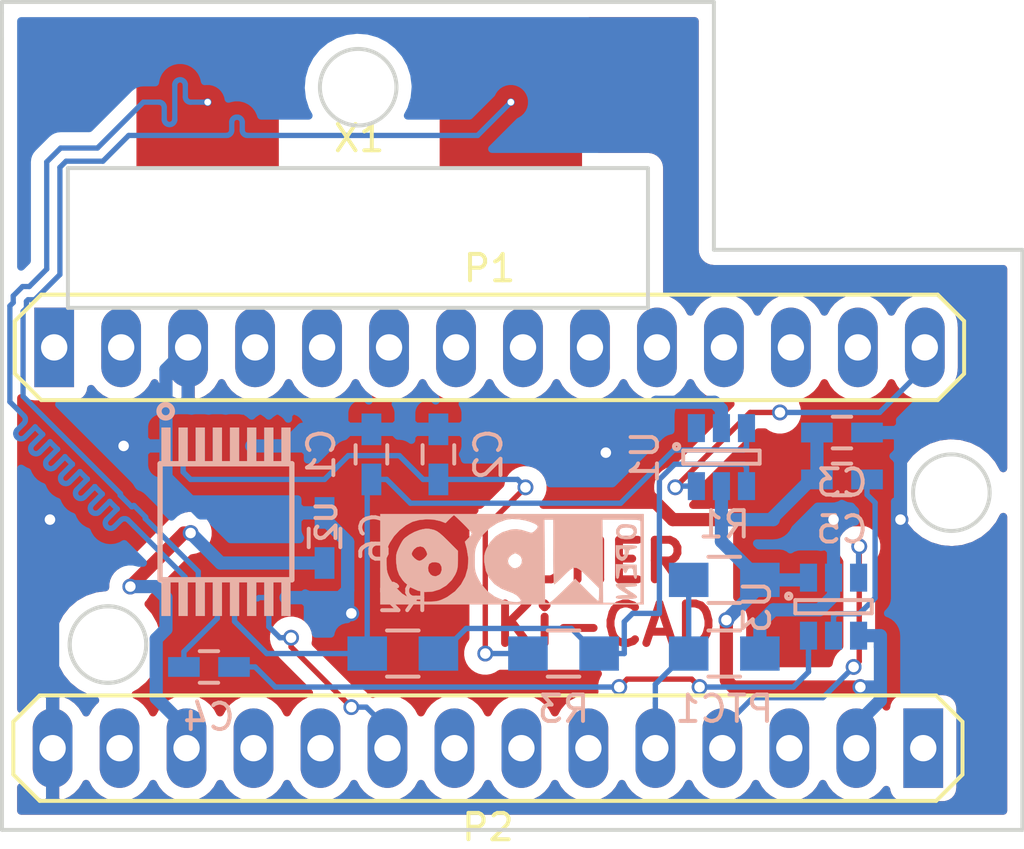
<source format=kicad_pcb>
(kicad_pcb (version 4) (host pcbnew 4.0.2-4+6225~38~ubuntu14.04.1-stable)

  (general
    (links 40)
    (no_connects 1)
    (area 132.724999 83.924999 171.575001 115.475001)
    (thickness 1.6)
    (drawings 20)
    (tracks 576)
    (zones 0)
    (modules 17)
    (nets 39)
  )

  (page A4)
  (title_block
    (title "OpenQCM Diss")
    (date 2016-03-14)
    (rev 2.1)
    (company UNER)
  )

  (layers
    (0 F.Cu signal)
    (31 B.Cu signal)
    (32 B.Adhes user)
    (33 F.Adhes user)
    (34 B.Paste user)
    (35 F.Paste user)
    (36 B.SilkS user)
    (37 F.SilkS user)
    (38 B.Mask user)
    (39 F.Mask user)
    (40 Dwgs.User user)
    (41 Cmts.User user hide)
    (42 Eco1.User user hide)
    (43 Eco2.User user hide)
    (44 Edge.Cuts user)
    (45 Margin user hide)
    (46 B.CrtYd user hide)
    (47 F.CrtYd user hide)
    (48 B.Fab user hide)
    (49 F.Fab user hide)
  )

  (setup
    (last_trace_width 0.2)
    (trace_clearance 0.2)
    (zone_clearance 0.25)
    (zone_45_only yes)
    (trace_min 0.2)
    (segment_width 0.15)
    (edge_width 0.15)
    (via_size 0.5)
    (via_drill 0.4)
    (via_min_size 0.3)
    (via_min_drill 0.25)
    (uvia_size 0.2)
    (uvia_drill 0.1)
    (uvias_allowed yes)
    (uvia_min_size 0.2)
    (uvia_min_drill 0.1)
    (pcb_text_width 0.3)
    (pcb_text_size 1.5 1.5)
    (mod_edge_width 0.15)
    (mod_text_size 1 1)
    (mod_text_width 0.15)
    (pad_size 1.524 1.524)
    (pad_drill 0.762)
    (pad_to_mask_clearance 0.2)
    (aux_axis_origin 0 0)
    (visible_elements 7FFECF7F)
    (pcbplotparams
      (layerselection 0x01030_80000001)
      (usegerberextensions false)
      (excludeedgelayer true)
      (linewidth 0.100000)
      (plotframeref false)
      (viasonmask false)
      (mode 1)
      (useauxorigin false)
      (hpglpennumber 1)
      (hpglpenspeed 20)
      (hpglpendiameter 15)
      (hpglpenoverlay 2)
      (psnegative false)
      (psa4output false)
      (plotreference true)
      (plotvalue true)
      (plotinvisibletext false)
      (padsonsilk false)
      (subtractmaskfromsilk false)
      (outputformat 1)
      (mirror false)
      (drillshape 0)
      (scaleselection 1)
      (outputdirectory ""))
  )

  (net 0 "")
  (net 1 GND)
  (net 2 +3V3)
  (net 3 +5V)
  (net 4 /Arduino/FREQUENCY_IN)
  (net 5 /Arduino/PTC)
  (net 6 /Arduino/DIG_CONTROL)
  (net 7 /Arduino/ENVELOPE_IN)
  (net 8 /SWITCH_ENVELOPE/xtal_N)
  (net 9 /SWITCH_ENVELOPE/xtal_P)
  (net 10 /OSC_DRIVER/Switch_IN+)
  (net 11 /OSC_DRIVER/Switch_IN-)
  (net 12 "Net-(C4-Pad1)")
  (net 13 "Net-(C4-Pad2)")
  (net 14 "Net-(C5-Pad2)")
  (net 15 "Net-(P1-Pad5)")
  (net 16 "Net-(P1-Pad6)")
  (net 17 "Net-(P1-Pad7)")
  (net 18 "Net-(P1-Pad8)")
  (net 19 "Net-(P1-Pad9)")
  (net 20 "Net-(P1-Pad10)")
  (net 21 "Net-(P1-Pad11)")
  (net 22 "Net-(P1-Pad12)")
  (net 23 "Net-(P1-Pad13)")
  (net 24 "Net-(P1-Pad4)")
  (net 25 "Net-(P1-Pad2)")
  (net 26 "Net-(P1-Pad1)")
  (net 27 "Net-(P2-Pad6)")
  (net 28 "Net-(P2-Pad7)")
  (net 29 "Net-(P2-Pad8)")
  (net 30 "Net-(P2-Pad10)")
  (net 31 "Net-(P2-Pad11)")
  (net 32 "Net-(P2-Pad13)")
  (net 33 "Net-(P2-Pad1)")
  (net 34 "Net-(R2-Pad1)")
  (net 35 "Net-(U1-Pad1)")
  (net 36 "Net-(U2-Pad3)")
  (net 37 "Net-(U2-Pad4)")
  (net 38 "Net-(U2-Pad5)")

  (net_class Default "This is the default net class."
    (clearance 0.2)
    (trace_width 0.2)
    (via_dia 0.5)
    (via_drill 0.4)
    (uvia_dia 0.2)
    (uvia_drill 0.1)
    (add_net /Arduino/DIG_CONTROL)
    (add_net /Arduino/PTC)
    (add_net "Net-(C4-Pad1)")
    (add_net "Net-(C4-Pad2)")
    (add_net "Net-(C5-Pad2)")
    (add_net "Net-(P1-Pad1)")
    (add_net "Net-(P1-Pad10)")
    (add_net "Net-(P1-Pad11)")
    (add_net "Net-(P1-Pad12)")
    (add_net "Net-(P1-Pad13)")
    (add_net "Net-(P1-Pad2)")
    (add_net "Net-(P1-Pad4)")
    (add_net "Net-(P1-Pad5)")
    (add_net "Net-(P1-Pad6)")
    (add_net "Net-(P1-Pad7)")
    (add_net "Net-(P1-Pad8)")
    (add_net "Net-(P1-Pad9)")
    (add_net "Net-(P2-Pad1)")
    (add_net "Net-(P2-Pad10)")
    (add_net "Net-(P2-Pad11)")
    (add_net "Net-(P2-Pad13)")
    (add_net "Net-(P2-Pad6)")
    (add_net "Net-(P2-Pad7)")
    (add_net "Net-(P2-Pad8)")
    (add_net "Net-(R2-Pad1)")
    (add_net "Net-(U1-Pad1)")
    (add_net "Net-(U2-Pad3)")
    (add_net "Net-(U2-Pad4)")
    (add_net "Net-(U2-Pad5)")
  )

  (net_class Diff ""
    (clearance 0.2)
    (trace_width 0.2)
    (via_dia 0.3)
    (via_drill 0.25)
    (uvia_dia 0.2)
    (uvia_drill 0.1)
    (add_net /Arduino/ENVELOPE_IN)
    (add_net /Arduino/FREQUENCY_IN)
    (add_net /OSC_DRIVER/Switch_IN+)
    (add_net /OSC_DRIVER/Switch_IN-)
    (add_net /SWITCH_ENVELOPE/xtal_N)
    (add_net /SWITCH_ENVELOPE/xtal_P)
  )

  (net_class PW ""
    (clearance 0.2)
    (trace_width 0.2)
    (via_dia 0.3)
    (via_drill 0.25)
    (uvia_dia 0.3)
    (uvia_drill 0.1)
    (add_net +3V3)
    (add_net +5V)
    (add_net GND)
  )

  (module OpenQCM:XTAL_con locked (layer F.Cu) (tedit 5671B757) (tstamp 5671B1CB)
    (at 146.35 88.17)
    (path /56E762D5/56E7657A)
    (fp_text reference X1 (at 0 1) (layer F.SilkS)
      (effects (font (size 1 1) (thickness 0.15)))
    )
    (fp_text value XTAL (at 0 -2) (layer F.Fab)
      (effects (font (size 1 1) (thickness 0.15)))
    )
    (pad 1 smd rect (at -5.75 -0.37) (size 5.4 5) (layers F.Cu F.Paste F.Mask)
      (net 9 /SWITCH_ENVELOPE/xtal_P))
    (pad 2 smd rect (at 5.75 -0.37) (size 5.4 5) (layers F.Cu F.Paste F.Mask)
      (net 8 /SWITCH_ENVELOPE/xtal_N))
    (model G:/GitRepositories/KiCad/OPENQCM/OpenQCM.3dshapes/contact.wrl
      (at (xyz 0.335 0.15 -0.04))
      (scale (xyz 0.4 0.4 0.4))
      (rotate (xyz -90 0 90))
    )
  )

  (module OpenQCM:PINHEAD1-14 locked (layer F.Cu) (tedit 5671A72C) (tstamp 5671B191)
    (at 151.29 97.1)
    (path /56E73C9A/56E74544)
    (attr virtual)
    (fp_text reference P1 (at 0 -3) (layer F.SilkS)
      (effects (font (size 1 1) (thickness 0.15)))
    )
    (fp_text value CONN_01X14 (at 0 3.81) (layer F.Fab)
      (effects (font (size 1 1) (thickness 0.15)))
    )
    (fp_line (start -18 1) (end -17 2) (layer F.SilkS) (width 0.15))
    (fp_line (start -18 -1) (end -18 1) (layer F.SilkS) (width 0.15))
    (fp_line (start -17 -2) (end -18 -1) (layer F.SilkS) (width 0.15))
    (fp_line (start 17 -2) (end -17 -2) (layer F.SilkS) (width 0.15))
    (fp_line (start 18 -1) (end 17 -2) (layer F.SilkS) (width 0.15))
    (fp_line (start 18 1) (end 18 -1) (layer F.SilkS) (width 0.15))
    (fp_line (start 17 2) (end 18 1) (layer F.SilkS) (width 0.15))
    (fp_line (start -17 2) (end 17 2) (layer F.SilkS) (width 0.15))
    (pad 5 thru_hole oval (at -6.35 0) (size 1.50622 3.01498) (drill 0.99822) (layers *.Cu *.Mask)
      (net 15 "Net-(P1-Pad5)"))
    (pad 6 thru_hole oval (at -3.81 0) (size 1.50622 3.01498) (drill 0.99822) (layers *.Cu *.Mask)
      (net 16 "Net-(P1-Pad6)"))
    (pad 7 thru_hole oval (at -1.27 0) (size 1.50622 3.01498) (drill 0.99822) (layers *.Cu *.Mask)
      (net 17 "Net-(P1-Pad7)"))
    (pad 8 thru_hole oval (at 1.27 0) (size 1.50622 3.01498) (drill 0.99822) (layers *.Cu *.Mask)
      (net 18 "Net-(P1-Pad8)"))
    (pad 9 thru_hole oval (at 3.81 0) (size 1.50622 3.01498) (drill 0.99822) (layers *.Cu *.Mask)
      (net 19 "Net-(P1-Pad9)"))
    (pad 10 thru_hole oval (at 6.35 0) (size 1.50622 3.01498) (drill 0.99822) (layers *.Cu *.Mask)
      (net 20 "Net-(P1-Pad10)"))
    (pad 11 thru_hole oval (at 8.89 0) (size 1.50622 3.01498) (drill 0.99822) (layers *.Cu *.Mask)
      (net 21 "Net-(P1-Pad11)"))
    (pad 12 thru_hole oval (at 11.43 0) (size 1.50622 3.01498) (drill 0.99822) (layers *.Cu *.Mask)
      (net 22 "Net-(P1-Pad12)"))
    (pad 13 thru_hole oval (at 13.97 0) (size 1.50622 3.01498) (drill 0.99822) (layers *.Cu *.Mask)
      (net 23 "Net-(P1-Pad13)"))
    (pad 4 thru_hole oval (at -8.89 0) (size 1.50622 3.01498) (drill 0.99822) (layers *.Cu *.Mask)
      (net 24 "Net-(P1-Pad4)"))
    (pad 3 thru_hole oval (at -11.43 0) (size 1.50622 3.01498) (drill 0.99822) (layers *.Cu *.Mask)
      (net 1 GND))
    (pad 2 thru_hole oval (at -13.97 0) (size 1.50622 3.01498) (drill 0.99822) (layers *.Cu *.Mask)
      (net 25 "Net-(P1-Pad2)"))
    (pad 14 thru_hole oval (at 16.51 0) (size 1.50622 3.01498) (drill 0.99822) (layers *.Cu *.Mask)
      (net 4 /Arduino/FREQUENCY_IN))
    (pad 1 thru_hole rect (at -16.51 0) (size 1.50622 3.01498) (drill 0.99822) (layers *.Cu *.Mask)
      (net 26 "Net-(P1-Pad1)"))
    (model G:/GitRepositories/KiCad/OPENQCM/OpenQCM.3dshapes/Pin_Header_Straight_1x14.wrl
      (at (xyz 0 0 -0.075))
      (scale (xyz 1 1 1))
      (rotate (xyz 180 0 0))
    )
  )

  (module OpenQCM:PINHEAD1-14 locked (layer F.Cu) (tedit 5671A72C) (tstamp 5671B1A3)
    (at 151.23 112.3 180)
    (path /56E73C9A/56E7454B)
    (attr virtual)
    (fp_text reference P2 (at 0 -3 180) (layer F.SilkS)
      (effects (font (size 1 1) (thickness 0.15)))
    )
    (fp_text value CONN_01X14 (at 0 3.81 180) (layer F.Fab)
      (effects (font (size 1 1) (thickness 0.15)))
    )
    (fp_line (start -18 1) (end -17 2) (layer F.SilkS) (width 0.15))
    (fp_line (start -18 -1) (end -18 1) (layer F.SilkS) (width 0.15))
    (fp_line (start -17 -2) (end -18 -1) (layer F.SilkS) (width 0.15))
    (fp_line (start 17 -2) (end -17 -2) (layer F.SilkS) (width 0.15))
    (fp_line (start 18 -1) (end 17 -2) (layer F.SilkS) (width 0.15))
    (fp_line (start 18 1) (end 18 -1) (layer F.SilkS) (width 0.15))
    (fp_line (start 17 2) (end 18 1) (layer F.SilkS) (width 0.15))
    (fp_line (start -17 2) (end 17 2) (layer F.SilkS) (width 0.15))
    (pad 5 thru_hole oval (at -6.35 0 180) (size 1.50622 3.01498) (drill 0.99822) (layers *.Cu *.Mask)
      (net 5 /Arduino/PTC))
    (pad 6 thru_hole oval (at -3.81 0 180) (size 1.50622 3.01498) (drill 0.99822) (layers *.Cu *.Mask)
      (net 27 "Net-(P2-Pad6)"))
    (pad 7 thru_hole oval (at -1.27 0 180) (size 1.50622 3.01498) (drill 0.99822) (layers *.Cu *.Mask)
      (net 28 "Net-(P2-Pad7)"))
    (pad 8 thru_hole oval (at 1.27 0 180) (size 1.50622 3.01498) (drill 0.99822) (layers *.Cu *.Mask)
      (net 29 "Net-(P2-Pad8)"))
    (pad 9 thru_hole oval (at 3.81 0 180) (size 1.50622 3.01498) (drill 0.99822) (layers *.Cu *.Mask)
      (net 6 /Arduino/DIG_CONTROL))
    (pad 10 thru_hole oval (at 6.35 0 180) (size 1.50622 3.01498) (drill 0.99822) (layers *.Cu *.Mask)
      (net 30 "Net-(P2-Pad10)"))
    (pad 11 thru_hole oval (at 8.89 0 180) (size 1.50622 3.01498) (drill 0.99822) (layers *.Cu *.Mask)
      (net 31 "Net-(P2-Pad11)"))
    (pad 12 thru_hole oval (at 11.43 0 180) (size 1.50622 3.01498) (drill 0.99822) (layers *.Cu *.Mask)
      (net 3 +5V))
    (pad 13 thru_hole oval (at 13.97 0 180) (size 1.50622 3.01498) (drill 0.99822) (layers *.Cu *.Mask)
      (net 32 "Net-(P2-Pad13)"))
    (pad 4 thru_hole oval (at -8.89 0 180) (size 1.50622 3.01498) (drill 0.99822) (layers *.Cu *.Mask)
      (net 7 /Arduino/ENVELOPE_IN))
    (pad 3 thru_hole oval (at -11.43 0 180) (size 1.50622 3.01498) (drill 0.99822) (layers *.Cu *.Mask)
      (net 2 +3V3))
    (pad 2 thru_hole oval (at -13.97 0 180) (size 1.50622 3.01498) (drill 0.99822) (layers *.Cu *.Mask)
      (net 2 +3V3))
    (pad 14 thru_hole oval (at 16.51 0 180) (size 1.50622 3.01498) (drill 0.99822) (layers *.Cu *.Mask)
      (net 1 GND))
    (pad 1 thru_hole rect (at -16.51 0 180) (size 1.50622 3.01498) (drill 0.99822) (layers *.Cu *.Mask)
      (net 33 "Net-(P2-Pad1)"))
    (model G:/GitRepositories/KiCad/OPENQCM/OpenQCM.3dshapes/Pin_Header_Straight_1x14.wrl
      (at (xyz 0 0 -0.075))
      (scale (xyz 1 1 1))
      (rotate (xyz 180 0 0))
    )
  )

  (module OpenQCM:openQCM (layer B.Cu) (tedit 56731C84) (tstamp 56731D58)
    (at 152.146 105.156)
    (fp_text reference G*** (at 0 3) (layer B.SilkS) hide
      (effects (font (thickness 0.3)) (justify mirror))
    )
    (fp_text value LOGO (at 0 -3) (layer B.SilkS) hide
      (effects (font (thickness 0.3)) (justify mirror))
    )
    (fp_poly (pts (xy 4.995333 -1.735667) (xy -4.995333 -1.735667) (xy -4.995333 0.022057) (xy -4.7625 0.022057)
      (xy -4.760206 -0.181135) (xy -4.750034 -0.326208) (xy -4.727053 -0.439658) (xy -4.686331 -0.547981)
      (xy -4.637602 -0.648875) (xy -4.479943 -0.891424) (xy -4.268533 -1.119458) (xy -4.027743 -1.310429)
      (xy -3.781941 -1.441789) (xy -3.779714 -1.442658) (xy -3.528966 -1.510018) (xy -3.247042 -1.537663)
      (xy -2.968043 -1.524866) (xy -2.72607 -1.470896) (xy -2.711227 -1.465492) (xy -2.522621 -1.394624)
      (xy -2.373266 -1.543978) (xy -2.283555 -1.629857) (xy -2.219773 -1.683856) (xy -2.202976 -1.693333)
      (xy -2.166329 -1.665307) (xy -2.083118 -1.589363) (xy -1.966394 -1.4777) (xy -1.85302 -1.366243)
      (xy -1.719724 -1.230166) (xy -1.612357 -1.113778) (xy -1.543317 -1.03096) (xy -1.524 -0.997842)
      (xy -1.551236 -0.944725) (xy -1.619881 -0.85922) (xy -1.656488 -0.819838) (xy -1.788975 -0.683145)
      (xy -1.714175 -0.406811) (xy -1.657027 -0.046168) (xy -1.661122 0.022057) (xy -1.418167 0.022057)
      (xy -1.415748 -0.182321) (xy -1.405212 -0.329006) (xy -1.381639 -0.44491) (xy -1.340106 -0.556946)
      (xy -1.294587 -0.65386) (xy -1.101329 -0.954719) (xy -0.846093 -1.208414) (xy -0.543686 -1.402942)
      (xy -0.222423 -1.522964) (xy -0.010914 -1.549088) (xy 0.241328 -1.53896) (xy 0.330807 -1.524)
      (xy 1.226636 -1.524) (xy 1.566333 -1.524) (xy 3.427969 -1.524) (xy 4.148151 -1.524)
      (xy 4.411631 -1.523337) (xy 4.602141 -1.520548) (xy 4.731375 -1.514433) (xy 4.811026 -1.503791)
      (xy 4.852785 -1.487423) (xy 4.868346 -1.464129) (xy 4.869947 -1.449917) (xy 4.870615 -1.37915)
      (xy 4.871223 -1.238488) (xy 4.871767 -1.039752) (xy 4.872239 -0.794765) (xy 4.872634 -0.515349)
      (xy 4.872944 -0.213326) (xy 4.873164 0.099482) (xy 4.873288 0.411252) (xy 4.873308 0.710164)
      (xy 4.873218 0.984393) (xy 4.873013 1.222119) (xy 4.872685 1.411519) (xy 4.872228 1.540772)
      (xy 4.871637 1.598054) (xy 4.871588 1.599107) (xy 4.851688 1.61954) (xy 4.788437 1.633542)
      (xy 4.67219 1.641687) (xy 4.493305 1.644547) (xy 4.242139 1.642697) (xy 4.15925 1.64144)
      (xy 3.450167 1.629833) (xy 3.439068 0.052917) (xy 3.427969 -1.524) (xy 1.566333 -1.524)
      (xy 1.567697 -1.344083) (xy 1.56797 -1.251743) (xy 1.568008 -1.088886) (xy 1.567826 -0.869665)
      (xy 1.567438 -0.60823) (xy 1.56686 -0.318732) (xy 1.566375 -0.116417) (xy 1.566955 0.171351)
      (xy 1.569999 0.428912) (xy 1.575165 0.644877) (xy 1.582112 0.807853) (xy 1.590497 0.906449)
      (xy 1.597821 0.931333) (xy 1.639974 0.903037) (xy 1.727199 0.826541) (xy 1.845635 0.714436)
      (xy 1.947333 0.613833) (xy 2.108993 0.455354) (xy 2.236564 0.350817) (xy 2.345404 0.30139)
      (xy 2.450876 0.308242) (xy 2.568337 0.372544) (xy 2.713149 0.495464) (xy 2.900673 0.678172)
      (xy 2.909621 0.687081) (xy 3.302 1.077828) (xy 3.302 1.322081) (xy 3.296885 1.453119)
      (xy 3.283637 1.541772) (xy 3.269456 1.566333) (xy 3.229412 1.537891) (xy 3.141763 1.459787)
      (xy 3.018135 1.342854) (xy 2.870156 1.197927) (xy 2.815878 1.143715) (xy 2.394845 0.721096)
      (xy 1.920193 1.189399) (xy 1.72805 1.375879) (xy 1.584186 1.507362) (xy 1.479472 1.591088)
      (xy 1.404781 1.634292) (xy 1.350987 1.644213) (xy 1.347187 1.643768) (xy 1.248833 1.629833)
      (xy 1.237735 0.052917) (xy 1.226636 -1.524) (xy 0.330807 -1.524) (xy 0.500082 -1.495699)
      (xy 0.686854 -1.440055) (xy 0.857478 -1.3699) (xy 0.952627 -1.309997) (xy 0.978907 -1.249845)
      (xy 0.942927 -1.178938) (xy 0.887783 -1.120667) (xy 0.801805 -1.045322) (xy 0.734848 -1.021782)
      (xy 0.646981 -1.041086) (xy 0.602807 -1.0567) (xy 0.369349 -1.129342) (xy 0.176029 -1.158736)
      (xy -0.007357 -1.148754) (xy -0.053557 -1.140871) (xy -0.368177 -1.045103) (xy -0.626907 -0.886297)
      (xy -0.833395 -0.661616) (xy -0.963276 -0.432858) (xy -1.020829 -0.292001) (xy -1.049473 -0.167702)
      (xy -1.055176 -0.022481) (xy -1.051945 0.045622) (xy -0.161652 0.045622) (xy -0.125302 -0.078529)
      (xy -0.023146 -0.185507) (xy 0.114425 -0.251316) (xy 0.154429 -0.237857) (xy 0.231856 -0.204409)
      (xy 0.33438 -0.118406) (xy 0.378474 0.001954) (xy 0.365143 0.130733) (xy 0.295394 0.241991)
      (xy 0.212455 0.296007) (xy 0.108264 0.326355) (xy 0.024653 0.306415) (xy -0.020245 0.279664)
      (xy -0.128023 0.170501) (xy -0.161652 0.045622) (xy -1.051945 0.045622) (xy -1.049076 0.106079)
      (xy -0.990464 0.423494) (xy -0.86054 0.697213) (xy -0.663157 0.922507) (xy -0.402169 1.094646)
      (xy -0.169539 1.185272) (xy 0.038861 1.264532) (xy 0.192159 1.358485) (xy 0.224154 1.387941)
      (xy 0.31321 1.491954) (xy 0.338734 1.559171) (xy 0.295522 1.595258) (xy 0.178369 1.605883)
      (xy 0.029434 1.599956) (xy -0.332107 1.536837) (xy -0.657188 1.399098) (xy -0.93866 1.191509)
      (xy -1.169376 0.91884) (xy -1.280586 0.725746) (xy -1.344674 0.588925) (xy -1.38507 0.475836)
      (xy -1.407179 0.358832) (xy -1.416407 0.210268) (xy -1.418167 0.022057) (xy -1.661122 0.022057)
      (xy -1.678137 0.305468) (xy -1.77274 0.637276) (xy -1.936073 0.938438) (xy -2.163372 1.198135)
      (xy -2.449873 1.405546) (xy -2.531003 1.448361) (xy -2.673698 1.514931) (xy -2.79108 1.556116)
      (xy -2.912733 1.57792) (xy -3.068247 1.586346) (xy -3.216691 1.5875) (xy -3.422138 1.584155)
      (xy -3.571797 1.570767) (xy -3.6944 1.542302) (xy -3.818679 1.493729) (xy -3.859748 1.474876)
      (xy -4.173797 1.282313) (xy -4.432657 1.027412) (xy -4.62492 0.725746) (xy -4.689007 0.588925)
      (xy -4.729403 0.475836) (xy -4.751512 0.358832) (xy -4.76074 0.210268) (xy -4.7625 0.022057)
      (xy -4.995333 0.022057) (xy -4.995333 1.693333) (xy 4.995333 1.693333) (xy 4.995333 -1.735667)) (layer B.SilkS) (width 0.01))
    (fp_poly (pts (xy -3.011863 1.203615) (xy -2.741477 1.120419) (xy -2.495035 0.973721) (xy -2.285686 0.765545)
      (xy -2.158874 0.566283) (xy -2.102211 0.438082) (xy -2.069831 0.310367) (xy -2.055701 0.151397)
      (xy -2.05344 0.011578) (xy -2.053167 -0.336678) (xy -2.429853 -0.715225) (xy -2.605123 -0.886594)
      (xy -2.739386 -1.004865) (xy -2.847028 -1.08097) (xy -2.94244 -1.125841) (xy -2.988349 -1.139553)
      (xy -3.139471 -1.172112) (xy -3.260623 -1.178703) (xy -3.392347 -1.158382) (xy -3.513667 -1.127335)
      (xy -3.705992 -1.05431) (xy -3.901392 -0.947268) (xy -4.064319 -0.826928) (xy -4.114939 -0.776926)
      (xy -4.170796 -0.695792) (xy -4.242279 -0.5675) (xy -4.30012 -0.449215) (xy -4.362121 -0.299653)
      (xy -4.380323 -0.2252) (xy -3.81 -0.2252) (xy -3.785372 -0.297889) (xy -3.725754 -0.39197)
      (xy -3.722261 -0.396457) (xy -3.61281 -0.481252) (xy -3.480867 -0.510041) (xy -3.361254 -0.475602)
      (xy -3.299522 -0.40606) (xy -3.242966 -0.30326) (xy -3.217355 -0.214305) (xy -3.217333 -0.212525)
      (xy -3.250767 -0.138557) (xy -3.331274 -0.054403) (xy -3.429166 0.014403) (xy -3.513667 0.042333)
      (xy -3.604816 0.011821) (xy -3.704246 -0.061906) (xy -3.782366 -0.152134) (xy -3.81 -0.2252)
      (xy -4.380323 -0.2252) (xy -4.393069 -0.173067) (xy -4.399703 -0.02985) (xy -4.393591 0.09997)
      (xy -4.365105 0.310175) (xy -3.189314 0.310175) (xy -3.155101 0.180376) (xy -3.134539 0.150423)
      (xy -3.045905 0.100188) (xy -2.920528 0.087242) (xy -2.797644 0.111511) (xy -2.733524 0.151191)
      (xy -2.676095 0.25971) (xy -2.669447 0.393352) (xy -2.711142 0.515139) (xy -2.761086 0.5691)
      (xy -2.891895 0.628862) (xy -3.013937 0.608697) (xy -3.092699 0.55693) (xy -3.167187 0.448578)
      (xy -3.189314 0.310175) (xy -4.365105 0.310175) (xy -4.358 0.362602) (xy -4.281111 0.576117)
      (xy -4.149863 0.771219) (xy -4.069919 0.860837) (xy -3.835222 1.051918) (xy -3.571882 1.171391)
      (xy -3.293047 1.221281) (xy -3.011863 1.203615)) (layer B.SilkS) (width 0.01))
    (fp_poly (pts (xy 4.493287 -0.789801) (xy 4.584481 -0.815944) (xy 4.650247 -0.870953) (xy 4.660407 -0.883106)
      (xy 4.732015 -1.026376) (xy 4.724145 -1.171102) (xy 4.683522 -1.248213) (xy 4.61394 -1.301304)
      (xy 4.489284 -1.333133) (xy 4.376605 -1.344628) (xy 4.225453 -1.349788) (xy 4.128675 -1.334966)
      (xy 4.057115 -1.294014) (xy 4.03225 -1.272009) (xy 3.953792 -1.148584) (xy 3.9477 -1.058333)
      (xy 4.064 -1.058333) (xy 4.092243 -1.147222) (xy 4.1148 -1.176867) (xy 4.195395 -1.21215)
      (xy 4.319719 -1.225989) (xy 4.449595 -1.218386) (xy 4.546845 -1.18934) (xy 4.563533 -1.176867)
      (xy 4.616985 -1.082752) (xy 4.596202 -0.996199) (xy 4.511518 -0.928852) (xy 4.373267 -0.892357)
      (xy 4.308083 -0.889) (xy 4.162988 -0.914351) (xy 4.080407 -0.986735) (xy 4.064 -1.058333)
      (xy 3.9477 -1.058333) (xy 3.944462 -1.010372) (xy 4.004686 -0.885582) (xy 4.026111 -0.863811)
      (xy 4.121152 -0.809204) (xy 4.263143 -0.785423) (xy 4.347351 -0.783167) (xy 4.493287 -0.789801)) (layer B.SilkS) (width 0.01))
    (fp_poly (pts (xy 4.270819 0.004889) (xy 4.357014 -0.08958) (xy 4.411144 -0.214278) (xy 4.417885 -0.254)
      (xy 4.436237 -0.353351) (xy 4.482354 -0.398093) (xy 4.584408 -0.415067) (xy 4.587181 -0.415305)
      (xy 4.702057 -0.440908) (xy 4.741333 -0.489389) (xy 4.724978 -0.518673) (xy 4.666828 -0.537208)
      (xy 4.553258 -0.54706) (xy 4.370641 -0.550291) (xy 4.339167 -0.550333) (xy 3.937 -0.550333)
      (xy 3.937 -0.3199) (xy 3.937675 -0.3048) (xy 4.064 -0.3048) (xy 4.077413 -0.391599)
      (xy 4.13289 -0.421539) (xy 4.169833 -0.423333) (xy 4.242209 -0.411785) (xy 4.271225 -0.360394)
      (xy 4.275667 -0.279696) (xy 4.255113 -0.165653) (xy 4.202829 -0.108664) (xy 4.132877 -0.1208)
      (xy 4.111492 -0.138775) (xy 4.076064 -0.214006) (xy 4.064 -0.3048) (xy 3.937675 -0.3048)
      (xy 3.943443 -0.175839) (xy 3.968542 -0.088598) (xy 4.020949 -0.030923) (xy 4.031086 -0.023567)
      (xy 4.118791 0.026003) (xy 4.174563 0.042333) (xy 4.270819 0.004889)) (layer B.SilkS) (width 0.01))
    (fp_poly (pts (xy 4.717031 0.703047) (xy 4.733698 0.642063) (xy 4.735363 0.520027) (xy 4.73277 0.455083)
      (xy 4.720167 0.1905) (xy 4.328583 0.178328) (xy 3.937 0.166156) (xy 3.937 0.442912)
      (xy 3.941513 0.599245) (xy 3.95724 0.686124) (xy 3.987461 0.718392) (xy 3.99818 0.719667)
      (xy 4.041354 0.687339) (xy 4.066399 0.584289) (xy 4.072264 0.518583) (xy 4.0949 0.391022)
      (xy 4.135331 0.321376) (xy 4.181989 0.317156) (xy 4.223305 0.385873) (xy 4.231425 0.415249)
      (xy 4.270928 0.498174) (xy 4.319702 0.500751) (xy 4.360323 0.42298) (xy 4.362242 0.415249)
      (xy 4.410772 0.335813) (xy 4.489242 0.3175) (xy 4.552875 0.326195) (xy 4.586171 0.366937)
      (xy 4.601903 0.461712) (xy 4.606069 0.518583) (xy 4.62376 0.651589) (xy 4.657611 0.712533)
      (xy 4.682173 0.719667) (xy 4.717031 0.703047)) (layer B.SilkS) (width 0.01))
    (fp_poly (pts (xy 4.554025 1.476223) (xy 4.687004 1.457601) (xy 4.740327 1.422366) (xy 4.71622 1.367081)
      (xy 4.616906 1.288312) (xy 4.5085 1.22015) (xy 4.388458 1.143674) (xy 4.304388 1.081184)
      (xy 4.275667 1.048443) (xy 4.313955 1.030674) (xy 4.412719 1.01889) (xy 4.5085 1.016)
      (xy 4.648912 1.010299) (xy 4.721202 0.990295) (xy 4.741333 0.9525) (xy 4.72694 0.92223)
      (xy 4.674298 0.903074) (xy 4.569214 0.892791) (xy 4.397495 0.88914) (xy 4.339167 0.889)
      (xy 4.151036 0.890657) (xy 4.032248 0.897509) (xy 3.96751 0.912384) (xy 3.941532 0.938105)
      (xy 3.9382 0.963083) (xy 3.974757 1.026425) (xy 4.072889 1.112209) (xy 4.181617 1.185333)
      (xy 4.423833 1.3335) (xy 4.180417 1.346196) (xy 4.032148 1.360524) (xy 3.955447 1.38645)
      (xy 3.937 1.420279) (xy 3.952987 1.449731) (xy 4.010106 1.468373) (xy 4.122096 1.4783)
      (xy 4.302695 1.481611) (xy 4.339167 1.481667) (xy 4.554025 1.476223)) (layer B.SilkS) (width 0.01))
  )

  (module OpenQCM:C_0603_HandSoldering (layer B.Cu) (tedit 541A9B4D) (tstamp 57066D05)
    (at 146.812 101.158 270)
    (descr "Capacitor SMD 0603, hand soldering")
    (tags "capacitor 0603")
    (path /56E7536D/56E75867)
    (attr smd)
    (fp_text reference C1 (at 0 1.9 270) (layer B.SilkS)
      (effects (font (size 1 1) (thickness 0.15)) (justify mirror))
    )
    (fp_text value 33pF (at 0 -1.9 270) (layer B.Fab)
      (effects (font (size 1 1) (thickness 0.15)) (justify mirror))
    )
    (fp_line (start -1.85 0.75) (end 1.85 0.75) (layer B.CrtYd) (width 0.05))
    (fp_line (start -1.85 -0.75) (end 1.85 -0.75) (layer B.CrtYd) (width 0.05))
    (fp_line (start -1.85 0.75) (end -1.85 -0.75) (layer B.CrtYd) (width 0.05))
    (fp_line (start 1.85 0.75) (end 1.85 -0.75) (layer B.CrtYd) (width 0.05))
    (fp_line (start -0.35 0.6) (end 0.35 0.6) (layer B.SilkS) (width 0.15))
    (fp_line (start 0.35 -0.6) (end -0.35 -0.6) (layer B.SilkS) (width 0.15))
    (pad 1 smd rect (at -0.95 0 270) (size 1.2 0.75) (layers B.Cu B.Paste B.Mask)
      (net 1 GND))
    (pad 2 smd rect (at 0.95 0 270) (size 1.2 0.75) (layers B.Cu B.Paste B.Mask)
      (net 10 /OSC_DRIVER/Switch_IN+))
    (model Capacitors_SMD.3dshapes/C_0603_HandSoldering.wrl
      (at (xyz 0 0 0))
      (scale (xyz 1 1 1))
      (rotate (xyz 0 0 0))
    )
  )

  (module OpenQCM:C_0603_HandSoldering (layer B.Cu) (tedit 541A9B4D) (tstamp 57066D11)
    (at 149.352 101.158 90)
    (descr "Capacitor SMD 0603, hand soldering")
    (tags "capacitor 0603")
    (path /56E7536D/56E7586F)
    (attr smd)
    (fp_text reference C2 (at 0 1.9 90) (layer B.SilkS)
      (effects (font (size 1 1) (thickness 0.15)) (justify mirror))
    )
    (fp_text value 33pF (at 0 -1.9 90) (layer B.Fab)
      (effects (font (size 1 1) (thickness 0.15)) (justify mirror))
    )
    (fp_line (start -1.85 0.75) (end 1.85 0.75) (layer B.CrtYd) (width 0.05))
    (fp_line (start -1.85 -0.75) (end 1.85 -0.75) (layer B.CrtYd) (width 0.05))
    (fp_line (start -1.85 0.75) (end -1.85 -0.75) (layer B.CrtYd) (width 0.05))
    (fp_line (start 1.85 0.75) (end 1.85 -0.75) (layer B.CrtYd) (width 0.05))
    (fp_line (start -0.35 0.6) (end 0.35 0.6) (layer B.SilkS) (width 0.15))
    (fp_line (start 0.35 -0.6) (end -0.35 -0.6) (layer B.SilkS) (width 0.15))
    (pad 1 smd rect (at -0.95 0 90) (size 1.2 0.75) (layers B.Cu B.Paste B.Mask)
      (net 11 /OSC_DRIVER/Switch_IN-))
    (pad 2 smd rect (at 0.95 0 90) (size 1.2 0.75) (layers B.Cu B.Paste B.Mask)
      (net 1 GND))
    (model Capacitors_SMD.3dshapes/C_0603_HandSoldering.wrl
      (at (xyz 0 0 0))
      (scale (xyz 1 1 1))
      (rotate (xyz 0 0 0))
    )
  )

  (module OpenQCM:C_0603_HandSoldering (layer B.Cu) (tedit 541A9B4D) (tstamp 57066D1D)
    (at 164.658 100.33)
    (descr "Capacitor SMD 0603, hand soldering")
    (tags "capacitor 0603")
    (path /56E7536D/56E75848)
    (attr smd)
    (fp_text reference C3 (at 0 1.9) (layer B.SilkS)
      (effects (font (size 1 1) (thickness 0.15)) (justify mirror))
    )
    (fp_text value 100nF (at 0 -1.9) (layer B.Fab)
      (effects (font (size 1 1) (thickness 0.15)) (justify mirror))
    )
    (fp_line (start -1.85 0.75) (end 1.85 0.75) (layer B.CrtYd) (width 0.05))
    (fp_line (start -1.85 -0.75) (end 1.85 -0.75) (layer B.CrtYd) (width 0.05))
    (fp_line (start -1.85 0.75) (end -1.85 -0.75) (layer B.CrtYd) (width 0.05))
    (fp_line (start 1.85 0.75) (end 1.85 -0.75) (layer B.CrtYd) (width 0.05))
    (fp_line (start -0.35 0.6) (end 0.35 0.6) (layer B.SilkS) (width 0.15))
    (fp_line (start 0.35 -0.6) (end -0.35 -0.6) (layer B.SilkS) (width 0.15))
    (pad 1 smd rect (at -0.95 0) (size 1.2 0.75) (layers B.Cu B.Paste B.Mask)
      (net 2 +3V3))
    (pad 2 smd rect (at 0.95 0) (size 1.2 0.75) (layers B.Cu B.Paste B.Mask)
      (net 1 GND))
    (model Capacitors_SMD.3dshapes/C_0603_HandSoldering.wrl
      (at (xyz 0 0 0))
      (scale (xyz 1 1 1))
      (rotate (xyz 0 0 0))
    )
  )

  (module OpenQCM:C_0603_HandSoldering (layer B.Cu) (tedit 541A9B4D) (tstamp 57066D29)
    (at 140.65 109.22)
    (descr "Capacitor SMD 0603, hand soldering")
    (tags "capacitor 0603")
    (path /56E762D5/56E765EB)
    (attr smd)
    (fp_text reference C4 (at 0 1.9) (layer B.SilkS)
      (effects (font (size 1 1) (thickness 0.15)) (justify mirror))
    )
    (fp_text value pF (at 0 -1.9) (layer B.Fab)
      (effects (font (size 1 1) (thickness 0.15)) (justify mirror))
    )
    (fp_line (start -1.85 0.75) (end 1.85 0.75) (layer B.CrtYd) (width 0.05))
    (fp_line (start -1.85 -0.75) (end 1.85 -0.75) (layer B.CrtYd) (width 0.05))
    (fp_line (start -1.85 0.75) (end -1.85 -0.75) (layer B.CrtYd) (width 0.05))
    (fp_line (start 1.85 0.75) (end 1.85 -0.75) (layer B.CrtYd) (width 0.05))
    (fp_line (start -0.35 0.6) (end 0.35 0.6) (layer B.SilkS) (width 0.15))
    (fp_line (start 0.35 -0.6) (end -0.35 -0.6) (layer B.SilkS) (width 0.15))
    (pad 1 smd rect (at -0.95 0) (size 1.2 0.75) (layers B.Cu B.Paste B.Mask)
      (net 12 "Net-(C4-Pad1)"))
    (pad 2 smd rect (at 0.95 0) (size 1.2 0.75) (layers B.Cu B.Paste B.Mask)
      (net 13 "Net-(C4-Pad2)"))
    (model Capacitors_SMD.3dshapes/C_0603_HandSoldering.wrl
      (at (xyz 0 0 0))
      (scale (xyz 1 1 1))
      (rotate (xyz 0 0 0))
    )
  )

  (module OpenQCM:C_0603_HandSoldering (layer B.Cu) (tedit 541A9B4D) (tstamp 57066D35)
    (at 164.658 102.108)
    (descr "Capacitor SMD 0603, hand soldering")
    (tags "capacitor 0603")
    (path /56E762D5/56E765F3)
    (attr smd)
    (fp_text reference C5 (at 0 1.9) (layer B.SilkS)
      (effects (font (size 1 1) (thickness 0.15)) (justify mirror))
    )
    (fp_text value pF (at 0 -1.9) (layer B.Fab)
      (effects (font (size 1 1) (thickness 0.15)) (justify mirror))
    )
    (fp_line (start -1.85 0.75) (end 1.85 0.75) (layer B.CrtYd) (width 0.05))
    (fp_line (start -1.85 -0.75) (end 1.85 -0.75) (layer B.CrtYd) (width 0.05))
    (fp_line (start -1.85 0.75) (end -1.85 -0.75) (layer B.CrtYd) (width 0.05))
    (fp_line (start 1.85 0.75) (end 1.85 -0.75) (layer B.CrtYd) (width 0.05))
    (fp_line (start -0.35 0.6) (end 0.35 0.6) (layer B.SilkS) (width 0.15))
    (fp_line (start 0.35 -0.6) (end -0.35 -0.6) (layer B.SilkS) (width 0.15))
    (pad 1 smd rect (at -0.95 0) (size 1.2 0.75) (layers B.Cu B.Paste B.Mask)
      (net 2 +3V3))
    (pad 2 smd rect (at 0.95 0) (size 1.2 0.75) (layers B.Cu B.Paste B.Mask)
      (net 14 "Net-(C5-Pad2)"))
    (model Capacitors_SMD.3dshapes/C_0603_HandSoldering.wrl
      (at (xyz 0 0 0))
      (scale (xyz 1 1 1))
      (rotate (xyz 0 0 0))
    )
  )

  (module OpenQCM:C_0603_HandSoldering (layer B.Cu) (tedit 541A9B4D) (tstamp 57066D41)
    (at 145.034 104.328 90)
    (descr "Capacitor SMD 0603, hand soldering")
    (tags "capacitor 0603")
    (path /56E762D5/56E7658D)
    (attr smd)
    (fp_text reference C6 (at 0 1.9 90) (layer B.SilkS)
      (effects (font (size 1 1) (thickness 0.15)) (justify mirror))
    )
    (fp_text value 100nF (at 0 -1.9 90) (layer B.Fab)
      (effects (font (size 1 1) (thickness 0.15)) (justify mirror))
    )
    (fp_line (start -1.85 0.75) (end 1.85 0.75) (layer B.CrtYd) (width 0.05))
    (fp_line (start -1.85 -0.75) (end 1.85 -0.75) (layer B.CrtYd) (width 0.05))
    (fp_line (start -1.85 0.75) (end -1.85 -0.75) (layer B.CrtYd) (width 0.05))
    (fp_line (start 1.85 0.75) (end 1.85 -0.75) (layer B.CrtYd) (width 0.05))
    (fp_line (start -0.35 0.6) (end 0.35 0.6) (layer B.SilkS) (width 0.15))
    (fp_line (start 0.35 -0.6) (end -0.35 -0.6) (layer B.SilkS) (width 0.15))
    (pad 1 smd rect (at -0.95 0 90) (size 1.2 0.75) (layers B.Cu B.Paste B.Mask)
      (net 3 +5V))
    (pad 2 smd rect (at 0.95 0 90) (size 1.2 0.75) (layers B.Cu B.Paste B.Mask)
      (net 1 GND))
    (model Capacitors_SMD.3dshapes/C_0603_HandSoldering.wrl
      (at (xyz 0 0 0))
      (scale (xyz 1 1 1))
      (rotate (xyz 0 0 0))
    )
  )

  (module OpenQCM:R_0805_HandSoldering (layer B.Cu) (tedit 54189DEE) (tstamp 57066D4D)
    (at 160.194 108.712)
    (descr "Resistor SMD 0805, hand soldering")
    (tags "resistor 0805")
    (path /56E73C9A/56E7458C)
    (attr smd)
    (fp_text reference PTC1 (at 0 2.1) (layer B.SilkS)
      (effects (font (size 1 1) (thickness 0.15)) (justify mirror))
    )
    (fp_text value PTC_HandSoldering (at 0 -2.1) (layer B.Fab)
      (effects (font (size 1 1) (thickness 0.15)) (justify mirror))
    )
    (fp_line (start -2.4 1) (end 2.4 1) (layer B.CrtYd) (width 0.05))
    (fp_line (start -2.4 -1) (end 2.4 -1) (layer B.CrtYd) (width 0.05))
    (fp_line (start -2.4 1) (end -2.4 -1) (layer B.CrtYd) (width 0.05))
    (fp_line (start 2.4 1) (end 2.4 -1) (layer B.CrtYd) (width 0.05))
    (fp_line (start 0.6 -0.875) (end -0.6 -0.875) (layer B.SilkS) (width 0.15))
    (fp_line (start -0.6 0.875) (end 0.6 0.875) (layer B.SilkS) (width 0.15))
    (pad 1 smd rect (at -1.35 0) (size 1.5 1.3) (layers B.Cu B.Paste B.Mask)
      (net 5 /Arduino/PTC))
    (pad 2 smd rect (at 1.35 0) (size 1.5 1.3) (layers B.Cu B.Paste B.Mask)
      (net 1 GND))
    (model Resistors_SMD.3dshapes/R_0805_HandSoldering.wrl
      (at (xyz 0 0 0))
      (scale (xyz 1 1 1))
      (rotate (xyz 0 0 0))
    )
  )

  (module OpenQCM:R_0805_HandSoldering (layer B.Cu) (tedit 54189DEE) (tstamp 57066D59)
    (at 160.194 105.918 180)
    (descr "Resistor SMD 0805, hand soldering")
    (tags "resistor 0805")
    (path /56E73C9A/56E7457E)
    (attr smd)
    (fp_text reference R1 (at 0 2.1 180) (layer B.SilkS)
      (effects (font (size 1 1) (thickness 0.15)) (justify mirror))
    )
    (fp_text value 1K (at 0 -2.1 180) (layer B.Fab)
      (effects (font (size 1 1) (thickness 0.15)) (justify mirror))
    )
    (fp_line (start -2.4 1) (end 2.4 1) (layer B.CrtYd) (width 0.05))
    (fp_line (start -2.4 -1) (end 2.4 -1) (layer B.CrtYd) (width 0.05))
    (fp_line (start -2.4 1) (end -2.4 -1) (layer B.CrtYd) (width 0.05))
    (fp_line (start 2.4 1) (end 2.4 -1) (layer B.CrtYd) (width 0.05))
    (fp_line (start 0.6 -0.875) (end -0.6 -0.875) (layer B.SilkS) (width 0.15))
    (fp_line (start -0.6 0.875) (end 0.6 0.875) (layer B.SilkS) (width 0.15))
    (pad 1 smd rect (at -1.35 0 180) (size 1.5 1.3) (layers B.Cu B.Paste B.Mask)
      (net 2 +3V3))
    (pad 2 smd rect (at 1.35 0 180) (size 1.5 1.3) (layers B.Cu B.Paste B.Mask)
      (net 5 /Arduino/PTC))
    (model Resistors_SMD.3dshapes/R_0805_HandSoldering.wrl
      (at (xyz 0 0 0))
      (scale (xyz 1 1 1))
      (rotate (xyz 0 0 0))
    )
  )

  (module OpenQCM:R_0805_HandSoldering (layer B.Cu) (tedit 54189DEE) (tstamp 57066D65)
    (at 148.002 108.712 180)
    (descr "Resistor SMD 0805, hand soldering")
    (tags "resistor 0805")
    (path /56E7536D/56E75857)
    (attr smd)
    (fp_text reference R2 (at 0 2.1 180) (layer B.SilkS)
      (effects (font (size 1 1) (thickness 0.15)) (justify mirror))
    )
    (fp_text value 2M2 (at 0 -2.1 180) (layer B.Fab)
      (effects (font (size 1 1) (thickness 0.15)) (justify mirror))
    )
    (fp_line (start -2.4 1) (end 2.4 1) (layer B.CrtYd) (width 0.05))
    (fp_line (start -2.4 -1) (end 2.4 -1) (layer B.CrtYd) (width 0.05))
    (fp_line (start -2.4 1) (end -2.4 -1) (layer B.CrtYd) (width 0.05))
    (fp_line (start 2.4 1) (end 2.4 -1) (layer B.CrtYd) (width 0.05))
    (fp_line (start 0.6 -0.875) (end -0.6 -0.875) (layer B.SilkS) (width 0.15))
    (fp_line (start -0.6 0.875) (end 0.6 0.875) (layer B.SilkS) (width 0.15))
    (pad 1 smd rect (at -1.35 0 180) (size 1.5 1.3) (layers B.Cu B.Paste B.Mask)
      (net 34 "Net-(R2-Pad1)"))
    (pad 2 smd rect (at 1.35 0 180) (size 1.5 1.3) (layers B.Cu B.Paste B.Mask)
      (net 10 /OSC_DRIVER/Switch_IN+))
    (model Resistors_SMD.3dshapes/R_0805_HandSoldering.wrl
      (at (xyz 0 0 0))
      (scale (xyz 1 1 1))
      (rotate (xyz 0 0 0))
    )
  )

  (module OpenQCM:R_0805_HandSoldering (layer B.Cu) (tedit 54189DEE) (tstamp 57066D71)
    (at 154.098 108.712)
    (descr "Resistor SMD 0805, hand soldering")
    (tags "resistor 0805")
    (path /56E7536D/56E7585F)
    (attr smd)
    (fp_text reference R3 (at 0 2.1) (layer B.SilkS)
      (effects (font (size 1 1) (thickness 0.15)) (justify mirror))
    )
    (fp_text value 1K (at 0 -2.1) (layer B.Fab)
      (effects (font (size 1 1) (thickness 0.15)) (justify mirror))
    )
    (fp_line (start -2.4 1) (end 2.4 1) (layer B.CrtYd) (width 0.05))
    (fp_line (start -2.4 -1) (end 2.4 -1) (layer B.CrtYd) (width 0.05))
    (fp_line (start -2.4 1) (end -2.4 -1) (layer B.CrtYd) (width 0.05))
    (fp_line (start 2.4 1) (end 2.4 -1) (layer B.CrtYd) (width 0.05))
    (fp_line (start 0.6 -0.875) (end -0.6 -0.875) (layer B.SilkS) (width 0.15))
    (fp_line (start -0.6 0.875) (end 0.6 0.875) (layer B.SilkS) (width 0.15))
    (pad 1 smd rect (at -1.35 0) (size 1.5 1.3) (layers B.Cu B.Paste B.Mask)
      (net 11 /OSC_DRIVER/Switch_IN-))
    (pad 2 smd rect (at 1.35 0) (size 1.5 1.3) (layers B.Cu B.Paste B.Mask)
      (net 34 "Net-(R2-Pad1)"))
    (model Resistors_SMD.3dshapes/R_0805_HandSoldering.wrl
      (at (xyz 0 0 0))
      (scale (xyz 1 1 1))
      (rotate (xyz 0 0 0))
    )
  )

  (module OpenQCM:SOT-23-6 (layer B.Cu) (tedit 53DE8DE3) (tstamp 57066D80)
    (at 160.086 101.262 270)
    (descr "6-pin SOT-23 package")
    (tags SOT-23-6)
    (path /56E7536D/56E7582E)
    (attr smd)
    (fp_text reference U1 (at 0 2.9 270) (layer B.SilkS)
      (effects (font (size 1 1) (thickness 0.15)) (justify mirror))
    )
    (fp_text value SN74LVC1GX04 (at 0 -2.9 270) (layer B.Fab)
      (effects (font (size 1 1) (thickness 0.15)) (justify mirror))
    )
    (fp_circle (center -0.4 1.7) (end -0.3 1.7) (layer B.SilkS) (width 0.15))
    (fp_line (start 0.25 1.45) (end -0.25 1.45) (layer B.SilkS) (width 0.15))
    (fp_line (start 0.25 -1.45) (end 0.25 1.45) (layer B.SilkS) (width 0.15))
    (fp_line (start -0.25 -1.45) (end 0.25 -1.45) (layer B.SilkS) (width 0.15))
    (fp_line (start -0.25 1.45) (end -0.25 -1.45) (layer B.SilkS) (width 0.15))
    (pad 1 smd rect (at -1.1 0.95 270) (size 1.06 0.65) (layers B.Cu B.Paste B.Mask)
      (net 35 "Net-(U1-Pad1)"))
    (pad 2 smd rect (at -1.1 0 270) (size 1.06 0.65) (layers B.Cu B.Paste B.Mask)
      (net 1 GND))
    (pad 3 smd rect (at -1.1 -0.95 270) (size 1.06 0.65) (layers B.Cu B.Paste B.Mask)
      (net 10 /OSC_DRIVER/Switch_IN+))
    (pad 4 smd rect (at 1.1 -0.95 270) (size 1.06 0.65) (layers B.Cu B.Paste B.Mask)
      (net 34 "Net-(R2-Pad1)"))
    (pad 6 smd rect (at 1.1 0.95 270) (size 1.06 0.65) (layers B.Cu B.Paste B.Mask)
      (net 4 /Arduino/FREQUENCY_IN))
    (pad 5 smd rect (at 1.1 0 270) (size 1.06 0.65) (layers B.Cu B.Paste B.Mask)
      (net 2 +3V3))
    (model TO_SOT_Packages_SMD.3dshapes/SOT-23-6.wrl
      (at (xyz 0 0 0))
      (scale (xyz 1 1 1))
      (rotate (xyz 0 0 0))
    )
  )

  (module OpenQCM:TSSOP16 (layer B.Cu) (tedit 0) (tstamp 57066D99)
    (at 141.29512 103.71328 270)
    (path /56E762D5/56E76581)
    (solder_paste_margin -0.0508)
    (attr smd)
    (fp_text reference U2 (at 0 -3.81 270) (layer B.SilkS)
      (effects (font (size 0.762 0.762) (thickness 0.1524)) (justify mirror))
    )
    (fp_text value 74HCT4053 (at 0 0 270) (layer B.SilkS) hide
      (effects (font (size 0.762 0.762) (thickness 0.1524)) (justify mirror))
    )
    (fp_circle (center -4.191 2.286) (end -3.937 2.286) (layer B.SilkS) (width 0.2032))
    (fp_line (start 2.19964 2.49936) (end -2.19964 2.49936) (layer B.SilkS) (width 0.2032))
    (fp_line (start -2.19964 2.49936) (end -2.19964 -2.49936) (layer B.SilkS) (width 0.2032))
    (fp_line (start -2.19964 -2.49936) (end 2.19964 -2.49936) (layer B.SilkS) (width 0.2032))
    (fp_line (start 2.19964 -2.49936) (end 2.19964 2.49936) (layer B.SilkS) (width 0.2032))
    (pad 9 smd rect (at 2.87528 -2.27584 270) (size 1.39954 0.35052) (layers B.Cu B.Paste B.SilkS B.Mask)
      (net 1 GND))
    (pad 10 smd rect (at 2.87528 -1.6256 270) (size 1.39954 0.35052) (layers B.Cu B.Paste B.SilkS B.Mask)
      (net 6 /Arduino/DIG_CONTROL))
    (pad 11 smd rect (at 2.87528 -0.97536 270) (size 1.39954 0.35052) (layers B.Cu B.Paste B.SilkS B.Mask)
      (net 6 /Arduino/DIG_CONTROL))
    (pad 12 smd rect (at 2.87528 -0.32512 270) (size 1.39954 0.35052) (layers B.Cu B.Paste B.SilkS B.Mask)
      (net 10 /OSC_DRIVER/Switch_IN+))
    (pad 13 smd rect (at 2.87528 0.32512 270) (size 1.39954 0.35052) (layers B.Cu B.Paste B.SilkS B.Mask)
      (net 12 "Net-(C4-Pad1)"))
    (pad 14 smd rect (at 2.87528 0.97536 270) (size 1.39954 0.35052) (layers B.Cu B.Paste B.SilkS B.Mask)
      (net 8 /SWITCH_ENVELOPE/xtal_N))
    (pad 15 smd rect (at 2.87528 1.6256 270) (size 1.39954 0.35052) (layers B.Cu B.Paste B.SilkS B.Mask)
      (net 9 /SWITCH_ENVELOPE/xtal_P))
    (pad 16 smd rect (at 2.87528 2.27584 270) (size 1.39954 0.35052) (layers B.Cu B.Paste B.SilkS B.Mask)
      (net 3 +5V))
    (pad 1 smd rect (at -2.87528 2.27584 270) (size 1.39954 0.35052) (layers B.Cu B.Paste B.SilkS B.Mask)
      (net 1 GND))
    (pad 2 smd rect (at -2.87528 1.6256 270) (size 1.39954 0.35052) (layers B.Cu B.Paste B.SilkS B.Mask)
      (net 11 /OSC_DRIVER/Switch_IN-))
    (pad 3 smd rect (at -2.87528 0.97536 270) (size 1.39954 0.35052) (layers B.Cu B.Paste B.SilkS B.Mask)
      (net 36 "Net-(U2-Pad3)"))
    (pad 4 smd rect (at -2.87528 0.32512 270) (size 1.39954 0.35052) (layers B.Cu B.Paste B.SilkS B.Mask)
      (net 37 "Net-(U2-Pad4)"))
    (pad 5 smd rect (at -2.87528 -0.32512 270) (size 1.39954 0.35052) (layers B.Cu B.Paste B.SilkS B.Mask)
      (net 38 "Net-(U2-Pad5)"))
    (pad 6 smd rect (at -2.87528 -0.97536 270) (size 1.39954 0.35052) (layers B.Cu B.Paste B.SilkS B.Mask)
      (net 1 GND))
    (pad 7 smd rect (at -2.87528 -1.6256 270) (size 1.39954 0.35052) (layers B.Cu B.Paste B.SilkS B.Mask)
      (net 1 GND))
    (pad 8 smd rect (at -2.87528 -2.27584 270) (size 1.39954 0.35052) (layers B.Cu B.Paste B.SilkS B.Mask)
      (net 1 GND))
  )

  (module OpenQCM:SOT-23-6 (layer B.Cu) (tedit 53DE8DE3) (tstamp 57066DA8)
    (at 164.338 106.934 270)
    (descr "6-pin SOT-23 package")
    (tags SOT-23-6)
    (path /56E762D5/56E765D1)
    (attr smd)
    (fp_text reference U3 (at 0 2.9 270) (layer B.SilkS)
      (effects (font (size 1 1) (thickness 0.15)) (justify mirror))
    )
    (fp_text value LTC5507 (at 0 -2.9 270) (layer B.Fab)
      (effects (font (size 1 1) (thickness 0.15)) (justify mirror))
    )
    (fp_circle (center -0.4 1.7) (end -0.3 1.7) (layer B.SilkS) (width 0.15))
    (fp_line (start 0.25 1.45) (end -0.25 1.45) (layer B.SilkS) (width 0.15))
    (fp_line (start 0.25 -1.45) (end 0.25 1.45) (layer B.SilkS) (width 0.15))
    (fp_line (start -0.25 -1.45) (end 0.25 -1.45) (layer B.SilkS) (width 0.15))
    (fp_line (start -0.25 1.45) (end -0.25 -1.45) (layer B.SilkS) (width 0.15))
    (pad 1 smd rect (at -1.1 0.95 270) (size 1.06 0.65) (layers B.Cu B.Paste B.Mask)
      (net 2 +3V3))
    (pad 2 smd rect (at -1.1 0 270) (size 1.06 0.65) (layers B.Cu B.Paste B.Mask)
      (net 1 GND))
    (pad 3 smd rect (at -1.1 -0.95 270) (size 1.06 0.65) (layers B.Cu B.Paste B.Mask)
      (net 7 /Arduino/ENVELOPE_IN))
    (pad 4 smd rect (at 1.1 -0.95 270) (size 1.06 0.65) (layers B.Cu B.Paste B.Mask)
      (net 2 +3V3))
    (pad 6 smd rect (at 1.1 0.95 270) (size 1.06 0.65) (layers B.Cu B.Paste B.Mask)
      (net 13 "Net-(C4-Pad2)"))
    (pad 5 smd rect (at 1.1 0 270) (size 1.06 0.65) (layers B.Cu B.Paste B.Mask)
      (net 14 "Net-(C5-Pad2)"))
    (model TO_SOT_Packages_SMD.3dshapes/SOT-23-6.wrl
      (at (xyz 0 0 0))
      (scale (xyz 1 1 1))
      (rotate (xyz 0 0 0))
    )
  )

  (gr_text "UNER\nKi-CAD" (at 155.702 106.426) (layer F.Cu)
    (effects (font (size 1.5 1.5) (thickness 0.3)))
  )
  (gr_circle (center 136.82 108.37) (end 138.27 108.45) (layer Edge.Cuts) (width 0.15) (tstamp 5672CC35))
  (gr_circle (center 146.31 87.232205) (end 147.76 87.312205) (layer Edge.Cuts) (width 0.15) (tstamp 5671C1B9))
  (gr_circle (center 168.807795 102.61) (end 170.257795 102.69) (layer Edge.Cuts) (width 0.15) (tstamp 5671C1A0))
  (gr_circle (center 136.82 108.37) (end 138.27 108.45) (layer Edge.Cuts) (width 0.15))
  (gr_line (start 157.3 95.6) (end 135.3 95.6) (layer Edge.Cuts) (width 0.15))
  (gr_line (start 157.3 90.3) (end 157.3 95.6) (layer Edge.Cuts) (width 0.15))
  (gr_line (start 135.3 90.3) (end 157.3 90.3) (layer Edge.Cuts) (width 0.15))
  (gr_line (start 135.3 95.6) (end 135.3 90.3) (layer Edge.Cuts) (width 0.15))
  (gr_line (start 171.5 115.4) (end 132.8 115.4) (layer Edge.Cuts) (width 0.15))
  (gr_line (start 171.5 115.2) (end 171.5 115.4) (layer Edge.Cuts) (width 0.15))
  (gr_line (start 171.5 111.4) (end 171.5 115.2) (layer Edge.Cuts) (width 0.15))
  (gr_line (start 171.5 103.1) (end 171.5 111.4) (layer Edge.Cuts) (width 0.15))
  (gr_line (start 171.5 93.4) (end 171.5 103.1) (layer Edge.Cuts) (width 0.15))
  (gr_line (start 159.8 93.4) (end 171.5 93.4) (layer Edge.Cuts) (width 0.15))
  (gr_line (start 159.8 84) (end 159.8 93.4) (layer Edge.Cuts) (width 0.15))
  (gr_line (start 132.8 84) (end 159.8 84) (layer Edge.Cuts) (width 0.15))
  (gr_line (start 132.8 84.4) (end 132.8 84) (layer Edge.Cuts) (width 0.15))
  (gr_line (start 132.8 85.4) (end 132.8 84.4) (layer Edge.Cuts) (width 0.15))
  (gr_line (start 132.8 115.4) (end 132.8 85.4) (layer Edge.Cuts) (width 0.15))

  (segment (start 137.414 100.838) (end 139.01928 100.838) (width 0.5) (layer B.Cu) (net 1))
  (segment (start 134.62 103.632) (end 137.414 100.838) (width 0.5) (layer F.Cu) (net 1))
  (via (at 137.414 100.838) (size 0.6) (drill 0.4) (layers F.Cu B.Cu) (net 1))
  (segment (start 134.72 112.3) (end 134.72 103.732) (width 0.5) (layer B.Cu) (net 1))
  (segment (start 134.72 103.732) (end 134.62 103.632) (width 0.5) (layer B.Cu) (net 1))
  (via (at 134.62 103.632) (size 0.6) (drill 0.4) (layers F.Cu B.Cu) (net 1))
  (segment (start 139.86 97.1) (end 139.01928 97.94072) (width 0.5) (layer B.Cu) (net 1))
  (segment (start 139.01928 97.94072) (end 139.01928 100.838) (width 0.5) (layer B.Cu) (net 1))
  (segment (start 146.05 107.188) (end 152.146 101.092) (width 0.5) (layer F.Cu) (net 1))
  (segment (start 152.146 101.092) (end 155.702 101.092) (width 0.5) (layer F.Cu) (net 1))
  (segment (start 145.909 104.478) (end 145.909 107.047) (width 0.5) (layer B.Cu) (net 1))
  (segment (start 145.909 107.047) (end 146.05 107.188) (width 0.5) (layer B.Cu) (net 1))
  (via (at 146.05 107.188) (size 0.6) (drill 0.4) (layers F.Cu B.Cu) (net 1))
  (segment (start 145.63344 106.58856) (end 145.909 106.313) (width 0.5) (layer B.Cu) (net 1))
  (segment (start 145.909 106.313) (end 145.909 104.478) (width 0.5) (layer B.Cu) (net 1))
  (segment (start 145.909 104.478) (end 145.034 103.603) (width 0.5) (layer B.Cu) (net 1))
  (segment (start 145.034 103.603) (end 145.034 103.378) (width 0.5) (layer B.Cu) (net 1))
  (segment (start 143.57096 106.58856) (end 145.63344 106.58856) (width 0.5) (layer B.Cu) (net 1))
  (segment (start 145.034 103.378) (end 140.35951 103.378) (width 0.5) (layer B.Cu) (net 1))
  (segment (start 140.35951 103.378) (end 139.01928 102.03777) (width 0.5) (layer B.Cu) (net 1))
  (segment (start 139.01928 102.03777) (end 139.01928 100.838) (width 0.5) (layer B.Cu) (net 1))
  (segment (start 143.256 100.838) (end 142.27048 100.838) (width 0.5) (layer B.Cu) (net 1))
  (segment (start 143.256 100.838) (end 142.92072 100.838) (width 0.5) (layer B.Cu) (net 1))
  (segment (start 143.57096 100.838) (end 143.256 100.838) (width 0.5) (layer B.Cu) (net 1))
  (segment (start 146.812 100.208) (end 144.20096 100.208) (width 0.5) (layer B.Cu) (net 1))
  (segment (start 144.20096 100.208) (end 143.57096 100.838) (width 0.5) (layer B.Cu) (net 1))
  (segment (start 149.352 100.208) (end 146.812 100.208) (width 0.5) (layer B.Cu) (net 1))
  (segment (start 149.352 100.208) (end 154.818 100.208) (width 0.5) (layer B.Cu) (net 1))
  (segment (start 154.818 100.208) (end 155.702 101.092) (width 0.5) (layer B.Cu) (net 1))
  (segment (start 160.086 100.162) (end 160.086 99.446998) (width 0.5) (layer B.Cu) (net 1))
  (segment (start 160.086 99.446998) (end 159.821001 99.181999) (width 0.5) (layer B.Cu) (net 1))
  (segment (start 156.001999 100.792001) (end 155.702 101.092) (width 0.5) (layer B.Cu) (net 1))
  (segment (start 159.821001 99.181999) (end 157.612001 99.181999) (width 0.5) (layer B.Cu) (net 1))
  (segment (start 157.612001 99.181999) (end 156.001999 100.792001) (width 0.5) (layer B.Cu) (net 1))
  (via (at 155.702 101.092) (size 0.6) (drill 0.4) (layers F.Cu B.Cu) (net 1))
  (segment (start 158.242 103.632) (end 155.702 101.092) (width 0.5) (layer F.Cu) (net 1))
  (segment (start 165.354 103.632) (end 164.338 103.632) (width 0.5) (layer F.Cu) (net 1))
  (segment (start 166.878 103.632) (end 165.354 103.632) (width 0.5) (layer F.Cu) (net 1))
  (segment (start 165.354 103.632) (end 158.242 103.632) (width 0.5) (layer F.Cu) (net 1))
  (segment (start 164.338 103.632) (end 164.338 105.834) (width 0.5) (layer B.Cu) (net 1))
  (via (at 164.338 103.632) (size 0.6) (drill 0.4) (layers F.Cu B.Cu) (net 1))
  (segment (start 166.878 100.5) (end 166.878 103.632) (width 0.5) (layer B.Cu) (net 1))
  (via (at 166.878 103.632) (size 0.6) (drill 0.4) (layers F.Cu B.Cu) (net 1))
  (segment (start 165.608 100.33) (end 166.708 100.33) (width 0.5) (layer B.Cu) (net 1))
  (segment (start 166.708 100.33) (end 166.878 100.5) (width 0.5) (layer B.Cu) (net 1))
  (segment (start 161.544 108.712) (end 161.544 107.562) (width 0.5) (layer B.Cu) (net 1))
  (segment (start 164.338 106.520706) (end 164.338 105.834) (width 0.5) (layer B.Cu) (net 1))
  (segment (start 161.544 107.562) (end 162.052001 107.053999) (width 0.5) (layer B.Cu) (net 1))
  (segment (start 162.052001 107.053999) (end 163.804707 107.053999) (width 0.5) (layer B.Cu) (net 1))
  (segment (start 163.804707 107.053999) (end 164.338 106.520706) (width 0.5) (layer B.Cu) (net 1))
  (segment (start 166.116 108.458) (end 166.116 110.12162) (width 0.5) (layer B.Cu) (net 2))
  (segment (start 166.116 108.204) (end 166.116 108.458) (width 0.5) (layer B.Cu) (net 2))
  (segment (start 166.116 108.458) (end 166.116 108.037) (width 0.5) (layer B.Cu) (net 2))
  (segment (start 166.113 108.034) (end 165.288 108.034) (width 0.5) (layer B.Cu) (net 2))
  (segment (start 166.116 108.037) (end 166.113 108.034) (width 0.5) (layer B.Cu) (net 2))
  (segment (start 166.116 110.49) (end 165.2 111.406) (width 0.5) (layer B.Cu) (net 2))
  (segment (start 165.2 111.406) (end 165.2 112.3) (width 0.5) (layer B.Cu) (net 2))
  (segment (start 166.116 110.12162) (end 166.116 110.49) (width 0.5) (layer B.Cu) (net 2))
  (segment (start 166.116 110.12162) (end 165.97638 109.982) (width 0.5) (layer B.Cu) (net 2))
  (segment (start 165.97638 109.982) (end 165.354 109.982) (width 0.5) (layer B.Cu) (net 2))
  (segment (start 160.274 109.728) (end 160.528 109.982) (width 0.5) (layer F.Cu) (net 2))
  (segment (start 160.528 109.982) (end 165.354 109.982) (width 0.5) (layer F.Cu) (net 2))
  (via (at 165.354 109.982) (size 0.6) (drill 0.4) (layers F.Cu B.Cu) (net 2))
  (segment (start 160.274 107.442) (end 160.274 109.728) (width 0.5) (layer F.Cu) (net 2))
  (segment (start 161.544 105.918) (end 161.544 106.172) (width 0.5) (layer B.Cu) (net 2))
  (segment (start 161.544 106.172) (end 160.274 107.442) (width 0.5) (layer B.Cu) (net 2))
  (via (at 160.274 107.442) (size 0.6) (drill 0.4) (layers F.Cu B.Cu) (net 2))
  (segment (start 165.2 111.54562) (end 165.2 112.3) (width 0.5) (layer B.Cu) (net 2))
  (segment (start 162.052 103.632) (end 162.052 103.539) (width 0.5) (layer B.Cu) (net 2))
  (segment (start 162.052 103.539) (end 163.483 102.108) (width 0.5) (layer B.Cu) (net 2))
  (segment (start 163.483 102.108) (end 163.708 102.108) (width 0.5) (layer B.Cu) (net 2))
  (segment (start 160.086 103.632) (end 160.086 102.362) (width 0.5) (layer B.Cu) (net 2))
  (segment (start 160.086 104.46) (end 160.086 103.632) (width 0.5) (layer B.Cu) (net 2))
  (segment (start 160.086 103.632) (end 162.052 103.632) (width 0.5) (layer B.Cu) (net 2))
  (segment (start 163.708 100.33) (end 163.708 102.108) (width 0.5) (layer B.Cu) (net 2))
  (segment (start 161.544 105.918) (end 160.086 104.46) (width 0.5) (layer B.Cu) (net 2))
  (segment (start 161.544 105.918) (end 163.304 105.918) (width 0.5) (layer B.Cu) (net 2) (status 20))
  (segment (start 163.304 105.918) (end 163.388 105.834) (width 0.5) (layer B.Cu) (net 2) (status 30))
  (segment (start 137.668 106.172) (end 138.60272 106.172) (width 0.5) (layer B.Cu) (net 3))
  (segment (start 138.60272 106.172) (end 139.01928 106.58856) (width 0.5) (layer B.Cu) (net 3))
  (segment (start 139.954 104.14) (end 139.7 104.14) (width 0.5) (layer F.Cu) (net 3))
  (segment (start 139.7 104.14) (end 137.668 106.172) (width 0.5) (layer F.Cu) (net 3))
  (via (at 137.668 106.172) (size 0.6) (drill 0.4) (layers F.Cu B.Cu) (net 3))
  (segment (start 145.034 105.278) (end 141.092 105.278) (width 0.5) (layer B.Cu) (net 3))
  (segment (start 141.092 105.278) (end 139.954 104.14) (width 0.5) (layer B.Cu) (net 3))
  (via (at 139.954 104.14) (size 0.6) (drill 0.4) (layers F.Cu B.Cu) (net 3))
  (segment (start 139.8 112.3) (end 139.8 111.54562) (width 0.5) (layer B.Cu) (net 3))
  (segment (start 139.8 111.54562) (end 138.649999 110.395619) (width 0.5) (layer B.Cu) (net 3))
  (segment (start 138.649999 110.395619) (end 138.649999 108.157611) (width 0.5) (layer B.Cu) (net 3))
  (segment (start 138.649999 108.157611) (end 139.01928 107.78833) (width 0.5) (layer B.Cu) (net 3))
  (segment (start 139.01928 107.78833) (end 139.01928 106.58856) (width 0.5) (layer B.Cu) (net 3))
  (segment (start 162.306 99.568) (end 165.989 99.568) (width 0.2032) (layer B.Cu) (net 4))
  (segment (start 167.8 97.1) (end 167.8 97.85438) (width 0.2) (layer B.Cu) (net 4))
  (segment (start 167.8 97.85438) (end 166.08638 99.568) (width 0.2) (layer B.Cu) (net 4))
  (segment (start 166.08638 99.568) (end 165.989 99.568) (width 0.2) (layer B.Cu) (net 4))
  (segment (start 158.33561 102.406402) (end 161.174012 99.568) (width 0.2032) (layer F.Cu) (net 4))
  (segment (start 161.174012 99.568) (end 162.306 99.568) (width 0.2032) (layer F.Cu) (net 4))
  (via (at 162.306 99.568) (size 0.6) (drill 0.4) (layers F.Cu B.Cu) (net 4))
  (segment (start 159.136 102.362) (end 158.380012 102.362) (width 0.2032) (layer B.Cu) (net 4))
  (segment (start 158.380012 102.362) (end 158.33561 102.406402) (width 0.2032) (layer B.Cu) (net 4))
  (via (at 158.33561 102.406402) (size 0.6) (drill 0.4) (layers F.Cu B.Cu) (net 4))
  (segment (start 158.844 108.712) (end 158.744 108.712) (width 0.2032) (layer B.Cu) (net 5))
  (segment (start 158.744 108.712) (end 157.58 109.876) (width 0.2032) (layer B.Cu) (net 5))
  (segment (start 157.58 109.876) (end 157.58 110.58931) (width 0.2032) (layer B.Cu) (net 5))
  (segment (start 157.58 110.58931) (end 157.58 112.3) (width 0.2032) (layer B.Cu) (net 5))
  (segment (start 158.844 108.712) (end 158.844 105.918) (width 0.2032) (layer B.Cu) (net 5))
  (segment (start 142.494 106.63682) (end 142.31874 106.63682) (width 0.2032) (layer B.Cu) (net 6))
  (segment (start 142.31874 106.63682) (end 142.27048 106.58856) (width 0.2032) (layer B.Cu) (net 6))
  (segment (start 142.92072 106.58856) (end 142.54226 106.58856) (width 0.2032) (layer B.Cu) (net 6))
  (segment (start 142.54226 106.58856) (end 142.494 106.63682) (width 0.2032) (layer B.Cu) (net 6))
  (segment (start 143.764 108.11039) (end 143.339736 108.11039) (width 0.2032) (layer B.Cu) (net 6))
  (segment (start 143.339736 108.11039) (end 142.92072 107.691374) (width 0.2032) (layer B.Cu) (net 6))
  (segment (start 142.92072 107.691374) (end 142.92072 107.49153) (width 0.2032) (layer B.Cu) (net 6))
  (segment (start 142.92072 107.49153) (end 142.92072 106.58856) (width 0.2032) (layer B.Cu) (net 6))
  (segment (start 146.05 110.744) (end 143.764 108.458) (width 0.2032) (layer F.Cu) (net 6))
  (segment (start 143.764 108.458) (end 143.764 108.11039) (width 0.2032) (layer F.Cu) (net 6))
  (via (at 143.764 108.11039) (size 0.6) (drill 0.4) (layers F.Cu B.Cu) (net 6))
  (segment (start 147.42 112.3) (end 147.42 111.54562) (width 0.2032) (layer B.Cu) (net 6))
  (segment (start 147.42 111.54562) (end 146.61838 110.744) (width 0.2032) (layer B.Cu) (net 6))
  (segment (start 146.61838 110.744) (end 146.05 110.744) (width 0.2032) (layer B.Cu) (net 6))
  (via (at 146.05 110.744) (size 0.6) (drill 0.4) (layers F.Cu B.Cu) (net 6))
  (segment (start 165.1 109.22) (end 163.93479 110.38521) (width 0.2032) (layer B.Cu) (net 7))
  (segment (start 161.28041 110.38521) (end 160.12 111.54562) (width 0.2032) (layer B.Cu) (net 7))
  (segment (start 163.93479 110.38521) (end 161.28041 110.38521) (width 0.2032) (layer B.Cu) (net 7))
  (segment (start 160.12 111.54562) (end 160.12 112.3) (width 0.2032) (layer B.Cu) (net 7))
  (segment (start 165.312991 104.648) (end 165.312991 109.007009) (width 0.2032) (layer F.Cu) (net 7))
  (segment (start 165.312991 109.007009) (end 165.1 109.22) (width 0.2032) (layer F.Cu) (net 7))
  (via (at 165.1 109.22) (size 0.6) (drill 0.4) (layers F.Cu B.Cu) (net 7))
  (segment (start 165.288 105.834) (end 165.288 104.672991) (width 0.2032) (layer B.Cu) (net 7))
  (segment (start 165.288 104.672991) (end 165.312991 104.648) (width 0.2032) (layer B.Cu) (net 7))
  (via (at 165.312991 104.648) (size 0.6) (drill 0.4) (layers F.Cu B.Cu) (net 7))
  (segment (start 135.231552 90.039) (end 134.997 90.273552) (width 0.2) (layer B.Cu) (net 8))
  (segment (start 152.1 87.8) (end 150.838 89.062) (width 0.2) (layer B.Cu) (net 8))
  (segment (start 137.800335 103.097277) (end 137.80549 103.098453) (width 0.2) (layer B.Cu) (net 8))
  (segment (start 141.513 88.566054) (end 141.513 88.862) (width 0.2) (layer B.Cu) (net 8))
  (segment (start 137.732564 103.14323) (end 137.737719 103.142053) (width 0.2) (layer B.Cu) (net 8))
  (segment (start 150.838 89.062) (end 142.113 89.062) (width 0.2) (layer B.Cu) (net 8))
  (segment (start 141.588302 88.409687) (end 141.556633 88.441356) (width 0.2) (layer B.Cu) (net 8))
  (segment (start 141.513 88.862) (end 141.507985 88.906504) (width 0.2) (layer B.Cu) (net 8))
  (segment (start 141.493193 88.948776) (end 141.469366 88.986697) (width 0.2) (layer B.Cu) (net 8))
  (segment (start 141.913 88.862) (end 141.913 88.566054) (width 0.2) (layer B.Cu) (net 8))
  (segment (start 141.437697 89.018366) (end 141.399776 89.042193) (width 0.2) (layer B.Cu) (net 8))
  (segment (start 142.113 89.062) (end 142.068495 89.056985) (width 0.2) (layer B.Cu) (net 8))
  (segment (start 141.918014 88.906504) (end 141.913 88.862) (width 0.2) (layer B.Cu) (net 8))
  (segment (start 142.068495 89.056985) (end 142.026223 89.042193) (width 0.2) (layer B.Cu) (net 8))
  (segment (start 137.80549 103.098453) (end 137.810254 103.100747) (width 0.2) (layer B.Cu) (net 8))
  (segment (start 141.907985 88.521549) (end 141.893193 88.479277) (width 0.2) (layer B.Cu) (net 8))
  (segment (start 137.789892 103.098454) (end 137.795047 103.097276) (width 0.2) (layer B.Cu) (net 8))
  (segment (start 133.726889 95.607663) (end 133.6 95.734552) (width 0.2) (layer B.Cu) (net 8))
  (segment (start 141.932806 88.948776) (end 141.918014 88.906504) (width 0.2) (layer B.Cu) (net 8))
  (segment (start 141.869366 88.441356) (end 141.837697 88.409687) (width 0.2) (layer B.Cu) (net 8))
  (segment (start 142.026223 89.042193) (end 141.988302 89.018366) (width 0.2) (layer B.Cu) (net 8))
  (segment (start 133.6 95.734552) (end 133.6 98.956448) (width 0.2) (layer B.Cu) (net 8))
  (segment (start 141.893193 88.479277) (end 141.869366 88.441356) (width 0.2) (layer B.Cu) (net 8))
  (segment (start 141.469366 88.986697) (end 141.437697 89.018366) (width 0.2) (layer B.Cu) (net 8))
  (segment (start 136.628552 90.039) (end 135.231552 90.039) (width 0.2) (layer B.Cu) (net 8))
  (segment (start 141.988302 89.018366) (end 141.956633 88.986697) (width 0.2) (layer B.Cu) (net 8))
  (segment (start 141.956633 88.986697) (end 141.932806 88.948776) (width 0.2) (layer B.Cu) (net 8))
  (segment (start 137.605552 89.062) (end 136.628552 90.039) (width 0.2) (layer B.Cu) (net 8))
  (segment (start 140.24464 105.98893) (end 140.31976 106.06405) (width 0.2) (layer B.Cu) (net 8))
  (segment (start 141.913 88.566054) (end 141.907985 88.521549) (width 0.2) (layer B.Cu) (net 8))
  (segment (start 137.780995 103.104046) (end 137.785128 103.100748) (width 0.2) (layer B.Cu) (net 8))
  (segment (start 137.795047 103.097276) (end 137.800335 103.097277) (width 0.2) (layer B.Cu) (net 8))
  (segment (start 137.814389 103.104045) (end 138.240613 103.530269) (width 0.2) (layer B.Cu) (net 8))
  (segment (start 141.507985 88.906504) (end 141.493193 88.948776) (width 0.2) (layer B.Cu) (net 8))
  (segment (start 141.799776 88.38586) (end 141.757504 88.371068) (width 0.2) (layer B.Cu) (net 8))
  (segment (start 141.837697 88.409687) (end 141.799776 88.38586) (width 0.2) (layer B.Cu) (net 8))
  (segment (start 141.757504 88.371068) (end 141.713 88.366054) (width 0.2) (layer B.Cu) (net 8))
  (segment (start 137.292591 102.652346) (end 137.293767 102.657501) (width 0.2) (layer B.Cu) (net 8))
  (segment (start 141.713 88.366054) (end 141.668495 88.371068) (width 0.2) (layer B.Cu) (net 8))
  (segment (start 141.556633 88.441356) (end 141.532806 88.479277) (width 0.2) (layer B.Cu) (net 8))
  (segment (start 141.668495 88.371068) (end 141.626223 88.38586) (width 0.2) (layer B.Cu) (net 8))
  (segment (start 141.532806 88.479277) (end 141.518014 88.521549) (width 0.2) (layer B.Cu) (net 8))
  (segment (start 137.722121 103.142053) (end 137.727276 103.14323) (width 0.2) (layer B.Cu) (net 8))
  (segment (start 138.24391 103.55953) (end 138.237314 103.567797) (width 0.2) (layer B.Cu) (net 8))
  (segment (start 141.399776 89.042193) (end 141.357504 89.056985) (width 0.2) (layer B.Cu) (net 8))
  (segment (start 141.626223 88.38586) (end 141.588302 88.409687) (width 0.2) (layer B.Cu) (net 8))
  (segment (start 141.518014 88.521549) (end 141.513 88.566054) (width 0.2) (layer B.Cu) (net 8))
  (segment (start 137.763316 103.119763) (end 137.764296 103.120744) (width 0.2) (layer B.Cu) (net 8))
  (segment (start 141.357504 89.056985) (end 141.313 89.062) (width 0.2) (layer B.Cu) (net 8))
  (segment (start 137.746618 103.136461) (end 137.763316 103.119763) (width 0.2) (layer B.Cu) (net 8))
  (segment (start 141.313 89.062) (end 137.605552 89.062) (width 0.2) (layer B.Cu) (net 8))
  (segment (start 134.997 90.273552) (end 134.997 94.337552) (width 0.2) (layer B.Cu) (net 8))
  (segment (start 137.281408 102.70134) (end 137.283702 102.706104) (width 0.2) (layer B.Cu) (net 8))
  (segment (start 134.042043 95.292509) (end 133.786889 95.292509) (width 0.2) (layer B.Cu) (net 8))
  (segment (start 134.997 94.337552) (end 134.042043 95.292509) (width 0.2) (layer B.Cu) (net 8))
  (segment (start 133.786889 95.292509) (end 133.726889 95.352509) (width 0.2) (layer B.Cu) (net 8))
  (segment (start 138.237314 103.567797) (end 138.235021 103.572563) (width 0.2) (layer B.Cu) (net 8))
  (segment (start 137.713223 103.136462) (end 137.717357 103.139759) (width 0.2) (layer B.Cu) (net 8))
  (segment (start 133.726889 95.352509) (end 133.726889 95.607663) (width 0.2) (layer B.Cu) (net 8))
  (segment (start 137.737719 103.142053) (end 137.742484 103.139759) (width 0.2) (layer B.Cu) (net 8))
  (segment (start 133.6 98.956448) (end 137.287 102.643448) (width 0.2) (layer B.Cu) (net 8))
  (segment (start 137.287 102.643448) (end 137.290296 102.647582) (width 0.2) (layer B.Cu) (net 8))
  (segment (start 137.281408 102.685742) (end 137.280231 102.690897) (width 0.2) (layer B.Cu) (net 8))
  (segment (start 137.290296 102.647582) (end 137.292591 102.652346) (width 0.2) (layer B.Cu) (net 8))
  (segment (start 137.293767 102.657501) (end 137.293767 102.662789) (width 0.2) (layer B.Cu) (net 8))
  (segment (start 137.293767 102.662789) (end 137.292591 102.667944) (width 0.2) (layer B.Cu) (net 8))
  (segment (start 137.292591 102.667944) (end 137.290296 102.672709) (width 0.2) (layer B.Cu) (net 8))
  (segment (start 138.233844 103.583006) (end 138.235021 103.588161) (width 0.2) (layer B.Cu) (net 8))
  (segment (start 137.283702 102.706104) (end 137.286999 102.710238) (width 0.2) (layer B.Cu) (net 8))
  (segment (start 137.290296 102.672709) (end 137.283702 102.680977) (width 0.2) (layer B.Cu) (net 8))
  (segment (start 137.283702 102.680977) (end 137.281408 102.685742) (width 0.2) (layer B.Cu) (net 8))
  (segment (start 137.280231 102.690897) (end 137.280231 102.696185) (width 0.2) (layer B.Cu) (net 8))
  (segment (start 137.280231 102.696185) (end 137.281408 102.70134) (width 0.2) (layer B.Cu) (net 8))
  (segment (start 137.286999 102.710238) (end 137.713223 103.136462) (width 0.2) (layer B.Cu) (net 8))
  (segment (start 137.717357 103.139759) (end 137.722121 103.142053) (width 0.2) (layer B.Cu) (net 8))
  (segment (start 137.727276 103.14323) (end 137.732564 103.14323) (width 0.2) (layer B.Cu) (net 8))
  (segment (start 137.810254 103.100747) (end 137.814389 103.104045) (width 0.2) (layer B.Cu) (net 8))
  (segment (start 137.742484 103.139759) (end 137.746618 103.136461) (width 0.2) (layer B.Cu) (net 8))
  (segment (start 137.764296 103.120744) (end 137.780995 103.104046) (width 0.2) (layer B.Cu) (net 8))
  (segment (start 137.785128 103.100748) (end 137.789892 103.098454) (width 0.2) (layer B.Cu) (net 8))
  (segment (start 138.240613 103.530269) (end 138.243909 103.534402) (width 0.2) (layer B.Cu) (net 8))
  (segment (start 138.243909 103.534402) (end 138.246203 103.539166) (width 0.2) (layer B.Cu) (net 8))
  (segment (start 138.246203 103.539166) (end 138.24738 103.544321) (width 0.2) (layer B.Cu) (net 8))
  (segment (start 138.24738 103.544321) (end 138.24738 103.549609) (width 0.2) (layer B.Cu) (net 8))
  (segment (start 138.24738 103.549609) (end 138.246203 103.554764) (width 0.2) (layer B.Cu) (net 8))
  (segment (start 138.240611 103.597058) (end 140.24464 105.601088) (width 0.2) (layer B.Cu) (net 8))
  (segment (start 138.246203 103.554764) (end 138.24391 103.55953) (width 0.2) (layer B.Cu) (net 8))
  (segment (start 138.235021 103.572563) (end 138.233844 103.577718) (width 0.2) (layer B.Cu) (net 8))
  (segment (start 138.233844 103.577718) (end 138.233844 103.583006) (width 0.2) (layer B.Cu) (net 8))
  (segment (start 138.235021 103.588161) (end 138.237315 103.592925) (width 0.2) (layer B.Cu) (net 8))
  (segment (start 138.237315 103.592925) (end 138.240611 103.597058) (width 0.2) (layer B.Cu) (net 8))
  (segment (start 140.24464 105.601088) (end 140.24464 105.98893) (width 0.2) (layer B.Cu) (net 8))
  (segment (start 140.31976 106.06405) (end 140.31976 106.58856) (width 0.2) (layer B.Cu) (net 8))
  (via (at 152.1 87.8) (size 0.3) (drill 0.25) (layers F.Cu B.Cu) (net 8))
  (segment (start 140.6 87.8) (end 139.954 87.8) (width 0.2) (layer B.Cu) (net 9))
  (segment (start 134.623538 100.684007) (end 134.623732 100.684162) (width 0.2) (layer B.Cu) (net 9))
  (segment (start 138.997633 88.574698) (end 138.973806 88.536777) (width 0.2) (layer B.Cu) (net 9))
  (segment (start 138.934193 87.913224) (end 138.910366 87.875303) (width 0.2) (layer B.Cu) (net 9))
  (segment (start 133.226898 95.145406) (end 133.226898 95.40055) (width 0.2) (layer B.Cu) (net 9))
  (segment (start 134.905166 100.965635) (end 134.905273 100.965858) (width 0.2) (layer B.Cu) (net 9))
  (segment (start 133.589876 100.557088) (end 133.630226 100.537656) (width 0.2) (layer B.Cu) (net 9))
  (segment (start 139.954 87.8) (end 139.909495 87.794985) (width 0.2) (layer B.Cu) (net 9))
  (segment (start 136.036374 102.098365) (end 136.035593 102.099145) (width 0.2) (layer B.Cu) (net 9))
  (segment (start 138.840776 87.819807) (end 138.798504 87.805015) (width 0.2) (layer B.Cu) (net 9))
  (segment (start 139.640776 86.969806) (end 139.598504 86.955014) (width 0.2) (layer B.Cu) (net 9))
  (segment (start 134.057857 100.118326) (end 134.058051 100.118481) (width 0.2) (layer B.Cu) (net 9))
  (segment (start 134.339332 100.399762) (end 134.339485 100.399954) (width 0.2) (layer B.Cu) (net 9))
  (segment (start 139.909495 87.794985) (end 139.867223 87.780193) (width 0.2) (layer B.Cu) (net 9))
  (segment (start 136.885551 102.946568) (end 136.885799 102.946569) (width 0.2) (layer B.Cu) (net 9))
  (segment (start 139.509495 86.955014) (end 139.467223 86.969806) (width 0.2) (layer B.Cu) (net 9))
  (segment (start 139.867223 87.780193) (end 139.829302 87.756366) (width 0.2) (layer B.Cu) (net 9))
  (segment (start 135.327268 102.234699) (end 135.362283 102.206776) (width 0.2) (layer B.Cu) (net 9))
  (segment (start 135.198469 102.264097) (end 135.243255 102.264097) (width 0.2) (layer B.Cu) (net 9))
  (segment (start 133.501427 100.567054) (end 133.546213 100.567054) (width 0.2) (layer B.Cu) (net 9))
  (segment (start 139.373806 87.063223) (end 139.359014 87.105495) (width 0.2) (layer B.Cu) (net 9))
  (segment (start 134.497 90.066448) (end 134.497 94.130448) (width 0.2) (layer B.Cu) (net 9))
  (segment (start 136.602316 102.662901) (end 136.602371 102.663142) (width 0.2) (layer B.Cu) (net 9))
  (segment (start 139.829302 87.756366) (end 139.797633 87.724697) (width 0.2) (layer B.Cu) (net 9))
  (segment (start 133.631448 99.695) (end 133.659371 99.730014) (width 0.2) (layer B.Cu) (net 9))
  (segment (start 139.797633 87.724697) (end 139.773806 87.686776) (width 0.2) (layer B.Cu) (net 9))
  (segment (start 139.773806 87.686776) (end 139.759014 87.644504) (width 0.2) (layer B.Cu) (net 9))
  (segment (start 137.591217 103.65477) (end 137.829235 103.892787) (width 0.2) (layer B.Cu) (net 9))
  (segment (start 135.032086 102.131411) (end 135.051518 102.171761) (width 0.2) (layer B.Cu) (net 9))
  (segment (start 134.057635 100.118219) (end 134.057857 100.118326) (width 0.2) (layer B.Cu) (net 9))
  (segment (start 133.659371 99.730014) (end 133.678803 99.770365) (width 0.2) (layer B.Cu) (net 9))
  (segment (start 139.759014 87.644504) (end 139.754 87.6) (width 0.2) (layer B.Cu) (net 9))
  (segment (start 139.754 87.6) (end 139.754 87.15) (width 0.2) (layer B.Cu) (net 9))
  (segment (start 134.33855 100.402102) (end 133.948079 100.792572) (width 0.2) (layer B.Cu) (net 9))
  (segment (start 139.754 87.15) (end 139.748985 87.105495) (width 0.2) (layer B.Cu) (net 9))
  (segment (start 139.598504 86.955014) (end 139.554 86.95) (width 0.2) (layer B.Cu) (net 9))
  (segment (start 134.339648 100.400666) (end 134.339593 100.400907) (width 0.2) (layer B.Cu) (net 9))
  (segment (start 138.954 88) (end 138.948985 87.955496) (width 0.2) (layer B.Cu) (net 9))
  (segment (start 139.748985 87.105495) (end 139.734193 87.063223) (width 0.2) (layer B.Cu) (net 9))
  (segment (start 139.397633 87.025302) (end 139.373806 87.063223) (width 0.2) (layer B.Cu) (net 9))
  (segment (start 133.354475 100.474718) (end 133.382399 100.509733) (width 0.2) (layer B.Cu) (net 9))
  (segment (start 139.734193 87.063223) (end 139.710366 87.025302) (width 0.2) (layer B.Cu) (net 9))
  (segment (start 134.339647 100.400418) (end 134.339648 100.400666) (width 0.2) (layer B.Cu) (net 9))
  (segment (start 139.710366 87.025302) (end 139.678697 86.993633) (width 0.2) (layer B.Cu) (net 9))
  (segment (start 133.678803 99.902477) (end 133.659371 99.942827) (width 0.2) (layer B.Cu) (net 9))
  (segment (start 134.905328 100.966099) (end 134.905329 100.966347) (width 0.2) (layer B.Cu) (net 9))
  (segment (start 139.678697 86.993633) (end 139.640776 86.969806) (width 0.2) (layer B.Cu) (net 9))
  (segment (start 139.278697 88.606367) (end 139.240776 88.630194) (width 0.2) (layer B.Cu) (net 9))
  (segment (start 136.885088 102.946732) (end 136.88531 102.946623) (width 0.2) (layer B.Cu) (net 9))
  (segment (start 135.852599 102.819812) (end 135.892949 102.80038) (width 0.2) (layer B.Cu) (net 9))
  (segment (start 139.354 87.15) (end 139.354 88.45) (width 0.2) (layer B.Cu) (net 9))
  (segment (start 139.554 86.95) (end 139.509495 86.955014) (width 0.2) (layer B.Cu) (net 9))
  (segment (start 139.354 88.45) (end 139.348985 88.494505) (width 0.2) (layer B.Cu) (net 9))
  (segment (start 138.754 87.8) (end 138.160448 87.8) (width 0.2) (layer B.Cu) (net 9))
  (segment (start 139.467223 86.969806) (end 139.429302 86.993633) (width 0.2) (layer B.Cu) (net 9))
  (segment (start 136.153482 103.174324) (end 136.153482 103.21911) (width 0.2) (layer B.Cu) (net 9))
  (segment (start 135.470955 101.532269) (end 135.470848 101.532492) (width 0.2) (layer B.Cu) (net 9))
  (segment (start 134.622827 100.683844) (end 134.623075 100.683845) (width 0.2) (layer B.Cu) (net 9))
  (segment (start 139.198504 88.644986) (end 139.154 88.65) (width 0.2) (layer B.Cu) (net 9))
  (segment (start 133.688769 99.814028) (end 133.688769 99.858814) (width 0.2) (layer B.Cu) (net 9))
  (segment (start 139.429302 86.993633) (end 139.397633 87.025302) (width 0.2) (layer B.Cu) (net 9))
  (segment (start 139.359014 87.105495) (end 139.354 87.15) (width 0.2) (layer B.Cu) (net 9))
  (segment (start 133.948079 101.075414) (end 133.983093 101.103337) (width 0.2) (layer B.Cu) (net 9))
  (segment (start 136.602209 102.662678) (end 136.602316 102.662901) (width 0.2) (layer B.Cu) (net 9))
  (segment (start 135.286918 102.254131) (end 135.327268 102.234699) (width 0.2) (layer B.Cu) (net 9))
  (segment (start 136.719163 103.740005) (end 136.719163 103.784791) (width 0.2) (layer B.Cu) (net 9))
  (segment (start 139.348985 88.494505) (end 139.334193 88.536777) (width 0.2) (layer B.Cu) (net 9))
  (segment (start 139.310366 88.574698) (end 139.278697 88.606367) (width 0.2) (layer B.Cu) (net 9))
  (segment (start 139.334193 88.536777) (end 139.310366 88.574698) (width 0.2) (layer B.Cu) (net 9))
  (segment (start 136.036528 102.096997) (end 136.036635 102.09722) (width 0.2) (layer B.Cu) (net 9))
  (segment (start 133.83493 94.792518) (end 133.579785 94.792519) (width 0.2) (layer B.Cu) (net 9))
  (segment (start 139.240776 88.630194) (end 139.198504 88.644986) (width 0.2) (layer B.Cu) (net 9))
  (segment (start 139.154 88.65) (end 139.109495 88.644986) (width 0.2) (layer B.Cu) (net 9))
  (segment (start 135.024448 89.539) (end 134.497 90.066448) (width 0.2) (layer B.Cu) (net 9))
  (segment (start 139.109495 88.644986) (end 139.067223 88.630194) (width 0.2) (layer B.Cu) (net 9))
  (segment (start 135.617199 102.737442) (end 135.645122 102.772457) (width 0.2) (layer B.Cu) (net 9))
  (segment (start 138.959014 88.494505) (end 138.954 88.45) (width 0.2) (layer B.Cu) (net 9))
  (segment (start 135.189413 101.249843) (end 135.470694 101.531124) (width 0.2) (layer B.Cu) (net 9))
  (segment (start 139.067223 88.630194) (end 139.029302 88.606367) (width 0.2) (layer B.Cu) (net 9))
  (segment (start 138.948985 87.955496) (end 138.934193 87.913224) (width 0.2) (layer B.Cu) (net 9))
  (segment (start 137.167737 103.228167) (end 137.16789 103.228359) (width 0.2) (layer B.Cu) (net 9))
  (segment (start 139.029302 88.606367) (end 138.997633 88.574698) (width 0.2) (layer B.Cu) (net 9))
  (segment (start 138.973806 88.536777) (end 138.959014 88.494505) (width 0.2) (layer B.Cu) (net 9))
  (segment (start 136.602056 102.662486) (end 136.602209 102.662678) (width 0.2) (layer B.Cu) (net 9))
  (segment (start 138.954 88.45) (end 138.954 88) (width 0.2) (layer B.Cu) (net 9))
  (segment (start 138.910366 87.875303) (end 138.878697 87.843634) (width 0.2) (layer B.Cu) (net 9))
  (segment (start 134.622586 100.683899) (end 134.622827 100.683844) (width 0.2) (layer B.Cu) (net 9))
  (segment (start 135.754189 101.815206) (end 135.754437 101.815207) (width 0.2) (layer B.Cu) (net 9))
  (segment (start 138.160448 87.8) (end 136.421448 89.539) (width 0.2) (layer B.Cu) (net 9))
  (segment (start 138.878697 87.843634) (end 138.840776 87.819807) (width 0.2) (layer B.Cu) (net 9))
  (segment (start 138.798504 87.805015) (end 138.754 87.8) (width 0.2) (layer B.Cu) (net 9))
  (segment (start 134.339485 100.399954) (end 134.339592 100.400177) (width 0.2) (layer B.Cu) (net 9))
  (segment (start 136.421448 89.539) (end 135.024448 89.539) (width 0.2) (layer B.Cu) (net 9))
  (segment (start 136.748561 103.655991) (end 136.729129 103.696342) (width 0.2) (layer B.Cu) (net 9))
  (segment (start 136.03669 102.097461) (end 136.036691 102.097709) (width 0.2) (layer B.Cu) (net 9))
  (segment (start 134.497 94.130448) (end 133.83493 94.792518) (width 0.2) (layer B.Cu) (net 9))
  (segment (start 134.023444 101.122769) (end 134.067107 101.132735) (width 0.2) (layer B.Cu) (net 9))
  (segment (start 135.189219 101.249688) (end 135.189413 101.249843) (width 0.2) (layer B.Cu) (net 9))
  (segment (start 133.579785 94.792519) (end 133.226898 95.145406) (width 0.2) (layer B.Cu) (net 9))
  (segment (start 133.226898 95.40055) (end 133.1 95.527448) (width 0.2) (layer B.Cu) (net 9))
  (segment (start 133.1 95.527448) (end 133.1 99.163552) (width 0.2) (layer B.Cu) (net 9))
  (segment (start 135.645122 102.772457) (end 135.680136 102.80038) (width 0.2) (layer B.Cu) (net 9))
  (segment (start 133.1 99.163552) (end 133.631448 99.695) (width 0.2) (layer B.Cu) (net 9))
  (segment (start 135.47101 101.532028) (end 135.470955 101.532269) (width 0.2) (layer B.Cu) (net 9))
  (segment (start 133.890758 100.9116) (end 133.890758 100.956386) (width 0.2) (layer B.Cu) (net 9))
  (segment (start 133.678803 99.770365) (end 133.688769 99.814028) (width 0.2) (layer B.Cu) (net 9))
  (segment (start 134.057146 100.118163) (end 134.057394 100.118164) (width 0.2) (layer B.Cu) (net 9))
  (segment (start 135.471009 101.53178) (end 135.47101 101.532028) (width 0.2) (layer B.Cu) (net 9))
  (segment (start 133.688769 99.858814) (end 133.678803 99.902477) (width 0.2) (layer B.Cu) (net 9))
  (segment (start 134.339331 100.401322) (end 134.33855 100.402102) (width 0.2) (layer B.Cu) (net 9))
  (segment (start 134.622364 100.684008) (end 134.622586 100.683899) (width 0.2) (layer B.Cu) (net 9))
  (segment (start 133.659371 99.942827) (end 133.631448 99.977842) (width 0.2) (layer B.Cu) (net 9))
  (segment (start 135.470694 101.531124) (end 135.470847 101.531316) (width 0.2) (layer B.Cu) (net 9))
  (segment (start 134.51376 101.358253) (end 134.485837 101.393267) (width 0.2) (layer B.Cu) (net 9))
  (segment (start 135.079441 101.923934) (end 135.051518 101.958948) (width 0.2) (layer B.Cu) (net 9))
  (segment (start 136.163448 103.262773) (end 136.18288 103.303123) (width 0.2) (layer B.Cu) (net 9))
  (segment (start 135.470954 101.531539) (end 135.471009 101.53178) (width 0.2) (layer B.Cu) (net 9))
  (segment (start 133.631448 99.977842) (end 133.382399 100.22689) (width 0.2) (layer B.Cu) (net 9))
  (segment (start 136.153482 103.21911) (end 136.163448 103.262773) (width 0.2) (layer B.Cu) (net 9))
  (segment (start 133.382399 100.22689) (end 133.354475 100.261905) (width 0.2) (layer B.Cu) (net 9))
  (segment (start 133.354475 100.261905) (end 133.335044 100.302256) (width 0.2) (layer B.Cu) (net 9))
  (segment (start 134.548774 101.669018) (end 134.589125 101.68845) (width 0.2) (layer B.Cu) (net 9))
  (segment (start 135.753948 101.815261) (end 135.754189 101.815206) (width 0.2) (layer B.Cu) (net 9))
  (segment (start 133.335044 100.302256) (end 133.325078 100.345919) (width 0.2) (layer B.Cu) (net 9))
  (segment (start 136.319215 102.381206) (end 136.319407 102.381051) (width 0.2) (layer B.Cu) (net 9))
  (segment (start 133.325078 100.345919) (end 133.325078 100.390704) (width 0.2) (layer B.Cu) (net 9))
  (segment (start 133.325078 100.390704) (end 133.335044 100.434367) (width 0.2) (layer B.Cu) (net 9))
  (segment (start 134.057394 100.118164) (end 134.057635 100.118219) (width 0.2) (layer B.Cu) (net 9))
  (segment (start 133.335044 100.434367) (end 133.354475 100.474718) (width 0.2) (layer B.Cu) (net 9))
  (segment (start 135.154806 102.254131) (end 135.198469 102.264097) (width 0.2) (layer B.Cu) (net 9))
  (segment (start 133.382399 100.509733) (end 133.417413 100.537656) (width 0.2) (layer B.Cu) (net 9))
  (segment (start 133.417413 100.537656) (end 133.457764 100.557088) (width 0.2) (layer B.Cu) (net 9))
  (segment (start 134.339486 100.40113) (end 134.339331 100.401322) (width 0.2) (layer B.Cu) (net 9))
  (segment (start 133.457764 100.557088) (end 133.501427 100.567054) (width 0.2) (layer B.Cu) (net 9))
  (segment (start 137.167891 103.229535) (end 137.167736 103.229727) (width 0.2) (layer B.Cu) (net 9))
  (segment (start 134.056491 100.118482) (end 134.056683 100.118327) (width 0.2) (layer B.Cu) (net 9))
  (segment (start 136.245817 103.366061) (end 136.286168 103.385493) (width 0.2) (layer B.Cu) (net 9))
  (segment (start 133.546213 100.567054) (end 133.589876 100.557088) (width 0.2) (layer B.Cu) (net 9))
  (segment (start 133.630226 100.537656) (end 133.665241 100.509733) (width 0.2) (layer B.Cu) (net 9))
  (segment (start 133.665241 100.509733) (end 134.056491 100.118482) (width 0.2) (layer B.Cu) (net 9))
  (segment (start 134.056683 100.118327) (end 134.056905 100.118218) (width 0.2) (layer B.Cu) (net 9))
  (segment (start 134.230921 101.075414) (end 134.622172 100.684163) (width 0.2) (layer B.Cu) (net 9))
  (segment (start 136.374617 103.395459) (end 136.41828 103.385493) (width 0.2) (layer B.Cu) (net 9))
  (segment (start 134.456439 101.477281) (end 134.456439 101.522067) (width 0.2) (layer B.Cu) (net 9))
  (segment (start 134.056905 100.118218) (end 134.057146 100.118163) (width 0.2) (layer B.Cu) (net 9))
  (segment (start 136.88604 102.946624) (end 136.886262 102.946731) (width 0.2) (layer B.Cu) (net 9))
  (segment (start 133.983093 101.103337) (end 134.023444 101.122769) (width 0.2) (layer B.Cu) (net 9))
  (segment (start 134.058051 100.118481) (end 134.339332 100.399762) (width 0.2) (layer B.Cu) (net 9))
  (segment (start 135.470848 101.532492) (end 135.470693 101.532684) (width 0.2) (layer B.Cu) (net 9))
  (segment (start 134.339592 100.400177) (end 134.339647 100.400418) (width 0.2) (layer B.Cu) (net 9))
  (segment (start 136.729129 103.696342) (end 136.719163 103.740005) (width 0.2) (layer B.Cu) (net 9))
  (segment (start 136.329831 103.395459) (end 136.374617 103.395459) (width 0.2) (layer B.Cu) (net 9))
  (segment (start 136.18288 103.303123) (end 136.210803 103.338138) (width 0.2) (layer B.Cu) (net 9))
  (segment (start 134.067107 101.132735) (end 134.111893 101.132735) (width 0.2) (layer B.Cu) (net 9))
  (segment (start 134.339593 100.400907) (end 134.339486 100.40113) (width 0.2) (layer B.Cu) (net 9))
  (segment (start 133.948079 100.792572) (end 133.920156 100.827586) (width 0.2) (layer B.Cu) (net 9))
  (segment (start 134.195906 101.103337) (end 134.230921 101.075414) (width 0.2) (layer B.Cu) (net 9))
  (segment (start 135.680136 102.80038) (end 135.720487 102.819812) (width 0.2) (layer B.Cu) (net 9))
  (segment (start 133.900724 101.000049) (end 133.920156 101.040399) (width 0.2) (layer B.Cu) (net 9))
  (segment (start 133.920156 100.827586) (end 133.900724 100.867937) (width 0.2) (layer B.Cu) (net 9))
  (segment (start 133.900724 100.867937) (end 133.890758 100.9116) (width 0.2) (layer B.Cu) (net 9))
  (segment (start 134.155556 101.122769) (end 134.195906 101.103337) (width 0.2) (layer B.Cu) (net 9))
  (segment (start 133.890758 100.956386) (end 133.900724 101.000049) (width 0.2) (layer B.Cu) (net 9))
  (segment (start 135.051518 102.171761) (end 135.079441 102.206776) (width 0.2) (layer B.Cu) (net 9))
  (segment (start 136.60221 102.663854) (end 136.602055 102.664046) (width 0.2) (layer B.Cu) (net 9))
  (segment (start 133.920156 101.040399) (end 133.948079 101.075414) (width 0.2) (layer B.Cu) (net 9))
  (segment (start 134.111893 101.132735) (end 134.155556 101.122769) (width 0.2) (layer B.Cu) (net 9))
  (segment (start 134.622172 100.684163) (end 134.622364 100.684008) (width 0.2) (layer B.Cu) (net 9))
  (segment (start 134.623075 100.683845) (end 134.623316 100.6839) (width 0.2) (layer B.Cu) (net 9))
  (segment (start 135.032086 101.999299) (end 135.02212 102.042962) (width 0.2) (layer B.Cu) (net 9))
  (segment (start 135.470693 101.532684) (end 135.469912 101.533464) (width 0.2) (layer B.Cu) (net 9))
  (segment (start 134.623316 100.6839) (end 134.623538 100.684007) (width 0.2) (layer B.Cu) (net 9))
  (segment (start 134.623732 100.684162) (end 134.905013 100.965443) (width 0.2) (layer B.Cu) (net 9))
  (segment (start 134.905013 100.965443) (end 134.905166 100.965635) (width 0.2) (layer B.Cu) (net 9))
  (segment (start 135.02212 102.042962) (end 135.02212 102.087748) (width 0.2) (layer B.Cu) (net 9))
  (segment (start 134.905273 100.965858) (end 134.905328 100.966099) (width 0.2) (layer B.Cu) (net 9))
  (segment (start 134.905329 100.966347) (end 134.905274 100.966588) (width 0.2) (layer B.Cu) (net 9))
  (segment (start 134.905274 100.966588) (end 134.905167 100.966811) (width 0.2) (layer B.Cu) (net 9))
  (segment (start 134.905167 100.966811) (end 134.905012 100.967003) (width 0.2) (layer B.Cu) (net 9))
  (segment (start 137.167997 103.228582) (end 137.168052 103.228823) (width 0.2) (layer B.Cu) (net 9))
  (segment (start 134.905012 100.967003) (end 134.904231 100.967783) (width 0.2) (layer B.Cu) (net 9))
  (segment (start 134.904231 100.967783) (end 134.51376 101.358253) (width 0.2) (layer B.Cu) (net 9))
  (segment (start 136.602371 102.663142) (end 136.602372 102.66339) (width 0.2) (layer B.Cu) (net 9))
  (segment (start 134.485837 101.393267) (end 134.466405 101.433618) (width 0.2) (layer B.Cu) (net 9))
  (segment (start 134.466405 101.433618) (end 134.456439 101.477281) (width 0.2) (layer B.Cu) (net 9))
  (segment (start 134.456439 101.522067) (end 134.466405 101.56573) (width 0.2) (layer B.Cu) (net 9))
  (segment (start 135.469912 101.533464) (end 135.079441 101.923934) (width 0.2) (layer B.Cu) (net 9))
  (segment (start 135.587801 102.608643) (end 135.587801 102.653429) (width 0.2) (layer B.Cu) (net 9))
  (segment (start 134.466405 101.56573) (end 134.485837 101.60608) (width 0.2) (layer B.Cu) (net 9))
  (segment (start 134.485837 101.60608) (end 134.51376 101.641095) (width 0.2) (layer B.Cu) (net 9))
  (segment (start 134.51376 101.641095) (end 134.548774 101.669018) (width 0.2) (layer B.Cu) (net 9))
  (segment (start 134.589125 101.68845) (end 134.632788 101.698416) (width 0.2) (layer B.Cu) (net 9))
  (segment (start 136.210803 103.338138) (end 136.245817 103.366061) (width 0.2) (layer B.Cu) (net 9))
  (segment (start 136.602317 102.663631) (end 136.60221 102.663854) (width 0.2) (layer B.Cu) (net 9))
  (segment (start 134.632788 101.698416) (end 134.677574 101.698416) (width 0.2) (layer B.Cu) (net 9))
  (segment (start 134.677574 101.698416) (end 134.721237 101.68845) (width 0.2) (layer B.Cu) (net 9))
  (segment (start 135.470847 101.531316) (end 135.470954 101.531539) (width 0.2) (layer B.Cu) (net 9))
  (segment (start 134.721237 101.68845) (end 134.761587 101.669018) (width 0.2) (layer B.Cu) (net 9))
  (segment (start 134.761587 101.669018) (end 134.796602 101.641095) (width 0.2) (layer B.Cu) (net 9))
  (segment (start 135.754437 101.815207) (end 135.754678 101.815262) (width 0.2) (layer B.Cu) (net 9))
  (segment (start 134.796602 101.641095) (end 135.187853 101.249844) (width 0.2) (layer B.Cu) (net 9))
  (segment (start 135.187853 101.249844) (end 135.188045 101.249689) (width 0.2) (layer B.Cu) (net 9))
  (segment (start 135.188045 101.249689) (end 135.188267 101.24958) (width 0.2) (layer B.Cu) (net 9))
  (segment (start 135.188267 101.24958) (end 135.188508 101.249525) (width 0.2) (layer B.Cu) (net 9))
  (segment (start 135.188508 101.249525) (end 135.188756 101.249526) (width 0.2) (layer B.Cu) (net 9))
  (segment (start 135.188756 101.249526) (end 135.188997 101.249581) (width 0.2) (layer B.Cu) (net 9))
  (segment (start 136.036636 102.09795) (end 136.036529 102.098173) (width 0.2) (layer B.Cu) (net 9))
  (segment (start 136.036691 102.097709) (end 136.036636 102.09795) (width 0.2) (layer B.Cu) (net 9))
  (segment (start 135.188997 101.249581) (end 135.189219 101.249688) (width 0.2) (layer B.Cu) (net 9))
  (segment (start 139.74464 105.808192) (end 139.74464 105.98893) (width 0.2) (layer B.Cu) (net 9))
  (segment (start 135.051518 101.958948) (end 135.032086 101.999299) (width 0.2) (layer B.Cu) (net 9))
  (segment (start 135.02212 102.087748) (end 135.032086 102.131411) (width 0.2) (layer B.Cu) (net 9))
  (segment (start 136.163448 103.130661) (end 136.153482 103.174324) (width 0.2) (layer B.Cu) (net 9))
  (segment (start 135.079441 102.206776) (end 135.114455 102.234699) (width 0.2) (layer B.Cu) (net 9))
  (segment (start 135.114455 102.234699) (end 135.154806 102.254131) (width 0.2) (layer B.Cu) (net 9))
  (segment (start 135.243255 102.264097) (end 135.286918 102.254131) (width 0.2) (layer B.Cu) (net 9))
  (segment (start 135.362283 102.206776) (end 135.753534 101.815525) (width 0.2) (layer B.Cu) (net 9))
  (segment (start 136.319629 102.380942) (end 136.31987 102.380887) (width 0.2) (layer B.Cu) (net 9))
  (segment (start 135.753534 101.815525) (end 135.753726 101.81537) (width 0.2) (layer B.Cu) (net 9))
  (segment (start 135.753726 101.81537) (end 135.753948 101.815261) (width 0.2) (layer B.Cu) (net 9))
  (segment (start 135.754678 101.815262) (end 135.7549 101.815369) (width 0.2) (layer B.Cu) (net 9))
  (segment (start 135.7549 101.815369) (end 135.755094 101.815524) (width 0.2) (layer B.Cu) (net 9))
  (segment (start 135.755094 101.815524) (end 136.036375 102.096805) (width 0.2) (layer B.Cu) (net 9))
  (segment (start 136.036529 102.098173) (end 136.036374 102.098365) (width 0.2) (layer B.Cu) (net 9))
  (segment (start 136.036375 102.096805) (end 136.036528 102.096997) (width 0.2) (layer B.Cu) (net 9))
  (segment (start 136.036635 102.09722) (end 136.03669 102.097461) (width 0.2) (layer B.Cu) (net 9))
  (segment (start 136.886456 102.946886) (end 137.167737 103.228167) (width 0.2) (layer B.Cu) (net 9))
  (segment (start 136.035593 102.099145) (end 135.645122 102.489615) (width 0.2) (layer B.Cu) (net 9))
  (segment (start 135.645122 102.489615) (end 135.617199 102.524629) (width 0.2) (layer B.Cu) (net 9))
  (segment (start 135.617199 102.524629) (end 135.597767 102.56498) (width 0.2) (layer B.Cu) (net 9))
  (segment (start 135.597767 102.56498) (end 135.587801 102.608643) (width 0.2) (layer B.Cu) (net 9))
  (segment (start 135.587801 102.653429) (end 135.597767 102.697092) (width 0.2) (layer B.Cu) (net 9))
  (segment (start 135.597767 102.697092) (end 135.617199 102.737442) (width 0.2) (layer B.Cu) (net 9))
  (segment (start 135.720487 102.819812) (end 135.76415 102.829778) (width 0.2) (layer B.Cu) (net 9))
  (segment (start 135.76415 102.829778) (end 135.808936 102.829778) (width 0.2) (layer B.Cu) (net 9))
  (segment (start 136.31987 102.380887) (end 136.320118 102.380888) (width 0.2) (layer B.Cu) (net 9))
  (segment (start 135.808936 102.829778) (end 135.852599 102.819812) (width 0.2) (layer B.Cu) (net 9))
  (segment (start 135.892949 102.80038) (end 135.927964 102.772457) (width 0.2) (layer B.Cu) (net 9))
  (segment (start 135.927964 102.772457) (end 136.319215 102.381206) (width 0.2) (layer B.Cu) (net 9))
  (segment (start 136.319407 102.381051) (end 136.319629 102.380942) (width 0.2) (layer B.Cu) (net 9))
  (segment (start 136.493645 103.338138) (end 136.884896 102.946887) (width 0.2) (layer B.Cu) (net 9))
  (segment (start 136.320118 102.380888) (end 136.320359 102.380943) (width 0.2) (layer B.Cu) (net 9))
  (segment (start 136.320359 102.380943) (end 136.320581 102.38105) (width 0.2) (layer B.Cu) (net 9))
  (segment (start 136.320581 102.38105) (end 136.320775 102.381205) (width 0.2) (layer B.Cu) (net 9))
  (segment (start 136.320775 102.381205) (end 136.602056 102.662486) (width 0.2) (layer B.Cu) (net 9))
  (segment (start 136.602372 102.66339) (end 136.602317 102.663631) (width 0.2) (layer B.Cu) (net 9))
  (segment (start 137.168053 103.229071) (end 137.167998 103.229312) (width 0.2) (layer B.Cu) (net 9))
  (segment (start 136.602055 102.664046) (end 136.601274 102.664826) (width 0.2) (layer B.Cu) (net 9))
  (segment (start 136.601274 102.664826) (end 136.210803 103.055296) (width 0.2) (layer B.Cu) (net 9))
  (segment (start 136.286168 103.385493) (end 136.329831 103.395459) (width 0.2) (layer B.Cu) (net 9))
  (segment (start 136.210803 103.055296) (end 136.18288 103.09031) (width 0.2) (layer B.Cu) (net 9))
  (segment (start 136.18288 103.09031) (end 136.163448 103.130661) (width 0.2) (layer B.Cu) (net 9))
  (segment (start 136.41828 103.385493) (end 136.45863 103.366061) (width 0.2) (layer B.Cu) (net 9))
  (segment (start 136.45863 103.366061) (end 136.493645 103.338138) (width 0.2) (layer B.Cu) (net 9))
  (segment (start 136.884896 102.946887) (end 136.885088 102.946732) (width 0.2) (layer B.Cu) (net 9))
  (segment (start 139.66952 106.06405) (end 139.66952 106.58856) (width 0.2) (layer B.Cu) (net 9))
  (segment (start 136.88531 102.946623) (end 136.885551 102.946568) (width 0.2) (layer B.Cu) (net 9))
  (segment (start 136.885799 102.946569) (end 136.88604 102.946624) (width 0.2) (layer B.Cu) (net 9))
  (segment (start 136.886262 102.946731) (end 136.886456 102.946886) (width 0.2) (layer B.Cu) (net 9))
  (segment (start 137.16789 103.228359) (end 137.167997 103.228582) (width 0.2) (layer B.Cu) (net 9))
  (segment (start 137.168052 103.228823) (end 137.168053 103.229071) (width 0.2) (layer B.Cu) (net 9))
  (segment (start 137.167998 103.229312) (end 137.167891 103.229535) (width 0.2) (layer B.Cu) (net 9))
  (segment (start 137.167736 103.229727) (end 137.166955 103.230507) (width 0.2) (layer B.Cu) (net 9))
  (segment (start 137.166955 103.230507) (end 136.776484 103.620977) (width 0.2) (layer B.Cu) (net 9))
  (segment (start 136.776484 103.620977) (end 136.748561 103.655991) (width 0.2) (layer B.Cu) (net 9))
  (segment (start 136.719163 103.784791) (end 136.729129 103.828454) (width 0.2) (layer B.Cu) (net 9))
  (segment (start 136.729129 103.828454) (end 136.748561 103.868804) (width 0.2) (layer B.Cu) (net 9))
  (segment (start 136.748561 103.868804) (end 136.776484 103.903819) (width 0.2) (layer B.Cu) (net 9))
  (segment (start 137.343389 103.626846) (end 137.38374 103.607415) (width 0.2) (layer B.Cu) (net 9))
  (segment (start 136.776484 103.903819) (end 136.811498 103.931742) (width 0.2) (layer B.Cu) (net 9))
  (segment (start 136.811498 103.931742) (end 136.851849 103.951174) (width 0.2) (layer B.Cu) (net 9))
  (segment (start 136.851849 103.951174) (end 136.895512 103.96114) (width 0.2) (layer B.Cu) (net 9))
  (segment (start 136.895512 103.96114) (end 136.940298 103.96114) (width 0.2) (layer B.Cu) (net 9))
  (segment (start 136.940298 103.96114) (end 136.983961 103.951174) (width 0.2) (layer B.Cu) (net 9))
  (segment (start 136.983961 103.951174) (end 137.024311 103.931742) (width 0.2) (layer B.Cu) (net 9))
  (segment (start 137.024311 103.931742) (end 137.059326 103.903819) (width 0.2) (layer B.Cu) (net 9))
  (segment (start 137.059326 103.903819) (end 137.308374 103.65477) (width 0.2) (layer B.Cu) (net 9))
  (segment (start 137.308374 103.65477) (end 137.343389 103.626846) (width 0.2) (layer B.Cu) (net 9))
  (segment (start 137.38374 103.607415) (end 137.427403 103.597449) (width 0.2) (layer B.Cu) (net 9))
  (segment (start 137.427403 103.597449) (end 137.472188 103.597449) (width 0.2) (layer B.Cu) (net 9))
  (segment (start 137.472188 103.597449) (end 137.515851 103.607415) (width 0.2) (layer B.Cu) (net 9))
  (segment (start 137.515851 103.607415) (end 137.556202 103.626846) (width 0.2) (layer B.Cu) (net 9))
  (segment (start 137.556202 103.626846) (end 137.591217 103.65477) (width 0.2) (layer B.Cu) (net 9))
  (segment (start 137.829235 103.892787) (end 139.74464 105.808192) (width 0.2) (layer B.Cu) (net 9))
  (segment (start 139.74464 105.98893) (end 139.66952 106.06405) (width 0.2) (layer B.Cu) (net 9))
  (segment (start 140.6 87.8) (end 140.589 87.8) (width 0.2) (layer B.Cu) (net 9))
  (via (at 140.6 87.8) (size 0.3) (drill 0.25) (layers F.Cu B.Cu) (net 9))
  (segment (start 146.812 102.108) (end 147.3902 102.108) (width 0.2032) (layer B.Cu) (net 10))
  (segment (start 147.3902 102.108) (end 148.291801 103.009601) (width 0.2032) (layer B.Cu) (net 10))
  (segment (start 148.291801 103.009601) (end 156.262175 103.009601) (width 0.2032) (layer B.Cu) (net 10))
  (segment (start 156.262175 103.009601) (end 158.278175 100.993601) (width 0.2032) (layer B.Cu) (net 10))
  (segment (start 158.278175 100.993601) (end 160.937599 100.993601) (width 0.2032) (layer B.Cu) (net 10))
  (segment (start 160.937599 100.993601) (end 161.036 100.8952) (width 0.2032) (layer B.Cu) (net 10))
  (segment (start 161.036 100.8952) (end 161.036 100.162) (width 0.2032) (layer B.Cu) (net 10))
  (segment (start 146.652 108.712) (end 146.652 102.87) (width 0.2032) (layer B.Cu) (net 10))
  (segment (start 146.652 102.87) (end 146.652 102.268) (width 0.2032) (layer B.Cu) (net 10))
  (segment (start 146.652 102.268) (end 146.812 102.108) (width 0.2032) (layer B.Cu) (net 10))
  (segment (start 146.652 108.712) (end 142.84071 108.712) (width 0.2032) (layer B.Cu) (net 10))
  (segment (start 142.84071 108.712) (end 141.62024 107.49153) (width 0.2032) (layer B.Cu) (net 10))
  (segment (start 141.62024 107.49153) (end 141.62024 106.58856) (width 0.2032) (layer B.Cu) (net 10))
  (segment (start 151.13 108.712) (end 152.748 108.712) (width 0.2032) (layer B.Cu) (net 11))
  (segment (start 152.654 102.407991) (end 151.13 103.931991) (width 0.2032) (layer F.Cu) (net 11))
  (segment (start 151.13 103.931991) (end 151.13 108.712) (width 0.2032) (layer F.Cu) (net 11))
  (via (at 151.13 108.712) (size 0.6) (drill 0.4) (layers F.Cu B.Cu) (net 11))
  (segment (start 149.352 102.108) (end 152.354009 102.108) (width 0.2032) (layer B.Cu) (net 11))
  (segment (start 152.354009 102.108) (end 152.654 102.407991) (width 0.2032) (layer B.Cu) (net 11))
  (via (at 152.654 102.407991) (size 0.6) (drill 0.4) (layers F.Cu B.Cu) (net 11))
  (segment (start 145.034 102.108) (end 139.954 102.108) (width 0.2032) (layer B.Cu) (net 11))
  (segment (start 139.954 102.108) (end 139.66952 101.82352) (width 0.2032) (layer B.Cu) (net 11))
  (segment (start 139.66952 101.74097) (end 139.66952 100.838) (width 0.2032) (layer B.Cu) (net 11))
  (segment (start 139.66952 101.82352) (end 139.66952 101.74097) (width 0.2032) (layer B.Cu) (net 11))
  (segment (start 145.935601 101.206399) (end 145.034 102.108) (width 0.2032) (layer B.Cu) (net 11))
  (segment (start 149.352 102.108) (end 148.7738 102.108) (width 0.2032) (layer B.Cu) (net 11))
  (segment (start 148.7738 102.108) (end 147.872199 101.206399) (width 0.2032) (layer B.Cu) (net 11))
  (segment (start 147.872199 101.206399) (end 145.935601 101.206399) (width 0.2032) (layer B.Cu) (net 11))
  (segment (start 139.7 109.22) (end 139.7 108.6418) (width 0.2032) (layer B.Cu) (net 12))
  (segment (start 139.7 108.6418) (end 140.97 107.3718) (width 0.2032) (layer B.Cu) (net 12))
  (segment (start 140.97 107.3718) (end 140.97 106.58856) (width 0.2032) (layer B.Cu) (net 12))
  (segment (start 159.258 109.982) (end 162.814 109.982) (width 0.2032) (layer B.Cu) (net 13))
  (segment (start 162.814 109.982) (end 163.388 109.408) (width 0.2032) (layer B.Cu) (net 13))
  (segment (start 163.388 109.408) (end 163.388 108.7672) (width 0.2032) (layer B.Cu) (net 13))
  (segment (start 163.388 108.7672) (end 163.388 108.034) (width 0.2032) (layer B.Cu) (net 13))
  (segment (start 158.958001 109.682001) (end 159.258 109.982) (width 0.2032) (layer F.Cu) (net 13))
  (via (at 159.258 109.982) (size 0.6) (drill 0.4) (layers F.Cu B.Cu) (net 13))
  (segment (start 156.21 109.982) (end 156.509999 109.682001) (width 0.2032) (layer F.Cu) (net 13))
  (segment (start 156.509999 109.682001) (end 158.958001 109.682001) (width 0.2032) (layer F.Cu) (net 13))
  (segment (start 141.6 109.22) (end 142.4032 109.22) (width 0.2032) (layer B.Cu) (net 13))
  (segment (start 142.4032 109.22) (end 143.1652 109.982) (width 0.2032) (layer B.Cu) (net 13))
  (segment (start 143.1652 109.982) (end 156.21 109.982) (width 0.2032) (layer B.Cu) (net 13))
  (via (at 156.21 109.982) (size 0.6) (drill 0.4) (layers F.Cu B.Cu) (net 13))
  (segment (start 165.608 102.108) (end 165.608 102.6862) (width 0.2032) (layer B.Cu) (net 14))
  (segment (start 165.608 102.6862) (end 165.914601 102.992801) (width 0.2032) (layer B.Cu) (net 14))
  (segment (start 165.914601 102.992801) (end 165.914601 106.605281) (width 0.2032) (layer B.Cu) (net 14))
  (segment (start 164.338 107.3008) (end 164.338 108.034) (width 0.2032) (layer B.Cu) (net 14))
  (segment (start 165.914601 106.605281) (end 165.317483 107.202399) (width 0.2032) (layer B.Cu) (net 14))
  (segment (start 165.317483 107.202399) (end 164.436401 107.202399) (width 0.2032) (layer B.Cu) (net 14))
  (segment (start 164.436401 107.202399) (end 164.338 107.3008) (width 0.2032) (layer B.Cu) (net 14))
  (segment (start 161.036 102.362) (end 161.036 101.6288) (width 0.2032) (layer B.Cu) (net 34))
  (segment (start 161.036 101.6288) (end 160.937599 101.530399) (width 0.2032) (layer B.Cu) (net 34))
  (segment (start 160.937599 101.530399) (end 158.311601 101.530399) (width 0.2032) (layer B.Cu) (net 34))
  (segment (start 158.311601 101.530399) (end 157.734 102.108) (width 0.2032) (layer B.Cu) (net 34))
  (segment (start 157.734 107.188) (end 156.718 107.188) (width 0.2032) (layer B.Cu) (net 34))
  (segment (start 157.734 102.108) (end 157.734 107.188) (width 0.2032) (layer B.Cu) (net 34))
  (segment (start 156.718 107.188) (end 156.4012 107.5048) (width 0.2032) (layer B.Cu) (net 34))
  (segment (start 156.4012 107.5048) (end 156.4012 108.712) (width 0.2032) (layer B.Cu) (net 34))
  (segment (start 156.4012 108.712) (end 155.448 108.712) (width 0.2032) (layer B.Cu) (net 34))
  (segment (start 149.352 108.712) (end 149.452 108.712) (width 0.2032) (layer B.Cu) (net 34))
  (segment (start 155.348 108.712) (end 155.448 108.712) (width 0.2032) (layer B.Cu) (net 34))
  (segment (start 149.452 108.712) (end 150.403601 107.760399) (width 0.2032) (layer B.Cu) (net 34))
  (segment (start 150.403601 107.760399) (end 154.396399 107.760399) (width 0.2032) (layer B.Cu) (net 34))
  (segment (start 154.396399 107.760399) (end 155.348 108.712) (width 0.2032) (layer B.Cu) (net 34))

  (zone (net 0) (net_name "") (layer B.Cu) (tstamp 0) (hatch edge 0.508)
    (connect_pads (clearance 0.25))
    (min_thickness 0.254)
    (keepout (tracks not_allowed) (vias not_allowed) (copperpour not_allowed))
    (fill (arc_segments 16) (thermal_gap 0.508) (thermal_bridge_width 0.508))
    (polygon
      (pts
        (xy 147.066 103.378) (xy 157.226 103.378) (xy 157.226 106.934) (xy 147.066 106.934)
      )
    )
  )
  (zone (net 0) (net_name "") (layer F.Cu) (tstamp 0) (hatch edge 0.508)
    (connect_pads (clearance 0.25))
    (min_thickness 0.254)
    (keepout (tracks not_allowed) (vias not_allowed) (copperpour not_allowed))
    (fill (arc_segments 16) (thermal_gap 0.508) (thermal_bridge_width 0.508))
    (polygon
      (pts
        (xy 159.893 108.585) (xy 151.638 108.585) (xy 151.638 104.14) (xy 159.893 104.14)
      )
    )
  )
  (zone (net 1) (net_name GND) (layer F.Cu) (tstamp 57068912) (hatch edge 0.508)
    (connect_pads (clearance 0.5))
    (min_thickness 0.3)
    (fill yes (arc_segments 32) (thermal_gap 0.5) (thermal_bridge_width 0.5))
    (polygon
      (pts
        (xy 159.512 93.726) (xy 171.196 93.726) (xy 171.196 115.062) (xy 133.096 115.062) (xy 133.096 84.328)
        (xy 159.512 84.328) (xy 159.512 93.726)
      )
    )
    (filled_polygon
      (pts
        (xy 159.075 93.4) (xy 159.081659 93.467913) (xy 159.087842 93.535851) (xy 159.08856 93.53829) (xy 159.088808 93.54082)
        (xy 159.108533 93.606153) (xy 159.127792 93.67159) (xy 159.128969 93.673841) (xy 159.129704 93.676276) (xy 159.161758 93.736562)
        (xy 159.193346 93.796983) (xy 159.194937 93.798962) (xy 159.196132 93.801209) (xy 159.239275 93.854107) (xy 159.282007 93.907256)
        (xy 159.283954 93.90889) (xy 159.285561 93.91086) (xy 159.338146 93.954362) (xy 159.390399 93.998207) (xy 159.392626 93.999431)
        (xy 159.394585 94.001052) (xy 159.454631 94.033519) (xy 159.514392 94.066373) (xy 159.516813 94.067141) (xy 159.519051 94.068351)
        (xy 159.58424 94.08853) (xy 159.649264 94.109157) (xy 159.651791 94.10944) (xy 159.654219 94.110192) (xy 159.722061 94.117322)
        (xy 159.789877 94.124929) (xy 159.794761 94.124963) (xy 159.794939 94.124982) (xy 159.795117 94.124966) (xy 159.8 94.125)
        (xy 170.775 94.125) (xy 170.775 101.686127) (xy 170.586887 101.354989) (xy 170.309238 101.033329) (xy 169.9744 100.771725)
        (xy 169.595126 100.58014) (xy 169.185863 100.465872) (xy 168.762199 100.433272) (xy 168.340272 100.483584) (xy 167.936153 100.61489)
        (xy 167.565235 100.82219) (xy 167.241645 101.097586) (xy 166.977709 101.43059) (xy 166.783481 101.808517) (xy 166.666358 102.216973)
        (xy 166.630802 102.640399) (xy 166.678167 103.062666) (xy 166.806649 103.467692) (xy 167.011354 103.840049) (xy 167.284484 104.165553)
        (xy 167.615638 104.431807) (xy 167.9922 104.628669) (xy 168.399827 104.748641) (xy 168.822995 104.787152) (xy 169.245583 104.742736)
        (xy 169.651496 104.617085) (xy 170.025273 104.414985) (xy 170.352676 104.144133) (xy 170.621235 103.814847) (xy 170.775 103.525657)
        (xy 170.775 114.675) (xy 133.525 114.675) (xy 133.525 113.78381) (xy 133.608913 113.917053) (xy 133.798561 114.117239)
        (xy 134.02362 114.27658) (xy 134.27544 114.388953) (xy 134.402295 114.421048) (xy 134.62 114.290953) (xy 134.62 112.4)
        (xy 134.6 112.4) (xy 134.6 112.2) (xy 134.62 112.2) (xy 134.62 110.309047) (xy 134.402295 110.178952)
        (xy 134.27544 110.211047) (xy 134.02362 110.32342) (xy 133.798561 110.482761) (xy 133.608913 110.682947) (xy 133.525 110.81619)
        (xy 133.525 99.021068) (xy 133.537496 99.040031) (xy 133.677374 99.159248) (xy 133.844928 99.234776) (xy 134.02689 99.260635)
        (xy 135.53311 99.260635) (xy 135.63662 99.252381) (xy 135.812184 99.198012) (xy 135.965651 99.096884) (xy 136.084868 98.957006)
        (xy 136.160396 98.789452) (xy 136.176981 98.672751) (xy 136.324394 98.853498) (xy 136.535391 99.02805) (xy 136.776273 99.158294)
        (xy 137.037866 99.239271) (xy 137.310205 99.267895) (xy 137.582917 99.243076) (xy 137.845614 99.16576) (xy 138.088291 99.038891)
        (xy 138.301705 98.867303) (xy 138.477725 98.65753) (xy 138.590188 98.452961) (xy 138.601963 98.483715) (xy 138.748913 98.717053)
        (xy 138.938561 98.917239) (xy 139.16362 99.07658) (xy 139.41544 99.188953) (xy 139.542295 99.221048) (xy 139.76 99.090953)
        (xy 139.76 97.2) (xy 139.74 97.2) (xy 139.74 97) (xy 139.76 97) (xy 139.76 96.98)
        (xy 139.96 96.98) (xy 139.96 97) (xy 139.98 97) (xy 139.98 97.2) (xy 139.96 97.2)
        (xy 139.96 99.090953) (xy 140.177705 99.221048) (xy 140.30456 99.188953) (xy 140.55638 99.07658) (xy 140.781439 98.917239)
        (xy 140.971087 98.717053) (xy 141.118037 98.483715) (xy 141.130387 98.451461) (xy 141.23132 98.641288) (xy 141.404394 98.853498)
        (xy 141.615391 99.02805) (xy 141.856273 99.158294) (xy 142.117866 99.239271) (xy 142.390205 99.267895) (xy 142.662917 99.243076)
        (xy 142.925614 99.16576) (xy 143.168291 99.038891) (xy 143.381705 98.867303) (xy 143.557725 98.65753) (xy 143.670694 98.45204)
        (xy 143.77132 98.641288) (xy 143.944394 98.853498) (xy 144.155391 99.02805) (xy 144.396273 99.158294) (xy 144.657866 99.239271)
        (xy 144.930205 99.267895) (xy 145.202917 99.243076) (xy 145.465614 99.16576) (xy 145.708291 99.038891) (xy 145.921705 98.867303)
        (xy 146.097725 98.65753) (xy 146.210694 98.45204) (xy 146.31132 98.641288) (xy 146.484394 98.853498) (xy 146.695391 99.02805)
        (xy 146.936273 99.158294) (xy 147.197866 99.239271) (xy 147.470205 99.267895) (xy 147.742917 99.243076) (xy 148.005614 99.16576)
        (xy 148.248291 99.038891) (xy 148.461705 98.867303) (xy 148.637725 98.65753) (xy 148.750694 98.45204) (xy 148.85132 98.641288)
        (xy 149.024394 98.853498) (xy 149.235391 99.02805) (xy 149.476273 99.158294) (xy 149.737866 99.239271) (xy 150.010205 99.267895)
        (xy 150.282917 99.243076) (xy 150.545614 99.16576) (xy 150.788291 99.038891) (xy 151.001705 98.867303) (xy 151.177725 98.65753)
        (xy 151.290694 98.45204) (xy 151.39132 98.641288) (xy 151.564394 98.853498) (xy 151.775391 99.02805) (xy 152.016273 99.158294)
        (xy 152.277866 99.239271) (xy 152.550205 99.267895) (xy 152.822917 99.243076) (xy 153.085614 99.16576) (xy 153.328291 99.038891)
        (xy 153.541705 98.867303) (xy 153.717725 98.65753) (xy 153.830694 98.45204) (xy 153.93132 98.641288) (xy 154.104394 98.853498)
        (xy 154.315391 99.02805) (xy 154.556273 99.158294) (xy 154.817866 99.239271) (xy 155.090205 99.267895) (xy 155.362917 99.243076)
        (xy 155.625614 99.16576) (xy 155.868291 99.038891) (xy 156.081705 98.867303) (xy 156.257725 98.65753) (xy 156.370694 98.45204)
        (xy 156.47132 98.641288) (xy 156.644394 98.853498) (xy 156.855391 99.02805) (xy 157.096273 99.158294) (xy 157.357866 99.239271)
        (xy 157.630205 99.267895) (xy 157.902917 99.243076) (xy 158.165614 99.16576) (xy 158.408291 99.038891) (xy 158.621705 98.867303)
        (xy 158.797725 98.65753) (xy 158.910694 98.45204) (xy 159.01132 98.641288) (xy 159.184394 98.853498) (xy 159.395391 99.02805)
        (xy 159.636273 99.158294) (xy 159.897866 99.239271) (xy 160.170205 99.267895) (xy 160.435322 99.243767) (xy 158.217289 101.461801)
        (xy 158.066088 101.490644) (xy 157.893349 101.560435) (xy 157.737456 101.662448) (xy 157.604346 101.792799) (xy 157.49909 101.946521)
        (xy 157.425697 102.117761) (xy 157.386962 102.299994) (xy 157.384361 102.486281) (xy 157.417992 102.669525) (xy 157.486576 102.842746)
        (xy 157.587499 102.999348) (xy 157.661521 103.076) (xy 153.330152 103.076) (xy 153.376625 103.031744) (xy 153.484017 102.879506)
        (xy 153.559794 102.709309) (xy 153.60107 102.527634) (xy 153.604041 102.314839) (xy 153.567854 102.132082) (xy 153.496859 101.959835)
        (xy 153.39376 101.804658) (xy 153.262483 101.672461) (xy 153.108029 101.568281) (xy 152.936282 101.496085) (xy 152.753783 101.458623)
        (xy 152.567482 101.457323) (xy 152.384478 101.492233) (xy 152.211739 101.562024) (xy 152.055846 101.664037) (xy 151.922736 101.794388)
        (xy 151.81748 101.94811) (xy 151.744087 102.11935) (xy 151.707475 102.291593) (xy 150.923069 103.076) (xy 150.723429 103.076)
        (xy 150.723429 103.27564) (xy 150.598539 103.40053) (xy 150.554482 103.454165) (xy 150.509845 103.507362) (xy 150.507942 103.510823)
        (xy 150.505432 103.513879) (xy 150.472603 103.575105) (xy 150.439178 103.635904) (xy 150.437984 103.639669) (xy 150.436115 103.643154)
        (xy 150.415807 103.709579) (xy 150.394824 103.775725) (xy 150.394384 103.779651) (xy 150.393228 103.783431) (xy 150.386215 103.852472)
        (xy 150.378473 103.921497) (xy 150.378419 103.929228) (xy 150.378405 103.929368) (xy 150.378417 103.929499) (xy 150.3784 103.931991)
        (xy 150.3784 108.128097) (xy 150.29348 108.252119) (xy 150.220087 108.423359) (xy 150.181352 108.605592) (xy 150.178751 108.791879)
        (xy 150.212382 108.975123) (xy 150.280966 109.148344) (xy 150.381889 109.304946) (xy 150.511307 109.438962) (xy 150.664291 109.545289)
        (xy 150.835013 109.619876) (xy 151.016972 109.659882) (xy 151.203236 109.663784) (xy 151.38671 109.631432) (xy 151.560406 109.56406)
        (xy 151.699167 109.476) (xy 155.405058 109.476) (xy 155.37348 109.522119) (xy 155.300087 109.693359) (xy 155.261352 109.875592)
        (xy 155.258751 110.061879) (xy 155.276003 110.15588) (xy 155.049795 110.132105) (xy 154.777083 110.156924) (xy 154.514386 110.23424)
        (xy 154.271709 110.361109) (xy 154.058295 110.532697) (xy 153.882275 110.74247) (xy 153.769306 110.94796) (xy 153.66868 110.758712)
        (xy 153.495606 110.546502) (xy 153.284609 110.37195) (xy 153.043727 110.241706) (xy 152.782134 110.160729) (xy 152.509795 110.132105)
        (xy 152.237083 110.156924) (xy 151.974386 110.23424) (xy 151.731709 110.361109) (xy 151.518295 110.532697) (xy 151.342275 110.74247)
        (xy 151.229306 110.94796) (xy 151.12868 110.758712) (xy 150.955606 110.546502) (xy 150.744609 110.37195) (xy 150.503727 110.241706)
        (xy 150.242134 110.160729) (xy 149.969795 110.132105) (xy 149.697083 110.156924) (xy 149.434386 110.23424) (xy 149.191709 110.361109)
        (xy 148.978295 110.532697) (xy 148.802275 110.74247) (xy 148.689306 110.94796) (xy 148.58868 110.758712) (xy 148.415606 110.546502)
        (xy 148.204609 110.37195) (xy 147.963727 110.241706) (xy 147.702134 110.160729) (xy 147.429795 110.132105) (xy 147.157083 110.156924)
        (xy 146.894386 110.23424) (xy 146.862875 110.250714) (xy 146.78976 110.140667) (xy 146.658483 110.00847) (xy 146.504029 109.90429)
        (xy 146.332282 109.832094) (xy 146.167112 109.798189) (xy 144.690314 108.321391) (xy 144.71107 108.230033) (xy 144.714041 108.017238)
        (xy 144.677854 107.834481) (xy 144.606859 107.662234) (xy 144.50376 107.507057) (xy 144.372483 107.37486) (xy 144.218029 107.27068)
        (xy 144.046282 107.198484) (xy 143.863783 107.161022) (xy 143.677482 107.159722) (xy 143.494478 107.194632) (xy 143.321739 107.264423)
        (xy 143.165846 107.366436) (xy 143.032736 107.496787) (xy 142.92748 107.650509) (xy 142.854087 107.821749) (xy 142.815352 108.003982)
        (xy 142.812751 108.190269) (xy 142.846382 108.373513) (xy 142.914966 108.546734) (xy 143.015889 108.703336) (xy 143.085719 108.775647)
        (xy 143.101702 108.805708) (xy 143.133655 108.867351) (xy 143.136121 108.87044) (xy 143.137976 108.873929) (xy 143.181851 108.927725)
        (xy 143.22517 108.981989) (xy 143.230593 108.987488) (xy 143.230687 108.987603) (xy 143.230794 108.987691) (xy 143.232539 108.989461)
        (xy 144.449364 110.206286) (xy 144.354386 110.23424) (xy 144.111709 110.361109) (xy 143.898295 110.532697) (xy 143.722275 110.74247)
        (xy 143.609306 110.94796) (xy 143.50868 110.758712) (xy 143.335606 110.546502) (xy 143.124609 110.37195) (xy 142.883727 110.241706)
        (xy 142.622134 110.160729) (xy 142.349795 110.132105) (xy 142.077083 110.156924) (xy 141.814386 110.23424) (xy 141.571709 110.361109)
        (xy 141.358295 110.532697) (xy 141.182275 110.74247) (xy 141.069306 110.94796) (xy 140.96868 110.758712) (xy 140.795606 110.546502)
        (xy 140.584609 110.37195) (xy 140.343727 110.241706) (xy 140.082134 110.160729) (xy 139.809795 110.132105) (xy 139.537083 110.156924)
        (xy 139.274386 110.23424) (xy 139.031709 110.361109) (xy 138.818295 110.532697) (xy 138.642275 110.74247) (xy 138.529306 110.94796)
        (xy 138.42868 110.758712) (xy 138.255606 110.546502) (xy 138.044609 110.37195) (xy 137.858903 110.27154) (xy 138.037478 110.174985)
        (xy 138.364881 109.904133) (xy 138.63344 109.574847) (xy 138.832926 109.199668) (xy 138.95574 108.792888) (xy 138.997205 108.37)
        (xy 138.996356 108.309209) (xy 138.9431 107.887644) (xy 138.808976 107.484451) (xy 138.599092 107.114989) (xy 138.353803 106.830818)
        (xy 138.390625 106.795753) (xy 138.498017 106.643515) (xy 138.521082 106.59171) (xy 140.021136 105.091656) (xy 140.027236 105.091784)
        (xy 140.21071 105.059432) (xy 140.384406 104.99206) (xy 140.541709 104.892233) (xy 140.676625 104.763753) (xy 140.784017 104.611515)
        (xy 140.859794 104.441318) (xy 140.90107 104.259643) (xy 140.904041 104.046848) (xy 140.867854 103.864091) (xy 140.796859 103.691844)
        (xy 140.69376 103.536667) (xy 140.562483 103.40447) (xy 140.408029 103.30029) (xy 140.236282 103.228094) (xy 140.053783 103.190632)
        (xy 139.867482 103.189332) (xy 139.684478 103.224242) (xy 139.628003 103.247059) (xy 139.617227 103.248116) (xy 139.534444 103.255358)
        (xy 139.5299 103.256678) (xy 139.525189 103.25714) (xy 139.445646 103.281156) (xy 139.365769 103.304362) (xy 139.361562 103.306543)
        (xy 139.357037 103.307909) (xy 139.283711 103.346897) (xy 139.209825 103.385196) (xy 139.206124 103.388151) (xy 139.201948 103.390371)
        (xy 139.137502 103.442932) (xy 139.072552 103.494781) (xy 139.06597 103.501271) (xy 139.065829 103.501386) (xy 139.065721 103.501517)
        (xy 139.063604 103.503604) (xy 137.251639 105.315569) (xy 137.225739 105.326033) (xy 137.069846 105.428046) (xy 136.936736 105.558397)
        (xy 136.83148 105.712119) (xy 136.758087 105.883359) (xy 136.719352 106.065592) (xy 136.717475 106.20006) (xy 136.352477 106.243584)
        (xy 135.948358 106.37489) (xy 135.57744 106.58219) (xy 135.25385 106.857586) (xy 134.989914 107.19059) (xy 134.795686 107.568517)
        (xy 134.678563 107.976973) (xy 134.643007 108.400399) (xy 134.690372 108.822666) (xy 134.818854 109.227692) (xy 135.023559 109.600049)
        (xy 135.296689 109.925553) (xy 135.627843 110.191807) (xy 136.004405 110.388669) (xy 136.336035 110.486274) (xy 136.278295 110.532697)
        (xy 136.102275 110.74247) (xy 135.989812 110.947039) (xy 135.978037 110.916285) (xy 135.831087 110.682947) (xy 135.641439 110.482761)
        (xy 135.41638 110.32342) (xy 135.16456 110.211047) (xy 135.037705 110.178952) (xy 134.82 110.309047) (xy 134.82 112.2)
        (xy 134.84 112.2) (xy 134.84 112.4) (xy 134.82 112.4) (xy 134.82 114.290953) (xy 135.037705 114.421048)
        (xy 135.16456 114.388953) (xy 135.41638 114.27658) (xy 135.641439 114.117239) (xy 135.831087 113.917053) (xy 135.978037 113.683715)
        (xy 135.990387 113.651461) (xy 136.09132 113.841288) (xy 136.264394 114.053498) (xy 136.475391 114.22805) (xy 136.716273 114.358294)
        (xy 136.977866 114.439271) (xy 137.250205 114.467895) (xy 137.522917 114.443076) (xy 137.785614 114.36576) (xy 138.028291 114.238891)
        (xy 138.241705 114.067303) (xy 138.417725 113.85753) (xy 138.530694 113.65204) (xy 138.63132 113.841288) (xy 138.804394 114.053498)
        (xy 139.015391 114.22805) (xy 139.256273 114.358294) (xy 139.517866 114.439271) (xy 139.790205 114.467895) (xy 140.062917 114.443076)
        (xy 140.325614 114.36576) (xy 140.568291 114.238891) (xy 140.781705 114.067303) (xy 140.957725 113.85753) (xy 141.070694 113.65204)
        (xy 141.17132 113.841288) (xy 141.344394 114.053498) (xy 141.555391 114.22805) (xy 141.796273 114.358294) (xy 142.057866 114.439271)
        (xy 142.330205 114.467895) (xy 142.602917 114.443076) (xy 142.865614 114.36576) (xy 143.108291 114.238891) (xy 143.321705 114.067303)
        (xy 143.497725 113.85753) (xy 143.610694 113.65204) (xy 143.71132 113.841288) (xy 143.884394 114.053498) (xy 144.095391 114.22805)
        (xy 144.336273 114.358294) (xy 144.597866 114.439271) (xy 144.870205 114.467895) (xy 145.142917 114.443076) (xy 145.405614 114.36576)
        (xy 145.648291 114.238891) (xy 145.861705 114.067303) (xy 146.037725 113.85753) (xy 146.150694 113.65204) (xy 146.25132 113.841288)
        (xy 146.424394 114.053498) (xy 146.635391 114.22805) (xy 146.876273 114.358294) (xy 147.137866 114.439271) (xy 147.410205 114.467895)
        (xy 147.682917 114.443076) (xy 147.945614 114.36576) (xy 148.188291 114.238891) (xy 148.401705 114.067303) (xy 148.577725 113.85753)
        (xy 148.690694 113.65204) (xy 148.79132 113.841288) (xy 148.964394 114.053498) (xy 149.175391 114.22805) (xy 149.416273 114.358294)
        (xy 149.677866 114.439271) (xy 149.950205 114.467895) (xy 150.222917 114.443076) (xy 150.485614 114.36576) (xy 150.728291 114.238891)
        (xy 150.941705 114.067303) (xy 151.117725 113.85753) (xy 151.230694 113.65204) (xy 151.33132 113.841288) (xy 151.504394 114.053498)
        (xy 151.715391 114.22805) (xy 151.956273 114.358294) (xy 152.217866 114.439271) (xy 152.490205 114.467895) (xy 152.762917 114.443076)
        (xy 153.025614 114.36576) (xy 153.268291 114.238891) (xy 153.481705 114.067303) (xy 153.657725 113.85753) (xy 153.770694 113.65204)
        (xy 153.87132 113.841288) (xy 154.044394 114.053498) (xy 154.255391 114.22805) (xy 154.496273 114.358294) (xy 154.757866 114.439271)
        (xy 155.030205 114.467895) (xy 155.302917 114.443076) (xy 155.565614 114.36576) (xy 155.808291 114.238891) (xy 156.021705 114.067303)
        (xy 156.197725 113.85753) (xy 156.310694 113.65204) (xy 156.41132 113.841288) (xy 156.584394 114.053498) (xy 156.795391 114.22805)
        (xy 157.036273 114.358294) (xy 157.297866 114.439271) (xy 157.570205 114.467895) (xy 157.842917 114.443076) (xy 158.105614 114.36576)
        (xy 158.348291 114.238891) (xy 158.561705 114.067303) (xy 158.737725 113.85753) (xy 158.850694 113.65204) (xy 158.95132 113.841288)
        (xy 159.124394 114.053498) (xy 159.335391 114.22805) (xy 159.576273 114.358294) (xy 159.837866 114.439271) (xy 160.110205 114.467895)
        (xy 160.382917 114.443076) (xy 160.645614 114.36576) (xy 160.888291 114.238891) (xy 161.101705 114.067303) (xy 161.277725 113.85753)
        (xy 161.390694 113.65204) (xy 161.49132 113.841288) (xy 161.664394 114.053498) (xy 161.875391 114.22805) (xy 162.116273 114.358294)
        (xy 162.377866 114.439271) (xy 162.650205 114.467895) (xy 162.922917 114.443076) (xy 163.185614 114.36576) (xy 163.428291 114.238891)
        (xy 163.641705 114.067303) (xy 163.817725 113.85753) (xy 163.930694 113.65204) (xy 164.03132 113.841288) (xy 164.204394 114.053498)
        (xy 164.415391 114.22805) (xy 164.656273 114.358294) (xy 164.917866 114.439271) (xy 165.190205 114.467895) (xy 165.462917 114.443076)
        (xy 165.725614 114.36576) (xy 165.968291 114.238891) (xy 166.181705 114.067303) (xy 166.33947 113.879285) (xy 166.341999 113.911)
        (xy 166.396368 114.086564) (xy 166.497496 114.240031) (xy 166.637374 114.359248) (xy 166.804928 114.434776) (xy 166.98689 114.460635)
        (xy 168.49311 114.460635) (xy 168.59662 114.452381) (xy 168.772184 114.398012) (xy 168.925651 114.296884) (xy 169.044868 114.157006)
        (xy 169.120396 113.989452) (xy 169.146255 113.80749) (xy 169.146255 110.79251) (xy 169.138001 110.689) (xy 169.083632 110.513436)
        (xy 168.982504 110.359969) (xy 168.842626 110.240752) (xy 168.675072 110.165224) (xy 168.49311 110.139365) (xy 166.98689 110.139365)
        (xy 166.88338 110.147619) (xy 166.707816 110.201988) (xy 166.554349 110.303116) (xy 166.435132 110.442994) (xy 166.359604 110.610548)
        (xy 166.343019 110.727249) (xy 166.195606 110.546502) (xy 166.146866 110.50618) (xy 166.184017 110.453515) (xy 166.259794 110.283318)
        (xy 166.30107 110.101643) (xy 166.304041 109.888848) (xy 166.267854 109.706091) (xy 166.196859 109.533844) (xy 166.09376 109.378667)
        (xy 166.04718 109.331761) (xy 166.049634 109.15599) (xy 166.049763 109.155568) (xy 166.056775 109.086533) (xy 166.064518 109.017503)
        (xy 166.064572 109.009772) (xy 166.064586 109.009632) (xy 166.064574 109.009501) (xy 166.064591 109.007009) (xy 166.064591 105.230678)
        (xy 166.143008 105.119515) (xy 166.218785 104.949318) (xy 166.260061 104.767643) (xy 166.263032 104.554848) (xy 166.226845 104.372091)
        (xy 166.15585 104.199844) (xy 166.052751 104.044667) (xy 165.921474 103.91247) (xy 165.76702 103.80829) (xy 165.595273 103.736094)
        (xy 165.412774 103.698632) (xy 165.226473 103.697332) (xy 165.043469 103.732242) (xy 164.87073 103.802033) (xy 164.714837 103.904046)
        (xy 164.581727 104.034397) (xy 164.476471 104.188119) (xy 164.403078 104.359359) (xy 164.364343 104.541592) (xy 164.361742 104.727879)
        (xy 164.395373 104.911123) (xy 164.463957 105.084344) (xy 164.561391 105.235532) (xy 164.561391 108.437081) (xy 164.501846 108.476046)
        (xy 164.368736 108.606397) (xy 164.26348 108.760119) (xy 164.190087 108.931359) (xy 164.158067 109.082) (xy 161.174 109.082)
        (xy 161.174 107.756331) (xy 161.179794 107.743318) (xy 161.22107 107.561643) (xy 161.224041 107.348848) (xy 161.187854 107.166091)
        (xy 161.116859 106.993844) (xy 161.01376 106.838667) (xy 160.882483 106.70647) (xy 160.728029 106.60229) (xy 160.680572 106.582341)
        (xy 160.680572 103.076) (xy 159.010093 103.076) (xy 159.058235 103.030155) (xy 159.165627 102.877917) (xy 159.241404 102.70772)
        (xy 159.28268 102.526045) (xy 159.282734 102.5222) (xy 161.485335 100.3196) (xy 161.722756 100.3196) (xy 161.840291 100.401289)
        (xy 162.011013 100.475876) (xy 162.192972 100.515882) (xy 162.379236 100.519784) (xy 162.56271 100.487432) (xy 162.736406 100.42006)
        (xy 162.893709 100.320233) (xy 163.028625 100.191753) (xy 163.136017 100.039515) (xy 163.211794 99.869318) (xy 163.25307 99.687643)
        (xy 163.256041 99.474848) (xy 163.219854 99.292091) (xy 163.176204 99.186188) (xy 163.245614 99.16576) (xy 163.488291 99.038891)
        (xy 163.701705 98.867303) (xy 163.877725 98.65753) (xy 163.990694 98.45204) (xy 164.09132 98.641288) (xy 164.264394 98.853498)
        (xy 164.475391 99.02805) (xy 164.716273 99.158294) (xy 164.977866 99.239271) (xy 165.250205 99.267895) (xy 165.522917 99.243076)
        (xy 165.785614 99.16576) (xy 166.028291 99.038891) (xy 166.241705 98.867303) (xy 166.417725 98.65753) (xy 166.530694 98.45204)
        (xy 166.63132 98.641288) (xy 166.804394 98.853498) (xy 167.015391 99.02805) (xy 167.256273 99.158294) (xy 167.517866 99.239271)
        (xy 167.790205 99.267895) (xy 168.062917 99.243076) (xy 168.325614 99.16576) (xy 168.568291 99.038891) (xy 168.781705 98.867303)
        (xy 168.957725 98.65753) (xy 169.089648 98.417563) (xy 169.172449 98.156542) (xy 169.202973 97.884409) (xy 169.20311 97.864819)
        (xy 169.20311 96.335181) (xy 169.176388 96.062649) (xy 169.09724 95.800497) (xy 168.96868 95.558712) (xy 168.795606 95.346502)
        (xy 168.584609 95.17195) (xy 168.343727 95.041706) (xy 168.082134 94.960729) (xy 167.809795 94.932105) (xy 167.537083 94.956924)
        (xy 167.274386 95.03424) (xy 167.031709 95.161109) (xy 166.818295 95.332697) (xy 166.642275 95.54247) (xy 166.529306 95.74796)
        (xy 166.42868 95.558712) (xy 166.255606 95.346502) (xy 166.044609 95.17195) (xy 165.803727 95.041706) (xy 165.542134 94.960729)
        (xy 165.269795 94.932105) (xy 164.997083 94.956924) (xy 164.734386 95.03424) (xy 164.491709 95.161109) (xy 164.278295 95.332697)
        (xy 164.102275 95.54247) (xy 163.989306 95.74796) (xy 163.88868 95.558712) (xy 163.715606 95.346502) (xy 163.504609 95.17195)
        (xy 163.263727 95.041706) (xy 163.002134 94.960729) (xy 162.729795 94.932105) (xy 162.457083 94.956924) (xy 162.194386 95.03424)
        (xy 161.951709 95.161109) (xy 161.738295 95.332697) (xy 161.562275 95.54247) (xy 161.449306 95.74796) (xy 161.34868 95.558712)
        (xy 161.175606 95.346502) (xy 160.964609 95.17195) (xy 160.723727 95.041706) (xy 160.462134 94.960729) (xy 160.189795 94.932105)
        (xy 159.917083 94.956924) (xy 159.654386 95.03424) (xy 159.411709 95.161109) (xy 159.198295 95.332697) (xy 159.022275 95.54247)
        (xy 158.909306 95.74796) (xy 158.80868 95.558712) (xy 158.635606 95.346502) (xy 158.424609 95.17195) (xy 158.183727 95.041706)
        (xy 158.025 94.992572) (xy 158.025 90.3) (xy 158.018341 90.232087) (xy 158.012158 90.164149) (xy 158.01144 90.16171)
        (xy 158.011192 90.15918) (xy 157.991467 90.093847) (xy 157.972208 90.02841) (xy 157.971031 90.026159) (xy 157.970296 90.023724)
        (xy 157.938242 89.963438) (xy 157.906654 89.903017) (xy 157.905063 89.901038) (xy 157.903868 89.898791) (xy 157.860725 89.845893)
        (xy 157.817993 89.792744) (xy 157.816046 89.79111) (xy 157.814439 89.78914) (xy 157.761854 89.745638) (xy 157.709601 89.701793)
        (xy 157.707374 89.700569) (xy 157.705415 89.698948) (xy 157.645369 89.666481) (xy 157.585608 89.633627) (xy 157.583187 89.632859)
        (xy 157.580949 89.631649) (xy 157.51576 89.61147) (xy 157.450736 89.590843) (xy 157.448209 89.59056) (xy 157.445781 89.589808)
        (xy 157.377939 89.582678) (xy 157.310123 89.575071) (xy 157.305239 89.575037) (xy 157.305061 89.575018) (xy 157.304883 89.575034)
        (xy 157.3 89.575) (xy 155.453145 89.575) (xy 155.453145 85.3) (xy 155.444891 85.19649) (xy 155.390522 85.020926)
        (xy 155.289394 84.867459) (xy 155.149516 84.748242) (xy 155.097955 84.725) (xy 159.075 84.725)
      )
    )
  )
  (zone (net 1) (net_name GND) (layer B.Cu) (tstamp 57068950) (hatch edge 0.508)
    (connect_pads (clearance 0.5))
    (min_thickness 0.3)
    (fill yes (arc_segments 32) (thermal_gap 0.5) (thermal_bridge_width 0.5))
    (polygon
      (pts
        (xy 159.512 93.726) (xy 171.196 93.726) (xy 171.196 115.062) (xy 133.096 115.062) (xy 133.096 84.328)
        (xy 159.512 84.328) (xy 159.512 93.726)
      )
    )
    (filled_polygon
      (pts
        (xy 133.581572 101.732587) (xy 133.638273 101.769369) (xy 133.643504 101.771458) (xy 133.648277 101.774454) (xy 133.65768 101.779064)
        (xy 133.698031 101.798496) (xy 133.703319 101.800433) (xy 133.708173 101.803287) (xy 133.765477 101.823307) (xy 133.781552 101.871469)
        (xy 133.784338 101.876362) (xy 133.786203 101.881683) (xy 133.790681 101.891149) (xy 133.810113 101.931499) (xy 133.813035 101.936303)
        (xy 133.81505 101.941559) (xy 133.851068 101.998818) (xy 133.88619 102.05655) (xy 133.889991 102.060695) (xy 133.892987 102.065459)
        (xy 133.899459 102.073692) (xy 133.927382 102.108707) (xy 133.931309 102.112749) (xy 133.934445 102.117429) (xy 133.982293 102.16523)
        (xy 134.029377 102.213696) (xy 134.034009 102.216895) (xy 134.037998 102.22088) (xy 134.04614 102.227466) (xy 134.081154 102.25539)
        (xy 134.085881 102.258456) (xy 134.089981 102.262322) (xy 134.147253 102.298268) (xy 134.203954 102.33505) (xy 134.209185 102.337139)
        (xy 134.213958 102.340135) (xy 134.223361 102.344745) (xy 134.263712 102.364177) (xy 134.269 102.366114) (xy 134.273854 102.368968)
        (xy 134.331158 102.388988) (xy 134.347233 102.43715) (xy 134.350019 102.442043) (xy 134.351884 102.447364) (xy 134.356362 102.45683)
        (xy 134.375794 102.49718) (xy 134.378716 102.501984) (xy 134.380731 102.50724) (xy 134.416749 102.564499) (xy 134.451871 102.622231)
        (xy 134.455672 102.626376) (xy 134.458668 102.63114) (xy 134.46514 102.639373) (xy 134.493063 102.674388) (xy 134.49699 102.67843)
        (xy 134.500126 102.68311) (xy 134.547974 102.730911) (xy 134.595058 102.779377) (xy 134.59969 102.782576) (xy 134.603679 102.786561)
        (xy 134.611821 102.793147) (xy 134.646835 102.821071) (xy 134.651562 102.824137) (xy 134.655662 102.828003) (xy 134.712934 102.863949)
        (xy 134.769635 102.900731) (xy 134.774866 102.90282) (xy 134.779639 102.905816) (xy 134.789042 102.910426) (xy 134.829393 102.929858)
        (xy 134.834681 102.931795) (xy 134.839535 102.934649) (xy 134.896839 102.954669) (xy 134.912914 103.002831) (xy 134.9157 103.007724)
        (xy 134.917565 103.013045) (xy 134.922043 103.022511) (xy 134.941475 103.062861) (xy 134.944397 103.067665) (xy 134.946412 103.072921)
        (xy 134.98243 103.13018) (xy 135.017552 103.187912) (xy 135.021353 103.192057) (xy 135.024349 103.196821) (xy 135.030821 103.205054)
        (xy 135.058744 103.240069) (xy 135.062671 103.244111) (xy 135.065807 103.248791) (xy 135.113655 103.296592) (xy 135.160739 103.345058)
        (xy 135.165371 103.348257) (xy 135.16936 103.352242) (xy 135.177502 103.358828) (xy 135.212516 103.386752) (xy 135.217243 103.389818)
        (xy 135.221343 103.393684) (xy 135.278615 103.42963) (xy 135.335316 103.466412) (xy 135.340547 103.468501) (xy 135.34532 103.471497)
        (xy 135.354723 103.476107) (xy 135.395074 103.495539) (xy 135.400362 103.497476) (xy 135.405216 103.50033) (xy 135.46252 103.52035)
        (xy 135.478595 103.568512) (xy 135.481381 103.573405) (xy 135.483246 103.578726) (xy 135.487724 103.588192) (xy 135.507156 103.628542)
        (xy 135.510078 103.633346) (xy 135.512093 103.638602) (xy 135.548111 103.695861) (xy 135.583233 103.753593) (xy 135.587034 103.757738)
        (xy 135.59003 103.762502) (xy 135.596502 103.770735) (xy 135.624425 103.80575) (xy 135.628352 103.809792) (xy 135.631488 103.814472)
        (xy 135.679336 103.862273) (xy 135.72642 103.910739) (xy 135.731052 103.913938) (xy 135.735041 103.917923) (xy 135.743183 103.924509)
        (xy 135.778197 103.952433) (xy 135.782924 103.955499) (xy 135.787024 103.959365) (xy 135.844296 103.995311) (xy 135.900997 104.032093)
        (xy 135.906228 104.034182) (xy 135.911001 104.037178) (xy 135.920404 104.041788) (xy 135.960755 104.06122) (xy 135.966043 104.063157)
        (xy 135.970897 104.066011) (xy 136.028201 104.086031) (xy 136.044276 104.134193) (xy 136.047062 104.139086) (xy 136.048927 104.144407)
        (xy 136.053405 104.153873) (xy 136.072837 104.194223) (xy 136.075759 104.199027) (xy 136.077774 104.204283) (xy 136.113792 104.261542)
        (xy 136.148914 104.319274) (xy 136.152715 104.323419) (xy 136.155711 104.328183) (xy 136.162183 104.336416) (xy 136.190106 104.371431)
        (xy 136.194033 104.375473) (xy 136.197169 104.380153) (xy 136.245017 104.427954) (xy 136.292101 104.47642) (xy 136.296733 104.479619)
        (xy 136.300722 104.483604) (xy 136.308864 104.49019) (xy 136.343878 104.518114) (xy 136.348605 104.52118) (xy 136.352705 104.525046)
        (xy 136.409977 104.560992) (xy 136.466678 104.597774) (xy 136.471909 104.599863) (xy 136.476682 104.602859) (xy 136.486085 104.607469)
        (xy 136.526436 104.626901) (xy 136.531724 104.628838) (xy 136.536578 104.631692) (xy 136.600409 104.653992) (xy 136.663883 104.677238)
        (xy 136.669445 104.67811) (xy 136.674762 104.679968) (xy 136.684955 104.682369) (xy 136.728618 104.692335) (xy 136.734204 104.693046)
        (xy 136.739578 104.694751) (xy 136.80679 104.70229) (xy 136.87382 104.710826) (xy 136.879439 104.710439) (xy 136.88504 104.711067)
        (xy 136.895512 104.71114) (xy 136.940298 104.71114) (xy 136.945906 104.71059) (xy 136.951521 104.711056) (xy 137.0187 104.703452)
        (xy 137.085974 104.696856) (xy 137.091367 104.695228) (xy 137.096966 104.694594) (xy 137.107192 104.692335) (xy 137.150855 104.682369)
        (xy 137.156198 104.680586) (xy 137.161778 104.67979) (xy 137.225606 104.65742) (xy 137.2897 104.636027) (xy 137.294593 104.633241)
        (xy 137.299914 104.631376) (xy 137.30938 104.626898) (xy 137.34973 104.607466) (xy 137.354534 104.604544) (xy 137.35979 104.602529)
        (xy 137.417049 104.566511) (xy 137.432748 104.55696) (xy 138.147788 105.272) (xy 137.978605 105.272) (xy 137.950282 105.260094)
        (xy 137.767783 105.222632) (xy 137.581482 105.221332) (xy 137.398478 105.256242) (xy 137.225739 105.326033) (xy 137.069846 105.428046)
        (xy 136.936736 105.558397) (xy 136.83148 105.712119) (xy 136.758087 105.883359) (xy 136.719352 106.065592) (xy 136.717475 106.20006)
        (xy 136.352477 106.243584) (xy 135.948358 106.37489) (xy 135.57744 106.58219) (xy 135.25385 106.857586) (xy 134.989914 107.19059)
        (xy 134.795686 107.568517) (xy 134.678563 107.976973) (xy 134.643007 108.400399) (xy 134.690372 108.822666) (xy 134.818854 109.227692)
        (xy 135.023559 109.600049) (xy 135.296689 109.925553) (xy 135.627843 110.191807) (xy 136.004405 110.388669) (xy 136.336035 110.486274)
        (xy 136.278295 110.532697) (xy 136.102275 110.74247) (xy 135.989812 110.947039) (xy 135.978037 110.916285) (xy 135.831087 110.682947)
        (xy 135.641439 110.482761) (xy 135.41638 110.32342) (xy 135.16456 110.211047) (xy 135.037705 110.178952) (xy 134.82 110.309047)
        (xy 134.82 112.2) (xy 134.84 112.2) (xy 134.84 112.4) (xy 134.82 112.4) (xy 134.82 114.290953)
        (xy 135.037705 114.421048) (xy 135.16456 114.388953) (xy 135.41638 114.27658) (xy 135.641439 114.117239) (xy 135.831087 113.917053)
        (xy 135.978037 113.683715) (xy 135.990387 113.651461) (xy 136.09132 113.841288) (xy 136.264394 114.053498) (xy 136.475391 114.22805)
        (xy 136.716273 114.358294) (xy 136.977866 114.439271) (xy 137.250205 114.467895) (xy 137.522917 114.443076) (xy 137.785614 114.36576)
        (xy 138.028291 114.238891) (xy 138.241705 114.067303) (xy 138.417725 113.85753) (xy 138.530694 113.65204) (xy 138.63132 113.841288)
        (xy 138.804394 114.053498) (xy 139.015391 114.22805) (xy 139.256273 114.358294) (xy 139.517866 114.439271) (xy 139.790205 114.467895)
        (xy 140.062917 114.443076) (xy 140.325614 114.36576) (xy 140.568291 114.238891) (xy 140.781705 114.067303) (xy 140.957725 113.85753)
        (xy 141.070694 113.65204) (xy 141.17132 113.841288) (xy 141.344394 114.053498) (xy 141.555391 114.22805) (xy 141.796273 114.358294)
        (xy 142.057866 114.439271) (xy 142.330205 114.467895) (xy 142.602917 114.443076) (xy 142.865614 114.36576) (xy 143.108291 114.238891)
        (xy 143.321705 114.067303) (xy 143.497725 113.85753) (xy 143.610694 113.65204) (xy 143.71132 113.841288) (xy 143.884394 114.053498)
        (xy 144.095391 114.22805) (xy 144.336273 114.358294) (xy 144.597866 114.439271) (xy 144.870205 114.467895) (xy 145.142917 114.443076)
        (xy 145.405614 114.36576) (xy 145.648291 114.238891) (xy 145.861705 114.067303) (xy 146.037725 113.85753) (xy 146.150694 113.65204)
        (xy 146.25132 113.841288) (xy 146.424394 114.053498) (xy 146.635391 114.22805) (xy 146.876273 114.358294) (xy 147.137866 114.439271)
        (xy 147.410205 114.467895) (xy 147.682917 114.443076) (xy 147.945614 114.36576) (xy 148.188291 114.238891) (xy 148.401705 114.067303)
        (xy 148.577725 113.85753) (xy 148.690694 113.65204) (xy 148.79132 113.841288) (xy 148.964394 114.053498) (xy 149.175391 114.22805)
        (xy 149.416273 114.358294) (xy 149.677866 114.439271) (xy 149.950205 114.467895) (xy 150.222917 114.443076) (xy 150.485614 114.36576)
        (xy 150.728291 114.238891) (xy 150.941705 114.067303) (xy 151.117725 113.85753) (xy 151.230694 113.65204) (xy 151.33132 113.841288)
        (xy 151.504394 114.053498) (xy 151.715391 114.22805) (xy 151.956273 114.358294) (xy 152.217866 114.439271) (xy 152.490205 114.467895)
        (xy 152.762917 114.443076) (xy 153.025614 114.36576) (xy 153.268291 114.238891) (xy 153.481705 114.067303) (xy 153.657725 113.85753)
        (xy 153.770694 113.65204) (xy 153.87132 113.841288) (xy 154.044394 114.053498) (xy 154.255391 114.22805) (xy 154.496273 114.358294)
        (xy 154.757866 114.439271) (xy 155.030205 114.467895) (xy 155.302917 114.443076) (xy 155.565614 114.36576) (xy 155.808291 114.238891)
        (xy 156.021705 114.067303) (xy 156.197725 113.85753) (xy 156.310694 113.65204) (xy 156.41132 113.841288) (xy 156.584394 114.053498)
        (xy 156.795391 114.22805) (xy 157.036273 114.358294) (xy 157.297866 114.439271) (xy 157.570205 114.467895) (xy 157.842917 114.443076)
        (xy 158.105614 114.36576) (xy 158.348291 114.238891) (xy 158.561705 114.067303) (xy 158.737725 113.85753) (xy 158.850694 113.65204)
        (xy 158.95132 113.841288) (xy 159.124394 114.053498) (xy 159.335391 114.22805) (xy 159.576273 114.358294) (xy 159.837866 114.439271)
        (xy 160.110205 114.467895) (xy 160.382917 114.443076) (xy 160.645614 114.36576) (xy 160.888291 114.238891) (xy 161.101705 114.067303)
        (xy 161.277725 113.85753) (xy 161.390694 113.65204) (xy 161.49132 113.841288) (xy 161.664394 114.053498) (xy 161.875391 114.22805)
        (xy 162.116273 114.358294) (xy 162.377866 114.439271) (xy 162.650205 114.467895) (xy 162.922917 114.443076) (xy 163.185614 114.36576)
        (xy 163.428291 114.238891) (xy 163.641705 114.067303) (xy 163.817725 113.85753) (xy 163.930694 113.65204) (xy 164.03132 113.841288)
        (xy 164.204394 114.053498) (xy 164.415391 114.22805) (xy 164.656273 114.358294) (xy 164.917866 114.439271) (xy 165.190205 114.467895)
        (xy 165.462917 114.443076) (xy 165.725614 114.36576) (xy 165.968291 114.238891) (xy 166.181705 114.067303) (xy 166.33947 113.879285)
        (xy 166.341999 113.911) (xy 166.396368 114.086564) (xy 166.497496 114.240031) (xy 166.637374 114.359248) (xy 166.804928 114.434776)
        (xy 166.98689 114.460635) (xy 168.49311 114.460635) (xy 168.59662 114.452381) (xy 168.772184 114.398012) (xy 168.925651 114.296884)
        (xy 169.044868 114.157006) (xy 169.120396 113.989452) (xy 169.146255 113.80749) (xy 169.146255 110.79251) (xy 169.138001 110.689)
        (xy 169.083632 110.513436) (xy 168.982504 110.359969) (xy 168.842626 110.240752) (xy 168.675072 110.165224) (xy 168.49311 110.139365)
        (xy 167.016 110.139365) (xy 167.016 108.037) (xy 167.007888 107.954268) (xy 167.000642 107.871444) (xy 166.999322 107.8669)
        (xy 166.99886 107.862189) (xy 166.974844 107.782646) (xy 166.951638 107.702769) (xy 166.949457 107.698562) (xy 166.948091 107.694037)
        (xy 166.909103 107.620711) (xy 166.870804 107.546825) (xy 166.867849 107.543124) (xy 166.865629 107.538948) (xy 166.813093 107.474532)
        (xy 166.76122 107.409552) (xy 166.754728 107.402969) (xy 166.754614 107.402829) (xy 166.754485 107.402722) (xy 166.752396 107.400604)
        (xy 166.749396 107.397604) (xy 166.685141 107.344824) (xy 166.62147 107.291398) (xy 166.617324 107.289119) (xy 166.613666 107.286114)
        (xy 166.540407 107.246833) (xy 166.467548 107.206778) (xy 166.463035 107.205346) (xy 166.458866 107.203111) (xy 166.398232 107.184573)
        (xy 166.446062 107.136743) (xy 166.49014 107.083082) (xy 166.534756 107.02991) (xy 166.536659 107.026449) (xy 166.539169 107.023393)
        (xy 166.571979 106.962202) (xy 166.605423 106.901368) (xy 166.606619 106.897599) (xy 166.608485 106.894118) (xy 166.628779 106.827739)
        (xy 166.649777 106.761547) (xy 166.650217 106.757621) (xy 166.651373 106.753841) (xy 166.658386 106.684796) (xy 166.666128 106.615775)
        (xy 166.666182 106.608045) (xy 166.666196 106.607905) (xy 166.666184 106.607774) (xy 166.666201 106.605281) (xy 166.666201 102.992801)
        (xy 166.661759 102.947499) (xy 166.664843 102.94388) (xy 166.678167 103.062666) (xy 166.806649 103.467692) (xy 167.011354 103.840049)
        (xy 167.284484 104.165553) (xy 167.615638 104.431807) (xy 167.9922 104.628669) (xy 168.399827 104.748641) (xy 168.822995 104.787152)
        (xy 169.245583 104.742736) (xy 169.651496 104.617085) (xy 170.025273 104.414985) (xy 170.352676 104.144133) (xy 170.621235 103.814847)
        (xy 170.775 103.525657) (xy 170.775 114.675) (xy 133.525 114.675) (xy 133.525 113.78381) (xy 133.608913 113.917053)
        (xy 133.798561 114.117239) (xy 134.02362 114.27658) (xy 134.27544 114.388953) (xy 134.402295 114.421048) (xy 134.62 114.290953)
        (xy 134.62 112.4) (xy 134.6 112.4) (xy 134.6 112.2) (xy 134.62 112.2) (xy 134.62 110.309047)
        (xy 134.402295 110.178952) (xy 134.27544 110.211047) (xy 134.02362 110.32342) (xy 133.798561 110.482761) (xy 133.608913 110.682947)
        (xy 133.525 110.81619) (xy 133.525 101.69708)
      )
    )
    (filled_polygon
      (pts
        (xy 161.644 108.612) (xy 161.664 108.612) (xy 161.664 108.812) (xy 161.644 108.812) (xy 161.644 108.832)
        (xy 161.444 108.832) (xy 161.444 108.812) (xy 161.424 108.812) (xy 161.424 108.612) (xy 161.444 108.612)
        (xy 161.444 108.592) (xy 161.644 108.592)
      )
    )
    (filled_polygon
      (pts
        (xy 145.9004 107.408983) (xy 145.79849 107.417109) (xy 145.622926 107.471478) (xy 145.469459 107.572606) (xy 145.350242 107.712484)
        (xy 145.274714 107.880038) (xy 145.263294 107.9604) (xy 144.702787 107.9604) (xy 144.677854 107.834481) (xy 144.606859 107.662234)
        (xy 144.50376 107.507057) (xy 144.388528 107.391018) (xy 144.39622 107.352349) (xy 144.39622 106.85106) (xy 144.23372 106.68856)
        (xy 143.749125 106.68856) (xy 143.749125 106.48856) (xy 144.23372 106.48856) (xy 144.300327 106.421953) (xy 144.309484 106.429758)
        (xy 144.477038 106.505286) (xy 144.659 106.531145) (xy 145.409 106.531145) (xy 145.51251 106.522891) (xy 145.688074 106.468522)
        (xy 145.841541 106.367394) (xy 145.9004 106.298334)
      )
    )
    (filled_polygon
      (pts
        (xy 164.658484 103.034758) (xy 164.826038 103.110286) (xy 165.008 103.136145) (xy 165.009719 103.136145) (xy 165.025851 103.155925)
        (xy 165.06917 103.210189) (xy 165.074593 103.215688) (xy 165.074687 103.215803) (xy 165.074794 103.215891) (xy 165.076539 103.217661)
        (xy 165.163001 103.304123) (xy 165.163001 103.70944) (xy 165.043469 103.732242) (xy 164.87073 103.802033) (xy 164.714837 103.904046)
        (xy 164.581727 104.034397) (xy 164.476471 104.188119) (xy 164.403078 104.359359) (xy 164.364343 104.541592) (xy 164.361742 104.727879)
        (xy 164.395373 104.911123) (xy 164.412129 104.953443) (xy 164.411242 104.954484) (xy 164.335714 105.122038) (xy 164.335048 105.126726)
        (xy 164.303522 105.024926) (xy 164.238 104.925493) (xy 164.238 104.8165) (xy 164.0755 104.654) (xy 163.94898 104.654)
        (xy 163.859864 104.671726) (xy 163.713 104.650855) (xy 163.063 104.650855) (xy 162.95949 104.659109) (xy 162.783926 104.713478)
        (xy 162.702911 104.766864) (xy 162.643516 104.716242) (xy 162.475962 104.640714) (xy 162.294 104.614855) (xy 161.513647 104.614855)
        (xy 161.430792 104.532) (xy 162.052 104.532) (xy 162.136289 104.523736) (xy 162.220643 104.516059) (xy 162.223671 104.515168)
        (xy 162.226811 104.51486) (xy 162.30789 104.49038) (xy 162.389146 104.466465) (xy 162.391943 104.465003) (xy 162.394963 104.464091)
        (xy 162.469708 104.424349) (xy 162.544807 104.385088) (xy 162.547268 104.383109) (xy 162.550052 104.381629) (xy 162.615701 104.328088)
        (xy 162.681697 104.275025) (xy 162.683723 104.272611) (xy 162.686171 104.270614) (xy 162.740221 104.205279) (xy 162.794602 104.14047)
        (xy 162.79612 104.137708) (xy 162.798134 104.135274) (xy 162.838433 104.060742) (xy 162.879222 103.986548) (xy 162.880141 103.983651)
        (xy 163.727647 103.136145) (xy 164.308 103.136145) (xy 164.41151 103.127891) (xy 164.587074 103.073522) (xy 164.652997 103.030082)
      )
    )
    (filled_polygon
      (pts
        (xy 139.96 97) (xy 139.98 97) (xy 139.98 97.2) (xy 139.96 97.2) (xy 139.96 99.090953)
        (xy 140.177705 99.221048) (xy 140.30456 99.188953) (xy 140.55638 99.07658) (xy 140.781439 98.917239) (xy 140.971087 98.717053)
        (xy 141.118037 98.483715) (xy 141.130387 98.451461) (xy 141.23132 98.641288) (xy 141.404394 98.853498) (xy 141.615391 99.02805)
        (xy 141.856273 99.158294) (xy 142.117866 99.239271) (xy 142.390205 99.267895) (xy 142.662917 99.243076) (xy 142.925614 99.16576)
        (xy 143.168291 99.038891) (xy 143.381705 98.867303) (xy 143.557725 98.65753) (xy 143.670694 98.45204) (xy 143.77132 98.641288)
        (xy 143.944394 98.853498) (xy 144.155391 99.02805) (xy 144.396273 99.158294) (xy 144.657866 99.239271) (xy 144.930205 99.267895)
        (xy 145.202917 99.243076) (xy 145.465614 99.16576) (xy 145.708291 99.038891) (xy 145.921705 98.867303) (xy 146.097725 98.65753)
        (xy 146.210694 98.45204) (xy 146.31132 98.641288) (xy 146.484394 98.853498) (xy 146.695391 99.02805) (xy 146.711998 99.037029)
        (xy 146.711998 99.120498) (xy 146.5495 98.958) (xy 146.37298 98.958) (xy 146.247402 98.982979) (xy 146.129109 99.031978)
        (xy 146.022649 99.103112) (xy 145.932112 99.193649) (xy 145.860977 99.30011) (xy 145.811979 99.418402) (xy 145.787 99.543981)
        (xy 145.787 99.9455) (xy 145.9495 100.108) (xy 146.712 100.108) (xy 146.712 100.088) (xy 146.912 100.088)
        (xy 146.912 100.108) (xy 147.6745 100.108) (xy 147.837 99.9455) (xy 147.837 99.543981) (xy 147.812021 99.418402)
        (xy 147.763023 99.30011) (xy 147.725946 99.24462) (xy 147.742917 99.243076) (xy 148.005614 99.16576) (xy 148.248291 99.038891)
        (xy 148.461705 98.867303) (xy 148.637725 98.65753) (xy 148.750694 98.45204) (xy 148.85132 98.641288) (xy 149.024394 98.853498)
        (xy 149.235391 99.02805) (xy 149.251998 99.037029) (xy 149.251998 99.120498) (xy 149.0895 98.958) (xy 148.91298 98.958)
        (xy 148.787402 98.982979) (xy 148.669109 99.031978) (xy 148.562649 99.103112) (xy 148.472112 99.193649) (xy 148.400977 99.30011)
        (xy 148.351979 99.418402) (xy 148.327 99.543981) (xy 148.327 99.9455) (xy 148.4895 100.108) (xy 149.252 100.108)
        (xy 149.252 100.088) (xy 149.452 100.088) (xy 149.452 100.108) (xy 150.2145 100.108) (xy 150.377 99.9455)
        (xy 150.377 99.543981) (xy 150.352021 99.418402) (xy 150.303023 99.30011) (xy 150.265946 99.24462) (xy 150.282917 99.243076)
        (xy 150.545614 99.16576) (xy 150.788291 99.038891) (xy 151.001705 98.867303) (xy 151.177725 98.65753) (xy 151.290694 98.45204)
        (xy 151.39132 98.641288) (xy 151.564394 98.853498) (xy 151.775391 99.02805) (xy 152.016273 99.158294) (xy 152.277866 99.239271)
        (xy 152.550205 99.267895) (xy 152.822917 99.243076) (xy 153.085614 99.16576) (xy 153.328291 99.038891) (xy 153.541705 98.867303)
        (xy 153.717725 98.65753) (xy 153.830694 98.45204) (xy 153.93132 98.641288) (xy 154.104394 98.853498) (xy 154.315391 99.02805)
        (xy 154.556273 99.158294) (xy 154.817866 99.239271) (xy 155.090205 99.267895) (xy 155.362917 99.243076) (xy 155.625614 99.16576)
        (xy 155.868291 99.038891) (xy 156.081705 98.867303) (xy 156.257725 98.65753) (xy 156.370694 98.45204) (xy 156.47132 98.641288)
        (xy 156.644394 98.853498) (xy 156.855391 99.02805) (xy 157.096273 99.158294) (xy 157.357866 99.239271) (xy 157.630205 99.267895)
        (xy 157.902917 99.243076) (xy 158.165614 99.16576) (xy 158.408291 99.038891) (xy 158.621705 98.867303) (xy 158.797725 98.65753)
        (xy 158.910694 98.45204) (xy 159.01132 98.641288) (xy 159.184394 98.853498) (xy 159.335924 98.978855) (xy 158.811 98.978855)
        (xy 158.70749 98.987109) (xy 158.531926 99.041478) (xy 158.378459 99.142606) (xy 158.259242 99.282484) (xy 158.183714 99.450038)
        (xy 158.157855 99.632) (xy 158.157855 100.253258) (xy 158.139918 100.254827) (xy 158.136125 100.255929) (xy 158.132188 100.256315)
        (xy 158.065681 100.276395) (xy 157.999056 100.295751) (xy 157.995549 100.297569) (xy 157.991763 100.298712) (xy 157.930449 100.331313)
        (xy 157.868824 100.363256) (xy 157.865735 100.365722) (xy 157.862246 100.367577) (xy 157.808481 100.411427) (xy 157.754186 100.45477)
        (xy 157.748681 100.460199) (xy 157.748572 100.460288) (xy 157.748488 100.460389) (xy 157.746714 100.462139) (xy 155.950853 102.258001)
        (xy 153.592787 102.258001) (xy 153.567854 102.132082) (xy 153.496859 101.959835) (xy 153.39376 101.804658) (xy 153.262483 101.672461)
        (xy 153.108029 101.568281) (xy 152.936282 101.496085) (xy 152.753783 101.458623) (xy 152.725484 101.458426) (xy 152.710895 101.450603)
        (xy 152.650096 101.417178) (xy 152.646331 101.415984) (xy 152.642846 101.414115) (xy 152.576421 101.393807) (xy 152.510275 101.372824)
        (xy 152.506349 101.372384) (xy 152.502569 101.371228) (xy 152.433528 101.364215) (xy 152.364503 101.356473) (xy 152.356772 101.356419)
        (xy 152.356632 101.356405) (xy 152.356501 101.356417) (xy 152.354009 101.3564) (xy 150.356998 101.3564) (xy 150.317522 101.228926)
        (xy 150.272821 101.16109) (xy 150.303023 101.11589) (xy 150.352021 100.997598) (xy 150.377 100.872019) (xy 150.377 100.4705)
        (xy 150.2145 100.308) (xy 149.452 100.308) (xy 149.452 100.328) (xy 149.252 100.328) (xy 149.252 100.308)
        (xy 148.4895 100.308) (xy 148.327 100.4705) (xy 148.327 100.611561) (xy 148.296828 100.586244) (xy 148.293367 100.584341)
        (xy 148.290311 100.581831) (xy 148.229085 100.549002) (xy 148.168286 100.515577) (xy 148.164521 100.514383) (xy 148.161036 100.512514)
        (xy 148.094611 100.492206) (xy 148.028465 100.471223) (xy 148.024539 100.470783) (xy 148.020759 100.469627) (xy 147.951718 100.462614)
        (xy 147.882693 100.454872) (xy 147.874962 100.454818) (xy 147.874822 100.454804) (xy 147.874691 100.454816) (xy 147.872199 100.454799)
        (xy 147.821299 100.454799) (xy 147.6745 100.308) (xy 146.912 100.308) (xy 146.912 100.328) (xy 146.712 100.328)
        (xy 146.712 100.308) (xy 145.9495 100.308) (xy 145.787856 100.469644) (xy 145.723132 100.489185) (xy 145.656481 100.508549)
        (xy 145.652972 100.510368) (xy 145.649189 100.51151) (xy 145.587854 100.544122) (xy 145.52625 100.576055) (xy 145.523165 100.578518)
        (xy 145.519672 100.580375) (xy 145.465873 100.624252) (xy 145.411611 100.667569) (xy 145.406107 100.672997) (xy 145.405998 100.673086)
        (xy 145.405914 100.673187) (xy 145.404139 100.674938) (xy 144.722678 101.3564) (xy 144.39622 101.3564) (xy 144.39622 101.1005)
        (xy 144.23372 100.938) (xy 143.65859 100.938) (xy 143.65859 100.958) (xy 143.60348 100.958) (xy 143.58348 100.938)
        (xy 142.80072 100.938) (xy 142.80072 100.738) (xy 143.58348 100.738) (xy 143.65859 100.66289) (xy 143.65859 100.738)
        (xy 144.23372 100.738) (xy 144.39622 100.5755) (xy 144.39622 100.074211) (xy 144.371241 99.948632) (xy 144.322243 99.83034)
        (xy 144.251108 99.723879) (xy 144.160571 99.633342) (xy 144.054111 99.562208) (xy 143.935818 99.513209) (xy 143.81929 99.49003)
        (xy 143.65859 99.65073) (xy 143.65859 99.810266) (xy 143.600868 99.723879) (xy 143.510331 99.633342) (xy 143.403871 99.562208)
        (xy 143.388399 99.555799) (xy 143.32263 99.49003) (xy 143.24584 99.505305) (xy 143.16905 99.49003) (xy 143.103281 99.555799)
        (xy 143.087809 99.562208) (xy 142.981349 99.633342) (xy 142.92072 99.693971) (xy 142.860091 99.633342) (xy 142.753631 99.562208)
        (xy 142.738159 99.555799) (xy 142.67239 99.49003) (xy 142.5956 99.505305) (xy 142.51881 99.49003) (xy 142.453041 99.555799)
        (xy 142.437569 99.562208) (xy 142.331109 99.633342) (xy 142.270786 99.693665) (xy 142.145016 99.586472) (xy 142.096905 99.564785)
        (xy 142.02215 99.49003) (xy 141.942201 99.505933) (xy 141.817631 99.48823) (xy 142.02035 99.48823) (xy 142.02215 99.49003)
        (xy 142.0312 99.48823) (xy 142.50976 99.48823) (xy 142.51881 99.49003) (xy 142.52061 99.48823) (xy 142.67059 99.48823)
        (xy 142.67239 99.49003) (xy 142.68144 99.48823) (xy 143.16 99.48823) (xy 143.16905 99.49003) (xy 143.17085 99.48823)
        (xy 143.32083 99.48823) (xy 143.32263 99.49003) (xy 143.33168 99.48823) (xy 143.81024 99.48823) (xy 143.81929 99.49003)
        (xy 143.82109 99.48823) (xy 143.81024 99.48823) (xy 143.33168 99.48823) (xy 143.32083 99.48823) (xy 143.17085 99.48823)
        (xy 143.16 99.48823) (xy 142.68144 99.48823) (xy 142.67059 99.48823) (xy 142.52061 99.48823) (xy 142.50976 99.48823)
        (xy 142.0312 99.48823) (xy 142.02035 99.48823) (xy 141.817631 99.48823) (xy 141.7955 99.485085) (xy 141.44498 99.485085)
        (xy 141.34147 99.493339) (xy 141.298021 99.506794) (xy 141.14526 99.485085) (xy 140.79474 99.485085) (xy 140.69123 99.493339)
        (xy 140.647781 99.506794) (xy 140.49502 99.485085) (xy 140.1445 99.485085) (xy 140.04099 99.493339) (xy 139.997541 99.506794)
        (xy 139.84478 99.485085) (xy 139.49426 99.485085) (xy 139.39075 99.493339) (xy 139.349096 99.506239) (xy 139.26761 99.49003)
        (xy 139.19978 99.55786) (xy 139.061719 99.648836) (xy 138.942502 99.788714) (xy 138.93165 99.812788) (xy 138.93165 99.65073)
        (xy 138.77095 99.49003) (xy 138.654422 99.513209) (xy 138.536129 99.562208) (xy 138.429669 99.633342) (xy 138.339132 99.723879)
        (xy 138.267997 99.83034) (xy 138.218999 99.948632) (xy 138.19402 100.074211) (xy 138.19402 100.5755) (xy 138.35652 100.738)
        (xy 138.841115 100.738) (xy 138.841115 100.938) (xy 138.35652 100.938) (xy 138.19402 101.1005) (xy 138.19402 101.601789)
        (xy 138.218999 101.727368) (xy 138.267997 101.84566) (xy 138.339132 101.952121) (xy 138.429669 102.042658) (xy 138.536129 102.113792)
        (xy 138.654422 102.162791) (xy 138.77095 102.18597) (xy 138.919278 102.037642) (xy 138.919278 102.18777) (xy 139.015797 102.18777)
        (xy 139.039175 102.232871) (xy 139.041641 102.23596) (xy 139.043496 102.239449) (xy 139.087371 102.293245) (xy 139.13069 102.347509)
        (xy 139.136113 102.353008) (xy 139.136207 102.353123) (xy 139.136314 102.353211) (xy 139.138059 102.354981) (xy 139.422538 102.639461)
        (xy 139.476199 102.683539) (xy 139.529371 102.728155) (xy 139.532832 102.730058) (xy 139.535888 102.732568) (xy 139.597079 102.765378)
        (xy 139.657913 102.798822) (xy 139.661682 102.800018) (xy 139.665163 102.801884) (xy 139.731542 102.822178) (xy 139.797734 102.843176)
        (xy 139.80166 102.843616) (xy 139.80544 102.844772) (xy 139.874485 102.851785) (xy 139.943506 102.859527) (xy 139.951236 102.859581)
        (xy 139.951376 102.859595) (xy 139.951507 102.859583) (xy 139.954 102.8596) (xy 144.009 102.8596) (xy 144.009 103.1155)
        (xy 144.1715 103.278) (xy 144.934 103.278) (xy 144.934 103.258) (xy 145.134 103.258) (xy 145.134 103.278)
        (xy 145.154 103.278) (xy 145.154 103.478) (xy 145.134 103.478) (xy 145.134 103.498) (xy 144.934 103.498)
        (xy 144.934 103.478) (xy 144.1715 103.478) (xy 144.009 103.6405) (xy 144.009 104.042019) (xy 144.033979 104.167598)
        (xy 144.082977 104.28589) (xy 144.109594 104.325725) (xy 144.107242 104.328484) (xy 144.084922 104.378) (xy 141.464792 104.378)
        (xy 140.809636 103.722844) (xy 140.796859 103.691844) (xy 140.69376 103.536667) (xy 140.562483 103.40447) (xy 140.408029 103.30029)
        (xy 140.236282 103.228094) (xy 140.053783 103.190632) (xy 139.867482 103.189332) (xy 139.684478 103.224242) (xy 139.511739 103.294033)
        (xy 139.355846 103.396046) (xy 139.226714 103.522501) (xy 138.925487 103.221275) (xy 138.921942 103.213779) (xy 138.919648 103.209015)
        (xy 138.916712 103.204189) (xy 138.91469 103.198913) (xy 138.885725 103.152867) (xy 138.869616 103.12179) (xy 138.862181 103.112476)
        (xy 138.858598 103.106185) (xy 138.853539 103.100337) (xy 138.843577 103.08396) (xy 138.839761 103.079797) (xy 138.836752 103.075014)
        (xy 138.830279 103.066781) (xy 138.826984 103.062648) (xy 138.801292 103.036202) (xy 138.778296 103.007396) (xy 138.770943 102.999939)
        (xy 138.344719 102.573715) (xy 138.316251 102.550331) (xy 138.290186 102.524289) (xy 138.282045 102.517702) (xy 138.27791 102.514404)
        (xy 138.273156 102.51132) (xy 138.269026 102.507426) (xy 138.25236 102.496966) (xy 138.246867 102.492081) (xy 138.241479 102.488914)
        (xy 138.23161 102.480807) (xy 138.200006 102.463861) (xy 138.155115 102.434736) (xy 138.149851 102.432633) (xy 138.145045 102.429617)
        (xy 138.135642 102.425008) (xy 138.130877 102.422714) (xy 138.125564 102.420768) (xy 138.120683 102.417899) (xy 138.102248 102.411461)
        (xy 138.095921 102.407981) (xy 138.071494 102.400227) (xy 138.070264 102.399597) (xy 138.062778 102.397461) (xy 138.058033 102.395955)
        (xy 138.019186 102.380436) (xy 138.017552 102.380131) (xy 137.971876 102.334455) (xy 137.968274 102.326844) (xy 137.965979 102.32208)
        (xy 137.963102 102.317352) (xy 137.961117 102.312172) (xy 137.932127 102.266075) (xy 137.916003 102.234968) (xy 137.908617 102.225715)
        (xy 137.905066 102.219478) (xy 137.899924 102.213531) (xy 137.889887 102.197038) (xy 137.886144 102.192956) (xy 137.883193 102.188264)
        (xy 137.882805 102.18777) (xy 138.76915 102.18777) (xy 138.78 102.18777) (xy 138.77095 102.18597) (xy 138.76915 102.18777)
        (xy 137.882805 102.18777) (xy 137.876722 102.18003) (xy 137.873426 102.175896) (xy 137.847712 102.149422) (xy 137.824683 102.120574)
        (xy 137.81733 102.113118) (xy 135.192442 99.48823) (xy 138.76915 99.48823) (xy 138.77095 99.49003) (xy 138.78 99.48823)
        (xy 139.25856 99.48823) (xy 139.26761 99.49003) (xy 139.26941 99.48823) (xy 139.25856 99.48823) (xy 138.78 99.48823)
        (xy 138.76915 99.48823) (xy 135.192442 99.48823) (xy 134.964847 99.260635) (xy 135.53311 99.260635) (xy 135.63662 99.252381)
        (xy 135.812184 99.198012) (xy 135.965651 99.096884) (xy 136.084868 98.957006) (xy 136.160396 98.789452) (xy 136.176981 98.672751)
        (xy 136.324394 98.853498) (xy 136.535391 99.02805) (xy 136.776273 99.158294) (xy 137.037866 99.239271) (xy 137.310205 99.267895)
        (xy 137.582917 99.243076) (xy 137.845614 99.16576) (xy 138.088291 99.038891) (xy 138.301705 98.867303) (xy 138.477725 98.65753)
        (xy 138.590188 98.452961) (xy 138.601963 98.483715) (xy 138.748913 98.717053) (xy 138.938561 98.917239) (xy 139.16362 99.07658)
        (xy 139.41544 99.188953) (xy 139.542295 99.221048) (xy 139.76 99.090953) (xy 139.76 97.2) (xy 139.74 97.2)
        (xy 139.74 97) (xy 139.76 97) (xy 139.76 96.98) (xy 139.96 96.98)
      )
    )
    (filled_polygon
      (pts
        (xy 159.075 93.4) (xy 159.081659 93.467913) (xy 159.087842 93.535851) (xy 159.08856 93.53829) (xy 159.088808 93.54082)
        (xy 159.108533 93.606153) (xy 159.127792 93.67159) (xy 159.128969 93.673841) (xy 159.129704 93.676276) (xy 159.161758 93.736562)
        (xy 159.193346 93.796983) (xy 159.194937 93.798962) (xy 159.196132 93.801209) (xy 159.239275 93.854107) (xy 159.282007 93.907256)
        (xy 159.283954 93.90889) (xy 159.285561 93.91086) (xy 159.338146 93.954362) (xy 159.390399 93.998207) (xy 159.392626 93.999431)
        (xy 159.394585 94.001052) (xy 159.454631 94.033519) (xy 159.514392 94.066373) (xy 159.516813 94.067141) (xy 159.519051 94.068351)
        (xy 159.58424 94.08853) (xy 159.649264 94.109157) (xy 159.651791 94.10944) (xy 159.654219 94.110192) (xy 159.722061 94.117322)
        (xy 159.789877 94.124929) (xy 159.794761 94.124963) (xy 159.794939 94.124982) (xy 159.795117 94.124966) (xy 159.8 94.125)
        (xy 170.775 94.125) (xy 170.775 101.686127) (xy 170.586887 101.354989) (xy 170.309238 101.033329) (xy 169.9744 100.771725)
        (xy 169.595126 100.58014) (xy 169.185863 100.465872) (xy 168.762199 100.433272) (xy 168.340272 100.483584) (xy 167.936153 100.61489)
        (xy 167.565235 100.82219) (xy 167.241645 101.097586) (xy 166.977709 101.43059) (xy 166.855926 101.667554) (xy 166.852891 101.62949)
        (xy 166.798522 101.453926) (xy 166.697394 101.300459) (xy 166.604848 101.221583) (xy 166.622351 101.209888) (xy 166.712888 101.119351)
        (xy 166.784022 101.012891) (xy 166.833021 100.894598) (xy 166.858 100.76902) (xy 166.858 100.5925) (xy 166.6955 100.43)
        (xy 165.708 100.43) (xy 165.708 100.45) (xy 165.508 100.45) (xy 165.508 100.43) (xy 165.488 100.43)
        (xy 165.488 100.3196) (xy 165.989 100.3196) (xy 166.005318 100.318) (xy 166.08638 100.318) (xy 166.155287 100.311243)
        (xy 166.224344 100.305201) (xy 166.228131 100.304101) (xy 166.232056 100.303716) (xy 166.298404 100.283685) (xy 166.364907 100.264364)
        (xy 166.368406 100.26255) (xy 166.372183 100.26141) (xy 166.431256 100.23) (xy 166.6955 100.23) (xy 166.858 100.0675)
        (xy 166.858 99.89098) (xy 166.852369 99.862671) (xy 167.48572 99.22932) (xy 167.517866 99.239271) (xy 167.790205 99.267895)
        (xy 168.062917 99.243076) (xy 168.325614 99.16576) (xy 168.568291 99.038891) (xy 168.781705 98.867303) (xy 168.957725 98.65753)
        (xy 169.089648 98.417563) (xy 169.172449 98.156542) (xy 169.202973 97.884409) (xy 169.20311 97.864819) (xy 169.20311 96.335181)
        (xy 169.176388 96.062649) (xy 169.09724 95.800497) (xy 168.96868 95.558712) (xy 168.795606 95.346502) (xy 168.584609 95.17195)
        (xy 168.343727 95.041706) (xy 168.082134 94.960729) (xy 167.809795 94.932105) (xy 167.537083 94.956924) (xy 167.274386 95.03424)
        (xy 167.031709 95.161109) (xy 166.818295 95.332697) (xy 166.642275 95.54247) (xy 166.529306 95.74796) (xy 166.42868 95.558712)
        (xy 166.255606 95.346502) (xy 166.044609 95.17195) (xy 165.803727 95.041706) (xy 165.542134 94.960729) (xy 165.269795 94.932105)
        (xy 164.997083 94.956924) (xy 164.734386 95.03424) (xy 164.491709 95.161109) (xy 164.278295 95.332697) (xy 164.102275 95.54247)
        (xy 163.989306 95.74796) (xy 163.88868 95.558712) (xy 163.715606 95.346502) (xy 163.504609 95.17195) (xy 163.263727 95.041706)
        (xy 163.002134 94.960729) (xy 162.729795 94.932105) (xy 162.457083 94.956924) (xy 162.194386 95.03424) (xy 161.951709 95.161109)
        (xy 161.738295 95.332697) (xy 161.562275 95.54247) (xy 161.449306 95.74796) (xy 161.34868 95.558712) (xy 161.175606 95.346502)
        (xy 160.964609 95.17195) (xy 160.723727 95.041706) (xy 160.462134 94.960729) (xy 160.189795 94.932105) (xy 159.917083 94.956924)
        (xy 159.654386 95.03424) (xy 159.411709 95.161109) (xy 159.198295 95.332697) (xy 159.022275 95.54247) (xy 158.909306 95.74796)
        (xy 158.80868 95.558712) (xy 158.635606 95.346502) (xy 158.424609 95.17195) (xy 158.183727 95.041706) (xy 158.025 94.992572)
        (xy 158.025 90.3) (xy 158.018341 90.232087) (xy 158.012158 90.164149) (xy 158.01144 90.16171) (xy 158.011192 90.15918)
        (xy 157.991467 90.093847) (xy 157.972208 90.02841) (xy 157.971031 90.026159) (xy 157.970296 90.023724) (xy 157.938242 89.963438)
        (xy 157.906654 89.903017) (xy 157.905063 89.901038) (xy 157.903868 89.898791) (xy 157.860725 89.845893) (xy 157.817993 89.792744)
        (xy 157.816046 89.79111) (xy 157.814439 89.78914) (xy 157.761854 89.745638) (xy 157.709601 89.701793) (xy 157.707374 89.700569)
        (xy 157.705415 89.698948) (xy 157.645369 89.666481) (xy 157.585608 89.633627) (xy 157.583187 89.632859) (xy 157.580949 89.631649)
        (xy 157.51576 89.61147) (xy 157.450736 89.590843) (xy 157.448209 89.59056) (xy 157.445781 89.589808) (xy 157.377939 89.582678)
        (xy 157.310123 89.575071) (xy 157.305239 89.575037) (xy 157.305061 89.575018) (xy 157.304883 89.575034) (xy 157.3 89.575)
        (xy 151.38566 89.575) (xy 152.4309 88.52976) (xy 152.462447 88.517524) (xy 152.594912 88.433459) (xy 152.708526 88.325266)
        (xy 152.798962 88.197066) (xy 152.862774 88.053741) (xy 152.897532 87.900752) (xy 152.900034 87.721556) (xy 152.869561 87.567656)
        (xy 152.809776 87.422605) (xy 152.722955 87.29193) (xy 152.612407 87.180607) (xy 152.482341 87.092876) (xy 152.337711 87.032079)
        (xy 152.184027 87.000533) (xy 152.027143 86.999437) (xy 151.873034 87.028835) (xy 151.72757 87.087607) (xy 151.596291 87.173513)
        (xy 151.484199 87.283282) (xy 151.395562 87.412732) (xy 151.372275 87.467065) (xy 150.52734 88.312) (xy 148.189931 88.312)
        (xy 148.322926 88.061873) (xy 148.44574 87.655093) (xy 148.487205 87.232205) (xy 148.486356 87.171414) (xy 148.4331 86.749849)
        (xy 148.298976 86.346656) (xy 148.089092 85.977194) (xy 147.811443 85.655534) (xy 147.476605 85.39393) (xy 147.097331 85.202345)
        (xy 146.688068 85.088077) (xy 146.264404 85.055477) (xy 145.842477 85.105789) (xy 145.438358 85.237095) (xy 145.06744 85.444395)
        (xy 144.74385 85.719791) (xy 144.479914 86.052795) (xy 144.285686 86.430722) (xy 144.168563 86.839178) (xy 144.133007 87.262604)
        (xy 144.180372 87.684871) (xy 144.308854 88.089897) (xy 144.430956 88.312) (xy 142.626511 88.312) (xy 142.622762 88.294407)
        (xy 142.620541 88.289233) (xy 142.619285 88.283742) (xy 142.615895 88.273834) (xy 142.601103 88.231562) (xy 142.598737 88.226463)
        (xy 142.597323 88.22101) (xy 142.567937 88.160066) (xy 142.539506 88.098779) (xy 142.536193 88.094233) (xy 142.533748 88.089163)
        (xy 142.528239 88.080257) (xy 142.504412 88.042336) (xy 142.500962 88.037879) (xy 142.498369 88.032877) (xy 142.456205 87.980059)
        (xy 142.414814 87.926588) (xy 142.410564 87.922886) (xy 142.407049 87.918483) (xy 142.399696 87.911026) (xy 142.368027 87.879357)
        (xy 142.363675 87.875782) (xy 142.360031 87.871479) (xy 142.307109 87.829319) (xy 142.254918 87.786449) (xy 142.249957 87.783789)
        (xy 142.245545 87.780274) (xy 142.236717 87.774641) (xy 142.198796 87.750814) (xy 142.193761 87.748299) (xy 142.189261 87.744922)
        (xy 142.12834 87.715621) (xy 142.067849 87.685405) (xy 142.062422 87.683916) (xy 142.057351 87.681477) (xy 142.047491 87.677949)
        (xy 142.005219 87.663158) (xy 141.999744 87.661825) (xy 141.99459 87.659527) (xy 141.928645 87.644511) (xy 141.863001 87.628525)
        (xy 141.857369 87.62828) (xy 141.851869 87.627028) (xy 141.841471 87.625783) (xy 141.796967 87.620769) (xy 141.791347 87.620688)
        (xy 141.785824 87.619597) (xy 141.718167 87.61963) (xy 141.650607 87.618654) (xy 141.645076 87.619666) (xy 141.63945 87.619669)
        (xy 141.629036 87.620769) (xy 141.58453 87.625783) (xy 141.579015 87.626958) (xy 141.573376 87.627124) (xy 141.507463 87.642203)
        (xy 141.441369 87.656286) (xy 141.436187 87.65851) (xy 141.430688 87.659768) (xy 141.42078 87.663158) (xy 141.390564 87.673731)
        (xy 141.369561 87.567656) (xy 141.309776 87.422605) (xy 141.222955 87.29193) (xy 141.112407 87.180607) (xy 140.982341 87.092876)
        (xy 140.837711 87.032079) (xy 140.684027 87.000533) (xy 140.527143 86.999437) (xy 140.491962 87.006148) (xy 140.477847 86.94445)
        (xy 140.463762 86.878353) (xy 140.461541 86.873179) (xy 140.460285 86.867688) (xy 140.456895 86.85778) (xy 140.442103 86.815508)
        (xy 140.439737 86.810409) (xy 140.438323 86.804956) (xy 140.408937 86.744012) (xy 140.380506 86.682725) (xy 140.377193 86.678179)
        (xy 140.374748 86.673109) (xy 140.369239 86.664203) (xy 140.345412 86.626282) (xy 140.341962 86.621825) (xy 140.339369 86.616823)
        (xy 140.297205 86.564005) (xy 140.255814 86.510534) (xy 140.251564 86.506832) (xy 140.248049 86.502429) (xy 140.240696 86.494972)
        (xy 140.209027 86.463303) (xy 140.204675 86.459728) (xy 140.201031 86.455425) (xy 140.148109 86.413265) (xy 140.095918 86.370395)
        (xy 140.090957 86.367735) (xy 140.086545 86.36422) (xy 140.077717 86.358587) (xy 140.039796 86.33476) (xy 140.034761 86.332245)
        (xy 140.030261 86.328868) (xy 139.96934 86.299567) (xy 139.908849 86.269351) (xy 139.903422 86.267862) (xy 139.898351 86.265423)
        (xy 139.888491 86.261895) (xy 139.846219 86.247104) (xy 139.840744 86.245771) (xy 139.83559 86.243473) (xy 139.769645 86.228457)
        (xy 139.704001 86.212471) (xy 139.698369 86.212226) (xy 139.692869 86.210974) (xy 139.682471 86.209729) (xy 139.637967 86.204715)
        (xy 139.632347 86.204634) (xy 139.626824 86.203543) (xy 139.559167 86.203576) (xy 139.491607 86.2026) (xy 139.486076 86.203612)
        (xy 139.48045 86.203615) (xy 139.470036 86.204715) (xy 139.42553 86.209729) (xy 139.420015 86.210904) (xy 139.414376 86.21107)
        (xy 139.348463 86.226149) (xy 139.282369 86.240232) (xy 139.277187 86.242456) (xy 139.271688 86.243714) (xy 139.26178 86.247104)
        (xy 139.219508 86.261896) (xy 139.214409 86.264262) (xy 139.208956 86.265676) (xy 139.148012 86.295062) (xy 139.086725 86.323493)
        (xy 139.082179 86.326806) (xy 139.077109 86.329251) (xy 139.068203 86.33476) (xy 139.030282 86.358587) (xy 139.025825 86.362037)
        (xy 139.020823 86.36463) (xy 138.968005 86.406794) (xy 138.914534 86.448185) (xy 138.910832 86.452435) (xy 138.906429 86.45595)
        (xy 138.898972 86.463303) (xy 138.867303 86.494972) (xy 138.863728 86.499324) (xy 138.859425 86.502968) (xy 138.817265 86.55589)
        (xy 138.774395 86.608081) (xy 138.771735 86.613042) (xy 138.76822 86.617454) (xy 138.762587 86.626282) (xy 138.73876 86.664203)
        (xy 138.736245 86.669238) (xy 138.732868 86.673738) (xy 138.703567 86.734659) (xy 138.673351 86.79515) (xy 138.671862 86.800577)
        (xy 138.669423 86.805648) (xy 138.665895 86.815508) (xy 138.651104 86.85778) (xy 138.649771 86.863254) (xy 138.647472 86.868411)
        (xy 138.632455 86.934359) (xy 138.616471 86.999998) (xy 138.616226 87.005632) (xy 138.614974 87.011132) (xy 138.613729 87.02153)
        (xy 138.610522 87.05) (xy 138.160448 87.05) (xy 138.091497 87.056761) (xy 138.022484 87.062799) (xy 138.018697 87.063899)
        (xy 138.014772 87.064284) (xy 137.948424 87.084315) (xy 137.881921 87.103636) (xy 137.878422 87.10545) (xy 137.874645 87.10659)
        (xy 137.813469 87.139118) (xy 137.751968 87.170997) (xy 137.748885 87.173458) (xy 137.745404 87.175309) (xy 137.691724 87.21909)
        (xy 137.637574 87.262317) (xy 137.632087 87.267728) (xy 137.631972 87.267822) (xy 137.631884 87.267928) (xy 137.630118 87.26967)
        (xy 136.110788 88.789) (xy 135.024448 88.789) (xy 134.955497 88.795761) (xy 134.886484 88.801799) (xy 134.882697 88.802899)
        (xy 134.878772 88.803284) (xy 134.812424 88.823315) (xy 134.745921 88.842636) (xy 134.742422 88.84445) (xy 134.738645 88.84559)
        (xy 134.677448 88.878129) (xy 134.615969 88.909997) (xy 134.612888 88.912457) (xy 134.609404 88.914309) (xy 134.555702 88.958107)
        (xy 134.501574 89.001317) (xy 134.496087 89.006728) (xy 134.495972 89.006822) (xy 134.495884 89.006928) (xy 134.494118 89.00867)
        (xy 133.96667 89.536118) (xy 133.922733 89.589608) (xy 133.878165 89.642723) (xy 133.876264 89.646181) (xy 133.873762 89.649227)
        (xy 133.841028 89.710274) (xy 133.807648 89.770992) (xy 133.806456 89.77475) (xy 133.804592 89.778226) (xy 133.784332 89.844494)
        (xy 133.763389 89.910514) (xy 133.76295 89.914432) (xy 133.761796 89.918205) (xy 133.754791 89.987164) (xy 133.747073 90.055976)
        (xy 133.747019 90.063679) (xy 133.747004 90.06383) (xy 133.747017 90.06397) (xy 133.747 90.066448) (xy 133.747 93.819788)
        (xy 133.525 94.041788) (xy 133.525 84.725) (xy 159.075 84.725)
      )
    )
  )
)

</source>
